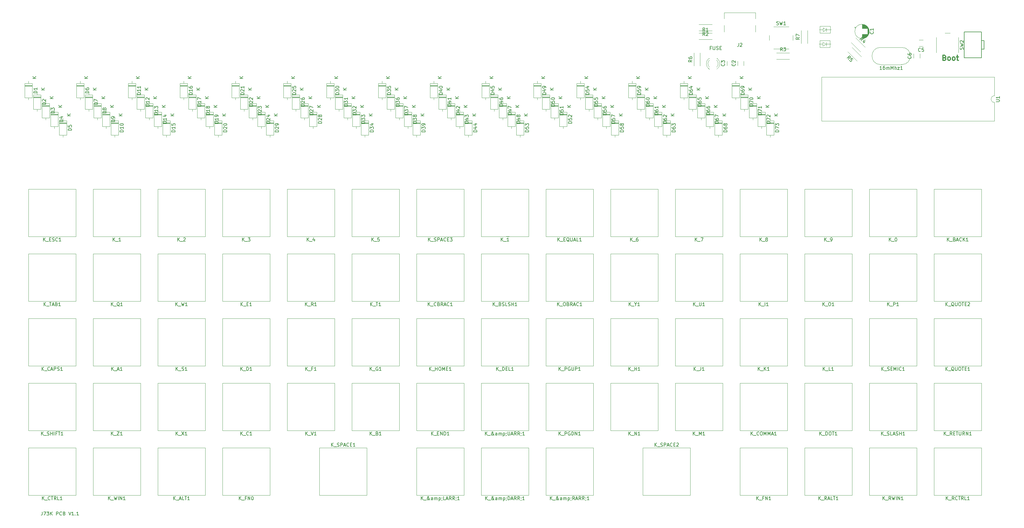
<source format=gbr>
G04 #@! TF.GenerationSoftware,KiCad,Pcbnew,(5.1.6)-1*
G04 #@! TF.CreationDate,2021-02-01T10:29:45-05:00*
G04 #@! TF.ProjectId,keyboard,6b657962-6f61-4726-942e-6b696361645f,rev?*
G04 #@! TF.SameCoordinates,Original*
G04 #@! TF.FileFunction,Legend,Top*
G04 #@! TF.FilePolarity,Positive*
%FSLAX46Y46*%
G04 Gerber Fmt 4.6, Leading zero omitted, Abs format (unit mm)*
G04 Created by KiCad (PCBNEW (5.1.6)-1) date 2021-02-01 10:29:45*
%MOMM*%
%LPD*%
G01*
G04 APERTURE LIST*
%ADD10C,0.300000*%
%ADD11C,0.150000*%
%ADD12C,0.200000*%
%ADD13C,0.203200*%
%ADD14C,0.120000*%
G04 APERTURE END LIST*
D10*
X295231428Y-32262857D02*
X295445714Y-32334285D01*
X295517142Y-32405714D01*
X295588571Y-32548571D01*
X295588571Y-32762857D01*
X295517142Y-32905714D01*
X295445714Y-32977142D01*
X295302857Y-33048571D01*
X294731428Y-33048571D01*
X294731428Y-31548571D01*
X295231428Y-31548571D01*
X295374285Y-31620000D01*
X295445714Y-31691428D01*
X295517142Y-31834285D01*
X295517142Y-31977142D01*
X295445714Y-32120000D01*
X295374285Y-32191428D01*
X295231428Y-32262857D01*
X294731428Y-32262857D01*
X296445714Y-33048571D02*
X296302857Y-32977142D01*
X296231428Y-32905714D01*
X296160000Y-32762857D01*
X296160000Y-32334285D01*
X296231428Y-32191428D01*
X296302857Y-32120000D01*
X296445714Y-32048571D01*
X296660000Y-32048571D01*
X296802857Y-32120000D01*
X296874285Y-32191428D01*
X296945714Y-32334285D01*
X296945714Y-32762857D01*
X296874285Y-32905714D01*
X296802857Y-32977142D01*
X296660000Y-33048571D01*
X296445714Y-33048571D01*
X297802857Y-33048571D02*
X297660000Y-32977142D01*
X297588571Y-32905714D01*
X297517142Y-32762857D01*
X297517142Y-32334285D01*
X297588571Y-32191428D01*
X297660000Y-32120000D01*
X297802857Y-32048571D01*
X298017142Y-32048571D01*
X298160000Y-32120000D01*
X298231428Y-32191428D01*
X298302857Y-32334285D01*
X298302857Y-32762857D01*
X298231428Y-32905714D01*
X298160000Y-32977142D01*
X298017142Y-33048571D01*
X297802857Y-33048571D01*
X298731428Y-32048571D02*
X299302857Y-32048571D01*
X298945714Y-31548571D02*
X298945714Y-32834285D01*
X299017142Y-32977142D01*
X299160000Y-33048571D01*
X299302857Y-33048571D01*
D11*
X29495223Y-166017580D02*
X29495223Y-166731866D01*
X29447604Y-166874723D01*
X29352366Y-166969961D01*
X29209509Y-167017580D01*
X29114271Y-167017580D01*
X29876176Y-166017580D02*
X30542842Y-166017580D01*
X30114271Y-167017580D01*
X30828557Y-166017580D02*
X31447604Y-166017580D01*
X31114271Y-166398533D01*
X31257128Y-166398533D01*
X31352366Y-166446152D01*
X31399985Y-166493771D01*
X31447604Y-166589009D01*
X31447604Y-166827104D01*
X31399985Y-166922342D01*
X31352366Y-166969961D01*
X31257128Y-167017580D01*
X30971414Y-167017580D01*
X30876176Y-166969961D01*
X30828557Y-166922342D01*
X31876176Y-167017580D02*
X31876176Y-166017580D01*
X32447604Y-167017580D02*
X32019033Y-166446152D01*
X32447604Y-166017580D02*
X31876176Y-166589009D01*
X33638080Y-167017580D02*
X33638080Y-166017580D01*
X34019033Y-166017580D01*
X34114271Y-166065200D01*
X34161890Y-166112819D01*
X34209509Y-166208057D01*
X34209509Y-166350914D01*
X34161890Y-166446152D01*
X34114271Y-166493771D01*
X34019033Y-166541390D01*
X33638080Y-166541390D01*
X35209509Y-166922342D02*
X35161890Y-166969961D01*
X35019033Y-167017580D01*
X34923795Y-167017580D01*
X34780938Y-166969961D01*
X34685700Y-166874723D01*
X34638080Y-166779485D01*
X34590461Y-166589009D01*
X34590461Y-166446152D01*
X34638080Y-166255676D01*
X34685700Y-166160438D01*
X34780938Y-166065200D01*
X34923795Y-166017580D01*
X35019033Y-166017580D01*
X35161890Y-166065200D01*
X35209509Y-166112819D01*
X35971414Y-166493771D02*
X36114271Y-166541390D01*
X36161890Y-166589009D01*
X36209509Y-166684247D01*
X36209509Y-166827104D01*
X36161890Y-166922342D01*
X36114271Y-166969961D01*
X36019033Y-167017580D01*
X35638080Y-167017580D01*
X35638080Y-166017580D01*
X35971414Y-166017580D01*
X36066652Y-166065200D01*
X36114271Y-166112819D01*
X36161890Y-166208057D01*
X36161890Y-166303295D01*
X36114271Y-166398533D01*
X36066652Y-166446152D01*
X35971414Y-166493771D01*
X35638080Y-166493771D01*
X37257128Y-166017580D02*
X37590461Y-167017580D01*
X37923795Y-166017580D01*
X38780938Y-167017580D02*
X38209509Y-167017580D01*
X38495223Y-167017580D02*
X38495223Y-166017580D01*
X38399985Y-166160438D01*
X38304747Y-166255676D01*
X38209509Y-166303295D01*
X39209509Y-166922342D02*
X39257128Y-166969961D01*
X39209509Y-167017580D01*
X39161890Y-166969961D01*
X39209509Y-166922342D01*
X39209509Y-167017580D01*
X40209509Y-167017580D02*
X39638080Y-167017580D01*
X39923795Y-167017580D02*
X39923795Y-166017580D01*
X39828557Y-166160438D01*
X39733319Y-166255676D01*
X39638080Y-166303295D01*
D12*
X306085700Y-29715200D02*
X306885700Y-29715200D01*
X306885700Y-29715200D02*
X306885700Y-27165200D01*
X306885700Y-27165200D02*
X306085700Y-27165200D01*
D13*
X306075700Y-24655200D02*
X306075700Y-32275200D01*
X300995700Y-32275200D02*
X300995700Y-24655200D01*
X300995700Y-24655200D02*
X306075700Y-24655200D01*
X306075700Y-32275200D02*
X300995700Y-32275200D01*
D14*
X292835700Y-26265200D02*
X292835700Y-30765200D01*
X296835700Y-25015200D02*
X295335700Y-25015200D01*
X299335700Y-30765200D02*
X299335700Y-26265200D01*
X295335700Y-32015200D02*
X296835700Y-32015200D01*
X230355700Y-19030200D02*
X239515700Y-19030200D01*
X239515700Y-19030200D02*
X239515700Y-20735200D01*
X230355700Y-20735200D02*
X230355700Y-19030200D01*
X230355700Y-22745200D02*
X230355700Y-24665200D01*
X239515700Y-24665200D02*
X239515700Y-22745200D01*
X153670000Y-84963000D02*
X139700000Y-84963000D01*
X139700000Y-84963000D02*
X139700000Y-70993000D01*
X139700000Y-70993000D02*
X153670000Y-70993000D01*
X153670000Y-70993000D02*
X153670000Y-84963000D01*
X210820000Y-104013000D02*
X196850000Y-104013000D01*
X196850000Y-104013000D02*
X196850000Y-90043000D01*
X196850000Y-90043000D02*
X210820000Y-90043000D01*
X210820000Y-90043000D02*
X210820000Y-104013000D01*
X172720000Y-70993000D02*
X172720000Y-84963000D01*
X158750000Y-70993000D02*
X172720000Y-70993000D01*
X158750000Y-84963000D02*
X158750000Y-70993000D01*
X172720000Y-84963000D02*
X158750000Y-84963000D01*
X77470000Y-128143000D02*
X77470000Y-142113000D01*
X63500000Y-128143000D02*
X77470000Y-128143000D01*
X63500000Y-142113000D02*
X63500000Y-128143000D01*
X77470000Y-142113000D02*
X63500000Y-142113000D01*
X58420000Y-142113000D02*
X44450000Y-142113000D01*
X44450000Y-142113000D02*
X44450000Y-128143000D01*
X44450000Y-128143000D02*
X58420000Y-128143000D01*
X58420000Y-128143000D02*
X58420000Y-142113000D01*
X77470000Y-90043000D02*
X77470000Y-104013000D01*
X63500000Y-90043000D02*
X77470000Y-90043000D01*
X63500000Y-104013000D02*
X63500000Y-90043000D01*
X77470000Y-104013000D02*
X63500000Y-104013000D01*
X58420000Y-147193000D02*
X58420000Y-161163000D01*
X44450000Y-147193000D02*
X58420000Y-147193000D01*
X44450000Y-161163000D02*
X44450000Y-147193000D01*
X58420000Y-161163000D02*
X44450000Y-161163000D01*
X115570000Y-128143000D02*
X115570000Y-142113000D01*
X101600000Y-128143000D02*
X115570000Y-128143000D01*
X101600000Y-142113000D02*
X101600000Y-128143000D01*
X115570000Y-142113000D02*
X101600000Y-142113000D01*
X267970000Y-123063000D02*
X254000000Y-123063000D01*
X254000000Y-123063000D02*
X254000000Y-109093000D01*
X254000000Y-109093000D02*
X267970000Y-109093000D01*
X267970000Y-109093000D02*
X267970000Y-123063000D01*
X229870000Y-128143000D02*
X229870000Y-142113000D01*
X215900000Y-128143000D02*
X229870000Y-128143000D01*
X215900000Y-142113000D02*
X215900000Y-128143000D01*
X229870000Y-142113000D02*
X215900000Y-142113000D01*
X191770000Y-90043000D02*
X191770000Y-104013000D01*
X177800000Y-90043000D02*
X191770000Y-90043000D01*
X177800000Y-104013000D02*
X177800000Y-90043000D01*
X191770000Y-104013000D02*
X177800000Y-104013000D01*
X229870000Y-123063000D02*
X215900000Y-123063000D01*
X215900000Y-123063000D02*
X215900000Y-109093000D01*
X215900000Y-109093000D02*
X229870000Y-109093000D01*
X229870000Y-109093000D02*
X229870000Y-123063000D01*
X248920000Y-109093000D02*
X248920000Y-123063000D01*
X234950000Y-109093000D02*
X248920000Y-109093000D01*
X234950000Y-123063000D02*
X234950000Y-109093000D01*
X248920000Y-123063000D02*
X234950000Y-123063000D01*
X210820000Y-142113000D02*
X196850000Y-142113000D01*
X196850000Y-142113000D02*
X196850000Y-128143000D01*
X196850000Y-128143000D02*
X210820000Y-128143000D01*
X210820000Y-128143000D02*
X210820000Y-142113000D01*
X267970000Y-104013000D02*
X254000000Y-104013000D01*
X254000000Y-104013000D02*
X254000000Y-90043000D01*
X254000000Y-90043000D02*
X267970000Y-90043000D01*
X267970000Y-90043000D02*
X267970000Y-104013000D01*
X287020000Y-90043000D02*
X287020000Y-104013000D01*
X273050000Y-90043000D02*
X287020000Y-90043000D01*
X273050000Y-104013000D02*
X273050000Y-90043000D01*
X287020000Y-104013000D02*
X273050000Y-104013000D01*
X191770000Y-142113000D02*
X177800000Y-142113000D01*
X177800000Y-142113000D02*
X177800000Y-128143000D01*
X177800000Y-128143000D02*
X191770000Y-128143000D01*
X191770000Y-128143000D02*
X191770000Y-142113000D01*
X191770000Y-123063000D02*
X177800000Y-123063000D01*
X177800000Y-123063000D02*
X177800000Y-109093000D01*
X177800000Y-109093000D02*
X191770000Y-109093000D01*
X191770000Y-109093000D02*
X191770000Y-123063000D01*
X58420000Y-104013000D02*
X44450000Y-104013000D01*
X44450000Y-104013000D02*
X44450000Y-90043000D01*
X44450000Y-90043000D02*
X58420000Y-90043000D01*
X58420000Y-90043000D02*
X58420000Y-104013000D01*
X115570000Y-90043000D02*
X115570000Y-104013000D01*
X101600000Y-90043000D02*
X115570000Y-90043000D01*
X101600000Y-104013000D02*
X101600000Y-90043000D01*
X115570000Y-104013000D02*
X101600000Y-104013000D01*
X77470000Y-109093000D02*
X77470000Y-123063000D01*
X63500000Y-109093000D02*
X77470000Y-109093000D01*
X63500000Y-123063000D02*
X63500000Y-109093000D01*
X77470000Y-123063000D02*
X63500000Y-123063000D01*
X287020000Y-109093000D02*
X287020000Y-123063000D01*
X273050000Y-109093000D02*
X287020000Y-109093000D01*
X273050000Y-123063000D02*
X273050000Y-109093000D01*
X287020000Y-123063000D02*
X273050000Y-123063000D01*
X267970000Y-161163000D02*
X254000000Y-161163000D01*
X254000000Y-161163000D02*
X254000000Y-147193000D01*
X254000000Y-147193000D02*
X267970000Y-147193000D01*
X267970000Y-147193000D02*
X267970000Y-161163000D01*
X306070000Y-109093000D02*
X306070000Y-123063000D01*
X292100000Y-109093000D02*
X306070000Y-109093000D01*
X292100000Y-123063000D02*
X292100000Y-109093000D01*
X306070000Y-123063000D02*
X292100000Y-123063000D01*
X306070000Y-161163000D02*
X292100000Y-161163000D01*
X292100000Y-161163000D02*
X292100000Y-147193000D01*
X292100000Y-147193000D02*
X306070000Y-147193000D01*
X306070000Y-147193000D02*
X306070000Y-161163000D01*
X306070000Y-104013000D02*
X292100000Y-104013000D01*
X292100000Y-104013000D02*
X292100000Y-90043000D01*
X292100000Y-90043000D02*
X306070000Y-90043000D01*
X306070000Y-90043000D02*
X306070000Y-104013000D01*
X306070000Y-128143000D02*
X306070000Y-142113000D01*
X292100000Y-128143000D02*
X306070000Y-128143000D01*
X292100000Y-142113000D02*
X292100000Y-128143000D01*
X306070000Y-142113000D02*
X292100000Y-142113000D01*
X287020000Y-147193000D02*
X287020000Y-161163000D01*
X273050000Y-147193000D02*
X287020000Y-147193000D01*
X273050000Y-161163000D02*
X273050000Y-147193000D01*
X287020000Y-161163000D02*
X273050000Y-161163000D01*
X39370000Y-128143000D02*
X39370000Y-142113000D01*
X25400000Y-128143000D02*
X39370000Y-128143000D01*
X25400000Y-142113000D02*
X25400000Y-128143000D01*
X39370000Y-142113000D02*
X25400000Y-142113000D01*
X287020000Y-142113000D02*
X273050000Y-142113000D01*
X273050000Y-142113000D02*
X273050000Y-128143000D01*
X273050000Y-128143000D02*
X287020000Y-128143000D01*
X287020000Y-128143000D02*
X287020000Y-142113000D01*
X206375000Y-161165000D02*
X206375000Y-147195000D01*
X220345000Y-161165000D02*
X206375000Y-161165000D01*
X220345000Y-147195000D02*
X220345000Y-161165000D01*
X206375000Y-147195000D02*
X220345000Y-147195000D01*
X39370000Y-90043000D02*
X39370000Y-104013000D01*
X25400000Y-90043000D02*
X39370000Y-90043000D01*
X25400000Y-104013000D02*
X25400000Y-90043000D01*
X39370000Y-104013000D02*
X25400000Y-104013000D01*
X111125000Y-147195000D02*
X125095000Y-147195000D01*
X125095000Y-147195000D02*
X125095000Y-161165000D01*
X125095000Y-161165000D02*
X111125000Y-161165000D01*
X111125000Y-161165000D02*
X111125000Y-147195000D01*
X229870000Y-104013000D02*
X215900000Y-104013000D01*
X215900000Y-104013000D02*
X215900000Y-90043000D01*
X215900000Y-90043000D02*
X229870000Y-90043000D01*
X229870000Y-90043000D02*
X229870000Y-104013000D01*
X134620000Y-104013000D02*
X120650000Y-104013000D01*
X120650000Y-104013000D02*
X120650000Y-90043000D01*
X120650000Y-90043000D02*
X134620000Y-90043000D01*
X134620000Y-90043000D02*
X134620000Y-104013000D01*
X39370000Y-70993000D02*
X39370000Y-84963000D01*
X25400000Y-70993000D02*
X39370000Y-70993000D01*
X25400000Y-84963000D02*
X25400000Y-70993000D01*
X39370000Y-84963000D02*
X25400000Y-84963000D01*
X134620000Y-123063000D02*
X120650000Y-123063000D01*
X120650000Y-123063000D02*
X120650000Y-109093000D01*
X120650000Y-109093000D02*
X134620000Y-109093000D01*
X134620000Y-109093000D02*
X134620000Y-123063000D01*
X115570000Y-123063000D02*
X101600000Y-123063000D01*
X101600000Y-123063000D02*
X101600000Y-109093000D01*
X101600000Y-109093000D02*
X115570000Y-109093000D01*
X115570000Y-109093000D02*
X115570000Y-123063000D01*
X96520000Y-147193000D02*
X96520000Y-161163000D01*
X82550000Y-147193000D02*
X96520000Y-147193000D01*
X82550000Y-161163000D02*
X82550000Y-147193000D01*
X96520000Y-161163000D02*
X82550000Y-161163000D01*
X153670000Y-128143000D02*
X153670000Y-142113000D01*
X139700000Y-128143000D02*
X153670000Y-128143000D01*
X139700000Y-142113000D02*
X139700000Y-128143000D01*
X153670000Y-142113000D02*
X139700000Y-142113000D01*
X191770000Y-84963000D02*
X177800000Y-84963000D01*
X177800000Y-84963000D02*
X177800000Y-70993000D01*
X177800000Y-70993000D02*
X191770000Y-70993000D01*
X191770000Y-70993000D02*
X191770000Y-84963000D01*
X248920000Y-147193000D02*
X248920000Y-161163000D01*
X234950000Y-147193000D02*
X248920000Y-147193000D01*
X234950000Y-161163000D02*
X234950000Y-147193000D01*
X248920000Y-161163000D02*
X234950000Y-161163000D01*
X210820000Y-109093000D02*
X210820000Y-123063000D01*
X196850000Y-109093000D02*
X210820000Y-109093000D01*
X196850000Y-123063000D02*
X196850000Y-109093000D01*
X210820000Y-123063000D02*
X196850000Y-123063000D01*
X153670000Y-123063000D02*
X139700000Y-123063000D01*
X139700000Y-123063000D02*
X139700000Y-109093000D01*
X139700000Y-109093000D02*
X153670000Y-109093000D01*
X153670000Y-109093000D02*
X153670000Y-123063000D01*
X248920000Y-90043000D02*
X248920000Y-104013000D01*
X234950000Y-90043000D02*
X248920000Y-90043000D01*
X234950000Y-104013000D02*
X234950000Y-90043000D01*
X248920000Y-104013000D02*
X234950000Y-104013000D01*
X58420000Y-123063000D02*
X44450000Y-123063000D01*
X44450000Y-123063000D02*
X44450000Y-109093000D01*
X44450000Y-109093000D02*
X58420000Y-109093000D01*
X58420000Y-109093000D02*
X58420000Y-123063000D01*
X77470000Y-147193000D02*
X77470000Y-161163000D01*
X63500000Y-147193000D02*
X77470000Y-147193000D01*
X63500000Y-161163000D02*
X63500000Y-147193000D01*
X77470000Y-161163000D02*
X63500000Y-161163000D01*
X306070000Y-84963000D02*
X292100000Y-84963000D01*
X292100000Y-84963000D02*
X292100000Y-70993000D01*
X292100000Y-70993000D02*
X306070000Y-70993000D01*
X306070000Y-70993000D02*
X306070000Y-84963000D01*
X172720000Y-104013000D02*
X158750000Y-104013000D01*
X158750000Y-104013000D02*
X158750000Y-90043000D01*
X158750000Y-90043000D02*
X172720000Y-90043000D01*
X172720000Y-90043000D02*
X172720000Y-104013000D01*
X96520000Y-142113000D02*
X82550000Y-142113000D01*
X82550000Y-142113000D02*
X82550000Y-128143000D01*
X82550000Y-128143000D02*
X96520000Y-128143000D01*
X96520000Y-128143000D02*
X96520000Y-142113000D01*
X58420000Y-70993000D02*
X58420000Y-84963000D01*
X44450000Y-70993000D02*
X58420000Y-70993000D01*
X44450000Y-84963000D02*
X44450000Y-70993000D01*
X58420000Y-84963000D02*
X44450000Y-84963000D01*
X134620000Y-70993000D02*
X134620000Y-84963000D01*
X120650000Y-70993000D02*
X134620000Y-70993000D01*
X120650000Y-84963000D02*
X120650000Y-70993000D01*
X134620000Y-84963000D02*
X120650000Y-84963000D01*
X267970000Y-84963000D02*
X254000000Y-84963000D01*
X254000000Y-84963000D02*
X254000000Y-70993000D01*
X254000000Y-70993000D02*
X267970000Y-70993000D01*
X267970000Y-70993000D02*
X267970000Y-84963000D01*
X172720000Y-147193000D02*
X172720000Y-161163000D01*
X158750000Y-147193000D02*
X172720000Y-147193000D01*
X158750000Y-161163000D02*
X158750000Y-147193000D01*
X172720000Y-161163000D02*
X158750000Y-161163000D01*
X172720000Y-142113000D02*
X158750000Y-142113000D01*
X158750000Y-142113000D02*
X158750000Y-128143000D01*
X158750000Y-128143000D02*
X172720000Y-128143000D01*
X172720000Y-128143000D02*
X172720000Y-142113000D01*
X39370000Y-109093000D02*
X39370000Y-123063000D01*
X25400000Y-109093000D02*
X39370000Y-109093000D01*
X25400000Y-123063000D02*
X25400000Y-109093000D01*
X39370000Y-123063000D02*
X25400000Y-123063000D01*
X153670000Y-90043000D02*
X153670000Y-104013000D01*
X139700000Y-90043000D02*
X153670000Y-90043000D01*
X139700000Y-104013000D02*
X139700000Y-90043000D01*
X153670000Y-104013000D02*
X139700000Y-104013000D01*
X248920000Y-142113000D02*
X234950000Y-142113000D01*
X234950000Y-142113000D02*
X234950000Y-128143000D01*
X234950000Y-128143000D02*
X248920000Y-128143000D01*
X248920000Y-128143000D02*
X248920000Y-142113000D01*
X39370000Y-161163000D02*
X25400000Y-161163000D01*
X25400000Y-161163000D02*
X25400000Y-147193000D01*
X25400000Y-147193000D02*
X39370000Y-147193000D01*
X39370000Y-147193000D02*
X39370000Y-161163000D01*
X96520000Y-123063000D02*
X82550000Y-123063000D01*
X82550000Y-123063000D02*
X82550000Y-109093000D01*
X82550000Y-109093000D02*
X96520000Y-109093000D01*
X96520000Y-109093000D02*
X96520000Y-123063000D01*
X172720000Y-109093000D02*
X172720000Y-123063000D01*
X158750000Y-109093000D02*
X172720000Y-109093000D01*
X158750000Y-123063000D02*
X158750000Y-109093000D01*
X172720000Y-123063000D02*
X158750000Y-123063000D01*
X267970000Y-128143000D02*
X267970000Y-142113000D01*
X254000000Y-128143000D02*
X267970000Y-128143000D01*
X254000000Y-142113000D02*
X254000000Y-128143000D01*
X267970000Y-142113000D02*
X254000000Y-142113000D01*
X134620000Y-142113000D02*
X120650000Y-142113000D01*
X120650000Y-142113000D02*
X120650000Y-128143000D01*
X120650000Y-128143000D02*
X134620000Y-128143000D01*
X134620000Y-128143000D02*
X134620000Y-142113000D01*
X115570000Y-84963000D02*
X101600000Y-84963000D01*
X101600000Y-84963000D02*
X101600000Y-70993000D01*
X101600000Y-70993000D02*
X115570000Y-70993000D01*
X115570000Y-70993000D02*
X115570000Y-84963000D01*
X210820000Y-84963000D02*
X196850000Y-84963000D01*
X196850000Y-84963000D02*
X196850000Y-70993000D01*
X196850000Y-70993000D02*
X210820000Y-70993000D01*
X210820000Y-70993000D02*
X210820000Y-84963000D01*
X287020000Y-70993000D02*
X287020000Y-84963000D01*
X273050000Y-70993000D02*
X287020000Y-70993000D01*
X273050000Y-84963000D02*
X273050000Y-70993000D01*
X287020000Y-84963000D02*
X273050000Y-84963000D01*
X96520000Y-70993000D02*
X96520000Y-84963000D01*
X82550000Y-70993000D02*
X96520000Y-70993000D01*
X82550000Y-84963000D02*
X82550000Y-70993000D01*
X96520000Y-84963000D02*
X82550000Y-84963000D01*
X229870000Y-84963000D02*
X215900000Y-84963000D01*
X215900000Y-84963000D02*
X215900000Y-70993000D01*
X215900000Y-70993000D02*
X229870000Y-70993000D01*
X229870000Y-70993000D02*
X229870000Y-84963000D01*
X248920000Y-70993000D02*
X248920000Y-84963000D01*
X234950000Y-70993000D02*
X248920000Y-70993000D01*
X234950000Y-84963000D02*
X234950000Y-70993000D01*
X248920000Y-84963000D02*
X234950000Y-84963000D01*
X153670000Y-161163000D02*
X139700000Y-161163000D01*
X139700000Y-161163000D02*
X139700000Y-147193000D01*
X139700000Y-147193000D02*
X153670000Y-147193000D01*
X153670000Y-147193000D02*
X153670000Y-161163000D01*
X191770000Y-161163000D02*
X177800000Y-161163000D01*
X177800000Y-161163000D02*
X177800000Y-147193000D01*
X177800000Y-147193000D02*
X191770000Y-147193000D01*
X191770000Y-147193000D02*
X191770000Y-161163000D01*
X77470000Y-84963000D02*
X63500000Y-84963000D01*
X63500000Y-84963000D02*
X63500000Y-70993000D01*
X63500000Y-70993000D02*
X77470000Y-70993000D01*
X77470000Y-70993000D02*
X77470000Y-84963000D01*
X96520000Y-90043000D02*
X96520000Y-104013000D01*
X82550000Y-90043000D02*
X96520000Y-90043000D01*
X82550000Y-104013000D02*
X82550000Y-90043000D01*
X96520000Y-104013000D02*
X82550000Y-104013000D01*
X236111201Y-34529399D02*
X236111201Y-33271399D01*
X234271201Y-34529399D02*
X234271201Y-33271399D01*
X231121201Y-34529399D02*
X231121201Y-33271399D01*
X232961201Y-34529399D02*
X232961201Y-33271399D01*
X288939000Y-28860000D02*
X287681000Y-28860000D01*
X288939000Y-27020000D02*
X287681000Y-27020000D01*
X287940000Y-32359000D02*
X287940000Y-31101000D01*
X286100000Y-32359000D02*
X286100000Y-31101000D01*
X26520000Y-39790000D02*
X24280000Y-39790000D01*
X24280000Y-39790000D02*
X24280000Y-44030000D01*
X24280000Y-44030000D02*
X26520000Y-44030000D01*
X26520000Y-44030000D02*
X26520000Y-39790000D01*
X25400000Y-39140000D02*
X25400000Y-39790000D01*
X25400000Y-44680000D02*
X25400000Y-44030000D01*
X26520000Y-40510000D02*
X24280000Y-40510000D01*
X26520000Y-40630000D02*
X24280000Y-40630000D01*
X26520000Y-40390000D02*
X24280000Y-40390000D01*
X29060000Y-43768200D02*
X26820000Y-43768200D01*
X29060000Y-44008200D02*
X26820000Y-44008200D01*
X29060000Y-43888200D02*
X26820000Y-43888200D01*
X27940000Y-48058200D02*
X27940000Y-47408200D01*
X27940000Y-42518200D02*
X27940000Y-43168200D01*
X29060000Y-47408200D02*
X29060000Y-43168200D01*
X26820000Y-47408200D02*
X29060000Y-47408200D01*
X26820000Y-43168200D02*
X26820000Y-47408200D01*
X29060000Y-43168200D02*
X26820000Y-43168200D01*
X31600000Y-45708200D02*
X29360000Y-45708200D01*
X29360000Y-45708200D02*
X29360000Y-49948200D01*
X29360000Y-49948200D02*
X31600000Y-49948200D01*
X31600000Y-49948200D02*
X31600000Y-45708200D01*
X30480000Y-45058200D02*
X30480000Y-45708200D01*
X30480000Y-50598200D02*
X30480000Y-49948200D01*
X31600000Y-46428200D02*
X29360000Y-46428200D01*
X31600000Y-46548200D02*
X29360000Y-46548200D01*
X31600000Y-46308200D02*
X29360000Y-46308200D01*
X34140000Y-48248200D02*
X31900000Y-48248200D01*
X31900000Y-48248200D02*
X31900000Y-52488200D01*
X31900000Y-52488200D02*
X34140000Y-52488200D01*
X34140000Y-52488200D02*
X34140000Y-48248200D01*
X33020000Y-47598200D02*
X33020000Y-48248200D01*
X33020000Y-53138200D02*
X33020000Y-52488200D01*
X34140000Y-48968200D02*
X31900000Y-48968200D01*
X34140000Y-49088200D02*
X31900000Y-49088200D01*
X34140000Y-48848200D02*
X31900000Y-48848200D01*
X36680000Y-50788200D02*
X34440000Y-50788200D01*
X34440000Y-50788200D02*
X34440000Y-55028200D01*
X34440000Y-55028200D02*
X36680000Y-55028200D01*
X36680000Y-55028200D02*
X36680000Y-50788200D01*
X35560000Y-50138200D02*
X35560000Y-50788200D01*
X35560000Y-55678200D02*
X35560000Y-55028200D01*
X36680000Y-51508200D02*
X34440000Y-51508200D01*
X36680000Y-51628200D02*
X34440000Y-51628200D01*
X36680000Y-51388200D02*
X34440000Y-51388200D01*
X41760000Y-40390000D02*
X39520000Y-40390000D01*
X41760000Y-40630000D02*
X39520000Y-40630000D01*
X41760000Y-40510000D02*
X39520000Y-40510000D01*
X40640000Y-44680000D02*
X40640000Y-44030000D01*
X40640000Y-39140000D02*
X40640000Y-39790000D01*
X41760000Y-44030000D02*
X41760000Y-39790000D01*
X39520000Y-44030000D02*
X41760000Y-44030000D01*
X39520000Y-39790000D02*
X39520000Y-44030000D01*
X41760000Y-39790000D02*
X39520000Y-39790000D01*
X44300000Y-43768200D02*
X42060000Y-43768200D01*
X44300000Y-44008200D02*
X42060000Y-44008200D01*
X44300000Y-43888200D02*
X42060000Y-43888200D01*
X43180000Y-48058200D02*
X43180000Y-47408200D01*
X43180000Y-42518200D02*
X43180000Y-43168200D01*
X44300000Y-47408200D02*
X44300000Y-43168200D01*
X42060000Y-47408200D02*
X44300000Y-47408200D01*
X42060000Y-43168200D02*
X42060000Y-47408200D01*
X44300000Y-43168200D02*
X42060000Y-43168200D01*
X46840000Y-45708200D02*
X44600000Y-45708200D01*
X44600000Y-45708200D02*
X44600000Y-49948200D01*
X44600000Y-49948200D02*
X46840000Y-49948200D01*
X46840000Y-49948200D02*
X46840000Y-45708200D01*
X45720000Y-45058200D02*
X45720000Y-45708200D01*
X45720000Y-50598200D02*
X45720000Y-49948200D01*
X46840000Y-46428200D02*
X44600000Y-46428200D01*
X46840000Y-46548200D02*
X44600000Y-46548200D01*
X46840000Y-46308200D02*
X44600000Y-46308200D01*
X49380000Y-48848200D02*
X47140000Y-48848200D01*
X49380000Y-49088200D02*
X47140000Y-49088200D01*
X49380000Y-48968200D02*
X47140000Y-48968200D01*
X48260000Y-53138200D02*
X48260000Y-52488200D01*
X48260000Y-47598200D02*
X48260000Y-48248200D01*
X49380000Y-52488200D02*
X49380000Y-48248200D01*
X47140000Y-52488200D02*
X49380000Y-52488200D01*
X47140000Y-48248200D02*
X47140000Y-52488200D01*
X49380000Y-48248200D02*
X47140000Y-48248200D01*
X51920000Y-50788200D02*
X49680000Y-50788200D01*
X49680000Y-50788200D02*
X49680000Y-55028200D01*
X49680000Y-55028200D02*
X51920000Y-55028200D01*
X51920000Y-55028200D02*
X51920000Y-50788200D01*
X50800000Y-50138200D02*
X50800000Y-50788200D01*
X50800000Y-55678200D02*
X50800000Y-55028200D01*
X51920000Y-51508200D02*
X49680000Y-51508200D01*
X51920000Y-51628200D02*
X49680000Y-51628200D01*
X51920000Y-51388200D02*
X49680000Y-51388200D01*
X57000000Y-40390000D02*
X54760000Y-40390000D01*
X57000000Y-40630000D02*
X54760000Y-40630000D01*
X57000000Y-40510000D02*
X54760000Y-40510000D01*
X55880000Y-44680000D02*
X55880000Y-44030000D01*
X55880000Y-39140000D02*
X55880000Y-39790000D01*
X57000000Y-44030000D02*
X57000000Y-39790000D01*
X54760000Y-44030000D02*
X57000000Y-44030000D01*
X54760000Y-39790000D02*
X54760000Y-44030000D01*
X57000000Y-39790000D02*
X54760000Y-39790000D01*
X59540000Y-43168200D02*
X57300000Y-43168200D01*
X57300000Y-43168200D02*
X57300000Y-47408200D01*
X57300000Y-47408200D02*
X59540000Y-47408200D01*
X59540000Y-47408200D02*
X59540000Y-43168200D01*
X58420000Y-42518200D02*
X58420000Y-43168200D01*
X58420000Y-48058200D02*
X58420000Y-47408200D01*
X59540000Y-43888200D02*
X57300000Y-43888200D01*
X59540000Y-44008200D02*
X57300000Y-44008200D01*
X59540000Y-43768200D02*
X57300000Y-43768200D01*
X62080000Y-46308200D02*
X59840000Y-46308200D01*
X62080000Y-46548200D02*
X59840000Y-46548200D01*
X62080000Y-46428200D02*
X59840000Y-46428200D01*
X60960000Y-50598200D02*
X60960000Y-49948200D01*
X60960000Y-45058200D02*
X60960000Y-45708200D01*
X62080000Y-49948200D02*
X62080000Y-45708200D01*
X59840000Y-49948200D02*
X62080000Y-49948200D01*
X59840000Y-45708200D02*
X59840000Y-49948200D01*
X62080000Y-45708200D02*
X59840000Y-45708200D01*
X64620000Y-48248200D02*
X62380000Y-48248200D01*
X62380000Y-48248200D02*
X62380000Y-52488200D01*
X62380000Y-52488200D02*
X64620000Y-52488200D01*
X64620000Y-52488200D02*
X64620000Y-48248200D01*
X63500000Y-47598200D02*
X63500000Y-48248200D01*
X63500000Y-53138200D02*
X63500000Y-52488200D01*
X64620000Y-48968200D02*
X62380000Y-48968200D01*
X64620000Y-49088200D02*
X62380000Y-49088200D01*
X64620000Y-48848200D02*
X62380000Y-48848200D01*
X67160000Y-51388200D02*
X64920000Y-51388200D01*
X67160000Y-51628200D02*
X64920000Y-51628200D01*
X67160000Y-51508200D02*
X64920000Y-51508200D01*
X66040000Y-55678200D02*
X66040000Y-55028200D01*
X66040000Y-50138200D02*
X66040000Y-50788200D01*
X67160000Y-55028200D02*
X67160000Y-50788200D01*
X64920000Y-55028200D02*
X67160000Y-55028200D01*
X64920000Y-50788200D02*
X64920000Y-55028200D01*
X67160000Y-50788200D02*
X64920000Y-50788200D01*
X72240000Y-39790000D02*
X70000000Y-39790000D01*
X70000000Y-39790000D02*
X70000000Y-44030000D01*
X70000000Y-44030000D02*
X72240000Y-44030000D01*
X72240000Y-44030000D02*
X72240000Y-39790000D01*
X71120000Y-39140000D02*
X71120000Y-39790000D01*
X71120000Y-44680000D02*
X71120000Y-44030000D01*
X72240000Y-40510000D02*
X70000000Y-40510000D01*
X72240000Y-40630000D02*
X70000000Y-40630000D01*
X72240000Y-40390000D02*
X70000000Y-40390000D01*
X74780000Y-43768200D02*
X72540000Y-43768200D01*
X74780000Y-44008200D02*
X72540000Y-44008200D01*
X74780000Y-43888200D02*
X72540000Y-43888200D01*
X73660000Y-48058200D02*
X73660000Y-47408200D01*
X73660000Y-42518200D02*
X73660000Y-43168200D01*
X74780000Y-47408200D02*
X74780000Y-43168200D01*
X72540000Y-47408200D02*
X74780000Y-47408200D01*
X72540000Y-43168200D02*
X72540000Y-47408200D01*
X74780000Y-43168200D02*
X72540000Y-43168200D01*
X77320000Y-45708200D02*
X75080000Y-45708200D01*
X75080000Y-45708200D02*
X75080000Y-49948200D01*
X75080000Y-49948200D02*
X77320000Y-49948200D01*
X77320000Y-49948200D02*
X77320000Y-45708200D01*
X76200000Y-45058200D02*
X76200000Y-45708200D01*
X76200000Y-50598200D02*
X76200000Y-49948200D01*
X77320000Y-46428200D02*
X75080000Y-46428200D01*
X77320000Y-46548200D02*
X75080000Y-46548200D01*
X77320000Y-46308200D02*
X75080000Y-46308200D01*
X79860000Y-48848200D02*
X77620000Y-48848200D01*
X79860000Y-49088200D02*
X77620000Y-49088200D01*
X79860000Y-48968200D02*
X77620000Y-48968200D01*
X78740000Y-53138200D02*
X78740000Y-52488200D01*
X78740000Y-47598200D02*
X78740000Y-48248200D01*
X79860000Y-52488200D02*
X79860000Y-48248200D01*
X77620000Y-52488200D02*
X79860000Y-52488200D01*
X77620000Y-48248200D02*
X77620000Y-52488200D01*
X79860000Y-48248200D02*
X77620000Y-48248200D01*
X82400000Y-50788200D02*
X80160000Y-50788200D01*
X80160000Y-50788200D02*
X80160000Y-55028200D01*
X80160000Y-55028200D02*
X82400000Y-55028200D01*
X82400000Y-55028200D02*
X82400000Y-50788200D01*
X81280000Y-50138200D02*
X81280000Y-50788200D01*
X81280000Y-55678200D02*
X81280000Y-55028200D01*
X82400000Y-51508200D02*
X80160000Y-51508200D01*
X82400000Y-51628200D02*
X80160000Y-51628200D01*
X82400000Y-51388200D02*
X80160000Y-51388200D01*
X87480000Y-39790000D02*
X85240000Y-39790000D01*
X85240000Y-39790000D02*
X85240000Y-44030000D01*
X85240000Y-44030000D02*
X87480000Y-44030000D01*
X87480000Y-44030000D02*
X87480000Y-39790000D01*
X86360000Y-39140000D02*
X86360000Y-39790000D01*
X86360000Y-44680000D02*
X86360000Y-44030000D01*
X87480000Y-40510000D02*
X85240000Y-40510000D01*
X87480000Y-40630000D02*
X85240000Y-40630000D01*
X87480000Y-40390000D02*
X85240000Y-40390000D01*
X90020000Y-43168200D02*
X87780000Y-43168200D01*
X87780000Y-43168200D02*
X87780000Y-47408200D01*
X87780000Y-47408200D02*
X90020000Y-47408200D01*
X90020000Y-47408200D02*
X90020000Y-43168200D01*
X88900000Y-42518200D02*
X88900000Y-43168200D01*
X88900000Y-48058200D02*
X88900000Y-47408200D01*
X90020000Y-43888200D02*
X87780000Y-43888200D01*
X90020000Y-44008200D02*
X87780000Y-44008200D01*
X90020000Y-43768200D02*
X87780000Y-43768200D01*
X92560000Y-46308200D02*
X90320000Y-46308200D01*
X92560000Y-46548200D02*
X90320000Y-46548200D01*
X92560000Y-46428200D02*
X90320000Y-46428200D01*
X91440000Y-50598200D02*
X91440000Y-49948200D01*
X91440000Y-45058200D02*
X91440000Y-45708200D01*
X92560000Y-49948200D02*
X92560000Y-45708200D01*
X90320000Y-49948200D02*
X92560000Y-49948200D01*
X90320000Y-45708200D02*
X90320000Y-49948200D01*
X92560000Y-45708200D02*
X90320000Y-45708200D01*
X95100000Y-48248200D02*
X92860000Y-48248200D01*
X92860000Y-48248200D02*
X92860000Y-52488200D01*
X92860000Y-52488200D02*
X95100000Y-52488200D01*
X95100000Y-52488200D02*
X95100000Y-48248200D01*
X93980000Y-47598200D02*
X93980000Y-48248200D01*
X93980000Y-53138200D02*
X93980000Y-52488200D01*
X95100000Y-48968200D02*
X92860000Y-48968200D01*
X95100000Y-49088200D02*
X92860000Y-49088200D01*
X95100000Y-48848200D02*
X92860000Y-48848200D01*
X102720000Y-40390000D02*
X100480000Y-40390000D01*
X102720000Y-40630000D02*
X100480000Y-40630000D01*
X102720000Y-40510000D02*
X100480000Y-40510000D01*
X101600000Y-44680000D02*
X101600000Y-44030000D01*
X101600000Y-39140000D02*
X101600000Y-39790000D01*
X102720000Y-44030000D02*
X102720000Y-39790000D01*
X100480000Y-44030000D02*
X102720000Y-44030000D01*
X100480000Y-39790000D02*
X100480000Y-44030000D01*
X102720000Y-39790000D02*
X100480000Y-39790000D01*
X105260000Y-43168200D02*
X103020000Y-43168200D01*
X103020000Y-43168200D02*
X103020000Y-47408200D01*
X103020000Y-47408200D02*
X105260000Y-47408200D01*
X105260000Y-47408200D02*
X105260000Y-43168200D01*
X104140000Y-42518200D02*
X104140000Y-43168200D01*
X104140000Y-48058200D02*
X104140000Y-47408200D01*
X105260000Y-43888200D02*
X103020000Y-43888200D01*
X105260000Y-44008200D02*
X103020000Y-44008200D01*
X105260000Y-43768200D02*
X103020000Y-43768200D01*
X107800000Y-45708200D02*
X105560000Y-45708200D01*
X105560000Y-45708200D02*
X105560000Y-49948200D01*
X105560000Y-49948200D02*
X107800000Y-49948200D01*
X107800000Y-49948200D02*
X107800000Y-45708200D01*
X106680000Y-45058200D02*
X106680000Y-45708200D01*
X106680000Y-50598200D02*
X106680000Y-49948200D01*
X107800000Y-46428200D02*
X105560000Y-46428200D01*
X107800000Y-46548200D02*
X105560000Y-46548200D01*
X107800000Y-46308200D02*
X105560000Y-46308200D01*
X110340000Y-48848200D02*
X108100000Y-48848200D01*
X110340000Y-49088200D02*
X108100000Y-49088200D01*
X110340000Y-48968200D02*
X108100000Y-48968200D01*
X109220000Y-53138200D02*
X109220000Y-52488200D01*
X109220000Y-47598200D02*
X109220000Y-48248200D01*
X110340000Y-52488200D02*
X110340000Y-48248200D01*
X108100000Y-52488200D02*
X110340000Y-52488200D01*
X108100000Y-48248200D02*
X108100000Y-52488200D01*
X110340000Y-48248200D02*
X108100000Y-48248200D01*
X97640000Y-51388200D02*
X95400000Y-51388200D01*
X97640000Y-51628200D02*
X95400000Y-51628200D01*
X97640000Y-51508200D02*
X95400000Y-51508200D01*
X96520000Y-55678200D02*
X96520000Y-55028200D01*
X96520000Y-50138200D02*
X96520000Y-50788200D01*
X97640000Y-55028200D02*
X97640000Y-50788200D01*
X95400000Y-55028200D02*
X97640000Y-55028200D01*
X95400000Y-50788200D02*
X95400000Y-55028200D01*
X97640000Y-50788200D02*
X95400000Y-50788200D01*
X115420000Y-39790000D02*
X113180000Y-39790000D01*
X113180000Y-39790000D02*
X113180000Y-44030000D01*
X113180000Y-44030000D02*
X115420000Y-44030000D01*
X115420000Y-44030000D02*
X115420000Y-39790000D01*
X114300000Y-39140000D02*
X114300000Y-39790000D01*
X114300000Y-44680000D02*
X114300000Y-44030000D01*
X115420000Y-40510000D02*
X113180000Y-40510000D01*
X115420000Y-40630000D02*
X113180000Y-40630000D01*
X115420000Y-40390000D02*
X113180000Y-40390000D01*
X117960000Y-43768200D02*
X115720000Y-43768200D01*
X117960000Y-44008200D02*
X115720000Y-44008200D01*
X117960000Y-43888200D02*
X115720000Y-43888200D01*
X116840000Y-48058200D02*
X116840000Y-47408200D01*
X116840000Y-42518200D02*
X116840000Y-43168200D01*
X117960000Y-47408200D02*
X117960000Y-43168200D01*
X115720000Y-47408200D02*
X117960000Y-47408200D01*
X115720000Y-43168200D02*
X115720000Y-47408200D01*
X117960000Y-43168200D02*
X115720000Y-43168200D01*
X120500000Y-46308200D02*
X118260000Y-46308200D01*
X120500000Y-46548200D02*
X118260000Y-46548200D01*
X120500000Y-46428200D02*
X118260000Y-46428200D01*
X119380000Y-50598200D02*
X119380000Y-49948200D01*
X119380000Y-45058200D02*
X119380000Y-45708200D01*
X120500000Y-49948200D02*
X120500000Y-45708200D01*
X118260000Y-49948200D02*
X120500000Y-49948200D01*
X118260000Y-45708200D02*
X118260000Y-49948200D01*
X120500000Y-45708200D02*
X118260000Y-45708200D01*
X123040000Y-48248200D02*
X120800000Y-48248200D01*
X120800000Y-48248200D02*
X120800000Y-52488200D01*
X120800000Y-52488200D02*
X123040000Y-52488200D01*
X123040000Y-52488200D02*
X123040000Y-48248200D01*
X121920000Y-47598200D02*
X121920000Y-48248200D01*
X121920000Y-53138200D02*
X121920000Y-52488200D01*
X123040000Y-48968200D02*
X120800000Y-48968200D01*
X123040000Y-49088200D02*
X120800000Y-49088200D01*
X123040000Y-48848200D02*
X120800000Y-48848200D01*
X125580000Y-50788200D02*
X123340000Y-50788200D01*
X123340000Y-50788200D02*
X123340000Y-55028200D01*
X123340000Y-55028200D02*
X125580000Y-55028200D01*
X125580000Y-55028200D02*
X125580000Y-50788200D01*
X124460000Y-50138200D02*
X124460000Y-50788200D01*
X124460000Y-55678200D02*
X124460000Y-55028200D01*
X125580000Y-51508200D02*
X123340000Y-51508200D01*
X125580000Y-51628200D02*
X123340000Y-51628200D01*
X125580000Y-51388200D02*
X123340000Y-51388200D01*
X130660000Y-40390000D02*
X128420000Y-40390000D01*
X130660000Y-40630000D02*
X128420000Y-40630000D01*
X130660000Y-40510000D02*
X128420000Y-40510000D01*
X129540000Y-44680000D02*
X129540000Y-44030000D01*
X129540000Y-39140000D02*
X129540000Y-39790000D01*
X130660000Y-44030000D02*
X130660000Y-39790000D01*
X128420000Y-44030000D02*
X130660000Y-44030000D01*
X128420000Y-39790000D02*
X128420000Y-44030000D01*
X130660000Y-39790000D02*
X128420000Y-39790000D01*
X133200000Y-43168200D02*
X130960000Y-43168200D01*
X130960000Y-43168200D02*
X130960000Y-47408200D01*
X130960000Y-47408200D02*
X133200000Y-47408200D01*
X133200000Y-47408200D02*
X133200000Y-43168200D01*
X132080000Y-42518200D02*
X132080000Y-43168200D01*
X132080000Y-48058200D02*
X132080000Y-47408200D01*
X133200000Y-43888200D02*
X130960000Y-43888200D01*
X133200000Y-44008200D02*
X130960000Y-44008200D01*
X133200000Y-43768200D02*
X130960000Y-43768200D01*
X135740000Y-45708200D02*
X133500000Y-45708200D01*
X133500000Y-45708200D02*
X133500000Y-49948200D01*
X133500000Y-49948200D02*
X135740000Y-49948200D01*
X135740000Y-49948200D02*
X135740000Y-45708200D01*
X134620000Y-45058200D02*
X134620000Y-45708200D01*
X134620000Y-50598200D02*
X134620000Y-49948200D01*
X135740000Y-46428200D02*
X133500000Y-46428200D01*
X135740000Y-46548200D02*
X133500000Y-46548200D01*
X135740000Y-46308200D02*
X133500000Y-46308200D01*
X138280000Y-48848200D02*
X136040000Y-48848200D01*
X138280000Y-49088200D02*
X136040000Y-49088200D01*
X138280000Y-48968200D02*
X136040000Y-48968200D01*
X137160000Y-53138200D02*
X137160000Y-52488200D01*
X137160000Y-47598200D02*
X137160000Y-48248200D01*
X138280000Y-52488200D02*
X138280000Y-48248200D01*
X136040000Y-52488200D02*
X138280000Y-52488200D01*
X136040000Y-48248200D02*
X136040000Y-52488200D01*
X138280000Y-48248200D02*
X136040000Y-48248200D01*
X140820000Y-51388200D02*
X138580000Y-51388200D01*
X140820000Y-51628200D02*
X138580000Y-51628200D01*
X140820000Y-51508200D02*
X138580000Y-51508200D01*
X139700000Y-55678200D02*
X139700000Y-55028200D01*
X139700000Y-50138200D02*
X139700000Y-50788200D01*
X140820000Y-55028200D02*
X140820000Y-50788200D01*
X138580000Y-55028200D02*
X140820000Y-55028200D01*
X138580000Y-50788200D02*
X138580000Y-55028200D01*
X140820000Y-50788200D02*
X138580000Y-50788200D01*
X145900000Y-39790000D02*
X143660000Y-39790000D01*
X143660000Y-39790000D02*
X143660000Y-44030000D01*
X143660000Y-44030000D02*
X145900000Y-44030000D01*
X145900000Y-44030000D02*
X145900000Y-39790000D01*
X144780000Y-39140000D02*
X144780000Y-39790000D01*
X144780000Y-44680000D02*
X144780000Y-44030000D01*
X145900000Y-40510000D02*
X143660000Y-40510000D01*
X145900000Y-40630000D02*
X143660000Y-40630000D01*
X145900000Y-40390000D02*
X143660000Y-40390000D01*
X148440000Y-43768200D02*
X146200000Y-43768200D01*
X148440000Y-44008200D02*
X146200000Y-44008200D01*
X148440000Y-43888200D02*
X146200000Y-43888200D01*
X147320000Y-48058200D02*
X147320000Y-47408200D01*
X147320000Y-42518200D02*
X147320000Y-43168200D01*
X148440000Y-47408200D02*
X148440000Y-43168200D01*
X146200000Y-47408200D02*
X148440000Y-47408200D01*
X146200000Y-43168200D02*
X146200000Y-47408200D01*
X148440000Y-43168200D02*
X146200000Y-43168200D01*
X150980000Y-46308200D02*
X148740000Y-46308200D01*
X150980000Y-46548200D02*
X148740000Y-46548200D01*
X150980000Y-46428200D02*
X148740000Y-46428200D01*
X149860000Y-50598200D02*
X149860000Y-49948200D01*
X149860000Y-45058200D02*
X149860000Y-45708200D01*
X150980000Y-49948200D02*
X150980000Y-45708200D01*
X148740000Y-49948200D02*
X150980000Y-49948200D01*
X148740000Y-45708200D02*
X148740000Y-49948200D01*
X150980000Y-45708200D02*
X148740000Y-45708200D01*
X153520000Y-48248200D02*
X151280000Y-48248200D01*
X151280000Y-48248200D02*
X151280000Y-52488200D01*
X151280000Y-52488200D02*
X153520000Y-52488200D01*
X153520000Y-52488200D02*
X153520000Y-48248200D01*
X152400000Y-47598200D02*
X152400000Y-48248200D01*
X152400000Y-53138200D02*
X152400000Y-52488200D01*
X153520000Y-48968200D02*
X151280000Y-48968200D01*
X153520000Y-49088200D02*
X151280000Y-49088200D01*
X153520000Y-48848200D02*
X151280000Y-48848200D01*
X156060000Y-50788200D02*
X153820000Y-50788200D01*
X153820000Y-50788200D02*
X153820000Y-55028200D01*
X153820000Y-55028200D02*
X156060000Y-55028200D01*
X156060000Y-55028200D02*
X156060000Y-50788200D01*
X154940000Y-50138200D02*
X154940000Y-50788200D01*
X154940000Y-55678200D02*
X154940000Y-55028200D01*
X156060000Y-51508200D02*
X153820000Y-51508200D01*
X156060000Y-51628200D02*
X153820000Y-51628200D01*
X156060000Y-51388200D02*
X153820000Y-51388200D01*
X161140000Y-39790000D02*
X158900000Y-39790000D01*
X158900000Y-39790000D02*
X158900000Y-44030000D01*
X158900000Y-44030000D02*
X161140000Y-44030000D01*
X161140000Y-44030000D02*
X161140000Y-39790000D01*
X160020000Y-39140000D02*
X160020000Y-39790000D01*
X160020000Y-44680000D02*
X160020000Y-44030000D01*
X161140000Y-40510000D02*
X158900000Y-40510000D01*
X161140000Y-40630000D02*
X158900000Y-40630000D01*
X161140000Y-40390000D02*
X158900000Y-40390000D01*
X163680000Y-43768200D02*
X161440000Y-43768200D01*
X163680000Y-44008200D02*
X161440000Y-44008200D01*
X163680000Y-43888200D02*
X161440000Y-43888200D01*
X162560000Y-48058200D02*
X162560000Y-47408200D01*
X162560000Y-42518200D02*
X162560000Y-43168200D01*
X163680000Y-47408200D02*
X163680000Y-43168200D01*
X161440000Y-47408200D02*
X163680000Y-47408200D01*
X161440000Y-43168200D02*
X161440000Y-47408200D01*
X163680000Y-43168200D02*
X161440000Y-43168200D01*
X166220000Y-46308200D02*
X163980000Y-46308200D01*
X166220000Y-46548200D02*
X163980000Y-46548200D01*
X166220000Y-46428200D02*
X163980000Y-46428200D01*
X165100000Y-50598200D02*
X165100000Y-49948200D01*
X165100000Y-45058200D02*
X165100000Y-45708200D01*
X166220000Y-49948200D02*
X166220000Y-45708200D01*
X163980000Y-49948200D02*
X166220000Y-49948200D01*
X163980000Y-45708200D02*
X163980000Y-49948200D01*
X166220000Y-45708200D02*
X163980000Y-45708200D01*
X168760000Y-48248200D02*
X166520000Y-48248200D01*
X166520000Y-48248200D02*
X166520000Y-52488200D01*
X166520000Y-52488200D02*
X168760000Y-52488200D01*
X168760000Y-52488200D02*
X168760000Y-48248200D01*
X167640000Y-47598200D02*
X167640000Y-48248200D01*
X167640000Y-53138200D02*
X167640000Y-52488200D01*
X168760000Y-48968200D02*
X166520000Y-48968200D01*
X168760000Y-49088200D02*
X166520000Y-49088200D01*
X168760000Y-48848200D02*
X166520000Y-48848200D01*
X176380000Y-39790000D02*
X174140000Y-39790000D01*
X174140000Y-39790000D02*
X174140000Y-44030000D01*
X174140000Y-44030000D02*
X176380000Y-44030000D01*
X176380000Y-44030000D02*
X176380000Y-39790000D01*
X175260000Y-39140000D02*
X175260000Y-39790000D01*
X175260000Y-44680000D02*
X175260000Y-44030000D01*
X176380000Y-40510000D02*
X174140000Y-40510000D01*
X176380000Y-40630000D02*
X174140000Y-40630000D01*
X176380000Y-40390000D02*
X174140000Y-40390000D01*
X178920000Y-43768200D02*
X176680000Y-43768200D01*
X178920000Y-44008200D02*
X176680000Y-44008200D01*
X178920000Y-43888200D02*
X176680000Y-43888200D01*
X177800000Y-48058200D02*
X177800000Y-47408200D01*
X177800000Y-42518200D02*
X177800000Y-43168200D01*
X178920000Y-47408200D02*
X178920000Y-43168200D01*
X176680000Y-47408200D02*
X178920000Y-47408200D01*
X176680000Y-43168200D02*
X176680000Y-47408200D01*
X178920000Y-43168200D02*
X176680000Y-43168200D01*
X181460000Y-45708200D02*
X179220000Y-45708200D01*
X179220000Y-45708200D02*
X179220000Y-49948200D01*
X179220000Y-49948200D02*
X181460000Y-49948200D01*
X181460000Y-49948200D02*
X181460000Y-45708200D01*
X180340000Y-45058200D02*
X180340000Y-45708200D01*
X180340000Y-50598200D02*
X180340000Y-49948200D01*
X181460000Y-46428200D02*
X179220000Y-46428200D01*
X181460000Y-46548200D02*
X179220000Y-46548200D01*
X181460000Y-46308200D02*
X179220000Y-46308200D01*
X184000000Y-48848200D02*
X181760000Y-48848200D01*
X184000000Y-49088200D02*
X181760000Y-49088200D01*
X184000000Y-48968200D02*
X181760000Y-48968200D01*
X182880000Y-53138200D02*
X182880000Y-52488200D01*
X182880000Y-47598200D02*
X182880000Y-48248200D01*
X184000000Y-52488200D02*
X184000000Y-48248200D01*
X181760000Y-52488200D02*
X184000000Y-52488200D01*
X181760000Y-48248200D02*
X181760000Y-52488200D01*
X184000000Y-48248200D02*
X181760000Y-48248200D01*
X171300000Y-50788200D02*
X169060000Y-50788200D01*
X169060000Y-50788200D02*
X169060000Y-55028200D01*
X169060000Y-55028200D02*
X171300000Y-55028200D01*
X171300000Y-55028200D02*
X171300000Y-50788200D01*
X170180000Y-50138200D02*
X170180000Y-50788200D01*
X170180000Y-55678200D02*
X170180000Y-55028200D01*
X171300000Y-51508200D02*
X169060000Y-51508200D01*
X171300000Y-51628200D02*
X169060000Y-51628200D01*
X171300000Y-51388200D02*
X169060000Y-51388200D01*
X189080000Y-40390000D02*
X186840000Y-40390000D01*
X189080000Y-40630000D02*
X186840000Y-40630000D01*
X189080000Y-40510000D02*
X186840000Y-40510000D01*
X187960000Y-44680000D02*
X187960000Y-44030000D01*
X187960000Y-39140000D02*
X187960000Y-39790000D01*
X189080000Y-44030000D02*
X189080000Y-39790000D01*
X186840000Y-44030000D02*
X189080000Y-44030000D01*
X186840000Y-39790000D02*
X186840000Y-44030000D01*
X189080000Y-39790000D02*
X186840000Y-39790000D01*
X191620000Y-43168200D02*
X189380000Y-43168200D01*
X189380000Y-43168200D02*
X189380000Y-47408200D01*
X189380000Y-47408200D02*
X191620000Y-47408200D01*
X191620000Y-47408200D02*
X191620000Y-43168200D01*
X190500000Y-42518200D02*
X190500000Y-43168200D01*
X190500000Y-48058200D02*
X190500000Y-47408200D01*
X191620000Y-43888200D02*
X189380000Y-43888200D01*
X191620000Y-44008200D02*
X189380000Y-44008200D01*
X191620000Y-43768200D02*
X189380000Y-43768200D01*
X194160000Y-46308200D02*
X191920000Y-46308200D01*
X194160000Y-46548200D02*
X191920000Y-46548200D01*
X194160000Y-46428200D02*
X191920000Y-46428200D01*
X193040000Y-50598200D02*
X193040000Y-49948200D01*
X193040000Y-45058200D02*
X193040000Y-45708200D01*
X194160000Y-49948200D02*
X194160000Y-45708200D01*
X191920000Y-49948200D02*
X194160000Y-49948200D01*
X191920000Y-45708200D02*
X191920000Y-49948200D01*
X194160000Y-45708200D02*
X191920000Y-45708200D01*
X196700000Y-48248200D02*
X194460000Y-48248200D01*
X194460000Y-48248200D02*
X194460000Y-52488200D01*
X194460000Y-52488200D02*
X196700000Y-52488200D01*
X196700000Y-52488200D02*
X196700000Y-48248200D01*
X195580000Y-47598200D02*
X195580000Y-48248200D01*
X195580000Y-53138200D02*
X195580000Y-52488200D01*
X196700000Y-48968200D02*
X194460000Y-48968200D01*
X196700000Y-49088200D02*
X194460000Y-49088200D01*
X196700000Y-48848200D02*
X194460000Y-48848200D01*
X199240000Y-50788200D02*
X197000000Y-50788200D01*
X197000000Y-50788200D02*
X197000000Y-55028200D01*
X197000000Y-55028200D02*
X199240000Y-55028200D01*
X199240000Y-55028200D02*
X199240000Y-50788200D01*
X198120000Y-50138200D02*
X198120000Y-50788200D01*
X198120000Y-55678200D02*
X198120000Y-55028200D01*
X199240000Y-51508200D02*
X197000000Y-51508200D01*
X199240000Y-51628200D02*
X197000000Y-51628200D01*
X199240000Y-51388200D02*
X197000000Y-51388200D01*
X204320000Y-39790000D02*
X202080000Y-39790000D01*
X202080000Y-39790000D02*
X202080000Y-44030000D01*
X202080000Y-44030000D02*
X204320000Y-44030000D01*
X204320000Y-44030000D02*
X204320000Y-39790000D01*
X203200000Y-39140000D02*
X203200000Y-39790000D01*
X203200000Y-44680000D02*
X203200000Y-44030000D01*
X204320000Y-40510000D02*
X202080000Y-40510000D01*
X204320000Y-40630000D02*
X202080000Y-40630000D01*
X204320000Y-40390000D02*
X202080000Y-40390000D01*
X206860000Y-43768200D02*
X204620000Y-43768200D01*
X206860000Y-44008200D02*
X204620000Y-44008200D01*
X206860000Y-43888200D02*
X204620000Y-43888200D01*
X205740000Y-48058200D02*
X205740000Y-47408200D01*
X205740000Y-42518200D02*
X205740000Y-43168200D01*
X206860000Y-47408200D02*
X206860000Y-43168200D01*
X204620000Y-47408200D02*
X206860000Y-47408200D01*
X204620000Y-43168200D02*
X204620000Y-47408200D01*
X206860000Y-43168200D02*
X204620000Y-43168200D01*
X209400000Y-45708200D02*
X207160000Y-45708200D01*
X207160000Y-45708200D02*
X207160000Y-49948200D01*
X207160000Y-49948200D02*
X209400000Y-49948200D01*
X209400000Y-49948200D02*
X209400000Y-45708200D01*
X208280000Y-45058200D02*
X208280000Y-45708200D01*
X208280000Y-50598200D02*
X208280000Y-49948200D01*
X209400000Y-46428200D02*
X207160000Y-46428200D01*
X209400000Y-46548200D02*
X207160000Y-46548200D01*
X209400000Y-46308200D02*
X207160000Y-46308200D01*
X211940000Y-48848200D02*
X209700000Y-48848200D01*
X211940000Y-49088200D02*
X209700000Y-49088200D01*
X211940000Y-48968200D02*
X209700000Y-48968200D01*
X210820000Y-53138200D02*
X210820000Y-52488200D01*
X210820000Y-47598200D02*
X210820000Y-48248200D01*
X211940000Y-52488200D02*
X211940000Y-48248200D01*
X209700000Y-52488200D02*
X211940000Y-52488200D01*
X209700000Y-48248200D02*
X209700000Y-52488200D01*
X211940000Y-48248200D02*
X209700000Y-48248200D01*
X214480000Y-51388200D02*
X212240000Y-51388200D01*
X214480000Y-51628200D02*
X212240000Y-51628200D01*
X214480000Y-51508200D02*
X212240000Y-51508200D01*
X213360000Y-55678200D02*
X213360000Y-55028200D01*
X213360000Y-50138200D02*
X213360000Y-50788200D01*
X214480000Y-55028200D02*
X214480000Y-50788200D01*
X212240000Y-55028200D02*
X214480000Y-55028200D01*
X212240000Y-50788200D02*
X212240000Y-55028200D01*
X214480000Y-50788200D02*
X212240000Y-50788200D01*
X219560000Y-40390000D02*
X217320000Y-40390000D01*
X219560000Y-40630000D02*
X217320000Y-40630000D01*
X219560000Y-40510000D02*
X217320000Y-40510000D01*
X218440000Y-44680000D02*
X218440000Y-44030000D01*
X218440000Y-39140000D02*
X218440000Y-39790000D01*
X219560000Y-44030000D02*
X219560000Y-39790000D01*
X217320000Y-44030000D02*
X219560000Y-44030000D01*
X217320000Y-39790000D02*
X217320000Y-44030000D01*
X219560000Y-39790000D02*
X217320000Y-39790000D01*
X222100000Y-43168200D02*
X219860000Y-43168200D01*
X219860000Y-43168200D02*
X219860000Y-47408200D01*
X219860000Y-47408200D02*
X222100000Y-47408200D01*
X222100000Y-47408200D02*
X222100000Y-43168200D01*
X220980000Y-42518200D02*
X220980000Y-43168200D01*
X220980000Y-48058200D02*
X220980000Y-47408200D01*
X222100000Y-43888200D02*
X219860000Y-43888200D01*
X222100000Y-44008200D02*
X219860000Y-44008200D01*
X222100000Y-43768200D02*
X219860000Y-43768200D01*
X224640000Y-46308200D02*
X222400000Y-46308200D01*
X224640000Y-46548200D02*
X222400000Y-46548200D01*
X224640000Y-46428200D02*
X222400000Y-46428200D01*
X223520000Y-50598200D02*
X223520000Y-49948200D01*
X223520000Y-45058200D02*
X223520000Y-45708200D01*
X224640000Y-49948200D02*
X224640000Y-45708200D01*
X222400000Y-49948200D02*
X224640000Y-49948200D01*
X222400000Y-45708200D02*
X222400000Y-49948200D01*
X224640000Y-45708200D02*
X222400000Y-45708200D01*
X227180000Y-48248200D02*
X224940000Y-48248200D01*
X224940000Y-48248200D02*
X224940000Y-52488200D01*
X224940000Y-52488200D02*
X227180000Y-52488200D01*
X227180000Y-52488200D02*
X227180000Y-48248200D01*
X226060000Y-47598200D02*
X226060000Y-48248200D01*
X226060000Y-53138200D02*
X226060000Y-52488200D01*
X227180000Y-48968200D02*
X224940000Y-48968200D01*
X227180000Y-49088200D02*
X224940000Y-49088200D01*
X227180000Y-48848200D02*
X224940000Y-48848200D01*
X229720000Y-50788200D02*
X227480000Y-50788200D01*
X227480000Y-50788200D02*
X227480000Y-55028200D01*
X227480000Y-55028200D02*
X229720000Y-55028200D01*
X229720000Y-55028200D02*
X229720000Y-50788200D01*
X228600000Y-50138200D02*
X228600000Y-50788200D01*
X228600000Y-55678200D02*
X228600000Y-55028200D01*
X229720000Y-51508200D02*
X227480000Y-51508200D01*
X229720000Y-51628200D02*
X227480000Y-51628200D01*
X229720000Y-51388200D02*
X227480000Y-51388200D01*
X234800000Y-39790000D02*
X232560000Y-39790000D01*
X232560000Y-39790000D02*
X232560000Y-44030000D01*
X232560000Y-44030000D02*
X234800000Y-44030000D01*
X234800000Y-44030000D02*
X234800000Y-39790000D01*
X233680000Y-39140000D02*
X233680000Y-39790000D01*
X233680000Y-44680000D02*
X233680000Y-44030000D01*
X234800000Y-40510000D02*
X232560000Y-40510000D01*
X234800000Y-40630000D02*
X232560000Y-40630000D01*
X234800000Y-40390000D02*
X232560000Y-40390000D01*
X237340000Y-43768200D02*
X235100000Y-43768200D01*
X237340000Y-44008200D02*
X235100000Y-44008200D01*
X237340000Y-43888200D02*
X235100000Y-43888200D01*
X236220000Y-48058200D02*
X236220000Y-47408200D01*
X236220000Y-42518200D02*
X236220000Y-43168200D01*
X237340000Y-47408200D02*
X237340000Y-43168200D01*
X235100000Y-47408200D02*
X237340000Y-47408200D01*
X235100000Y-43168200D02*
X235100000Y-47408200D01*
X237340000Y-43168200D02*
X235100000Y-43168200D01*
X239880000Y-45708200D02*
X237640000Y-45708200D01*
X237640000Y-45708200D02*
X237640000Y-49948200D01*
X237640000Y-49948200D02*
X239880000Y-49948200D01*
X239880000Y-49948200D02*
X239880000Y-45708200D01*
X238760000Y-45058200D02*
X238760000Y-45708200D01*
X238760000Y-50598200D02*
X238760000Y-49948200D01*
X239880000Y-46428200D02*
X237640000Y-46428200D01*
X239880000Y-46548200D02*
X237640000Y-46548200D01*
X239880000Y-46308200D02*
X237640000Y-46308200D01*
X242420000Y-48848200D02*
X240180000Y-48848200D01*
X242420000Y-49088200D02*
X240180000Y-49088200D01*
X242420000Y-48968200D02*
X240180000Y-48968200D01*
X241300000Y-53138200D02*
X241300000Y-52488200D01*
X241300000Y-47598200D02*
X241300000Y-48248200D01*
X242420000Y-52488200D02*
X242420000Y-48248200D01*
X240180000Y-52488200D02*
X242420000Y-52488200D01*
X240180000Y-48248200D02*
X240180000Y-52488200D01*
X242420000Y-48248200D02*
X240180000Y-48248200D01*
X244960000Y-51388200D02*
X242720000Y-51388200D01*
X244960000Y-51628200D02*
X242720000Y-51628200D01*
X244960000Y-51508200D02*
X242720000Y-51508200D01*
X243840000Y-55678200D02*
X243840000Y-55028200D01*
X243840000Y-50138200D02*
X243840000Y-50788200D01*
X244960000Y-55028200D02*
X244960000Y-50788200D01*
X242720000Y-55028200D02*
X244960000Y-55028200D01*
X242720000Y-50788200D02*
X242720000Y-55028200D01*
X244960000Y-50788200D02*
X242720000Y-50788200D01*
X222890000Y-25000000D02*
X226730000Y-25000000D01*
X222890000Y-26840000D02*
X226730000Y-26840000D01*
X226730000Y-22460000D02*
X222890000Y-22460000D01*
X226730000Y-24300000D02*
X222890000Y-24300000D01*
X245730000Y-30830000D02*
X249570000Y-30830000D01*
X245730000Y-32670000D02*
X249570000Y-32670000D01*
X269058944Y-26457868D02*
X271774234Y-29173158D01*
X267757868Y-27758944D02*
X270473158Y-30474234D01*
X270722132Y-31931056D02*
X268006842Y-29215766D01*
X269421056Y-33232132D02*
X266705766Y-30516842D01*
X244840000Y-29640000D02*
X249340000Y-29640000D01*
X243590000Y-25640000D02*
X243590000Y-27140000D01*
X249340000Y-23140000D02*
X244840000Y-23140000D01*
X250590000Y-27140000D02*
X250590000Y-25640000D01*
X309940000Y-43450000D02*
X309940000Y-37990000D01*
X309940000Y-37990000D02*
X259020000Y-37990000D01*
X259020000Y-37990000D02*
X259020000Y-50910000D01*
X259020000Y-50910000D02*
X309940000Y-50910000D01*
X309940000Y-50910000D02*
X309940000Y-45450000D01*
X309940000Y-45450000D02*
G75*
G02*
X309940000Y-43450000I0J1000000D01*
G01*
X282625000Y-34275000D02*
X276375000Y-34275000D01*
X282625000Y-29225000D02*
X276375000Y-29225000D01*
X282625000Y-29225000D02*
G75*
G02*
X282625000Y-34275000I0J-2525000D01*
G01*
X276375000Y-29225000D02*
G75*
G03*
X276375000Y-34275000I0J-2525000D01*
G01*
X268850199Y-23125000D02*
X268850199Y-23525000D01*
X268650199Y-23325000D02*
X269050199Y-23325000D01*
X273001000Y-24150000D02*
X273001000Y-24890000D01*
X272961000Y-23983000D02*
X272961000Y-25057000D01*
X272921000Y-23856000D02*
X272921000Y-25184000D01*
X272881000Y-23752000D02*
X272881000Y-25288000D01*
X272841000Y-23661000D02*
X272841000Y-25379000D01*
X272801000Y-23580000D02*
X272801000Y-25460000D01*
X272761000Y-23507000D02*
X272761000Y-25533000D01*
X272721000Y-23440000D02*
X272721000Y-25600000D01*
X272681000Y-23378000D02*
X272681000Y-25662000D01*
X272641000Y-23320000D02*
X272641000Y-25720000D01*
X272601000Y-23266000D02*
X272601000Y-25774000D01*
X272561000Y-23216000D02*
X272561000Y-25824000D01*
X272521000Y-23169000D02*
X272521000Y-25871000D01*
X272481000Y-25360000D02*
X272481000Y-25916000D01*
X272481000Y-23124000D02*
X272481000Y-23680000D01*
X272441000Y-25360000D02*
X272441000Y-25958000D01*
X272441000Y-23082000D02*
X272441000Y-23680000D01*
X272401000Y-25360000D02*
X272401000Y-25998000D01*
X272401000Y-23042000D02*
X272401000Y-23680000D01*
X272361000Y-25360000D02*
X272361000Y-26036000D01*
X272361000Y-23004000D02*
X272361000Y-23680000D01*
X272321000Y-25360000D02*
X272321000Y-26072000D01*
X272321000Y-22968000D02*
X272321000Y-23680000D01*
X272281000Y-25360000D02*
X272281000Y-26107000D01*
X272281000Y-22933000D02*
X272281000Y-23680000D01*
X272241000Y-25360000D02*
X272241000Y-26139000D01*
X272241000Y-22901000D02*
X272241000Y-23680000D01*
X272201000Y-25360000D02*
X272201000Y-26170000D01*
X272201000Y-22870000D02*
X272201000Y-23680000D01*
X272161000Y-25360000D02*
X272161000Y-26200000D01*
X272161000Y-22840000D02*
X272161000Y-23680000D01*
X272121000Y-25360000D02*
X272121000Y-26228000D01*
X272121000Y-22812000D02*
X272121000Y-23680000D01*
X272081000Y-25360000D02*
X272081000Y-26255000D01*
X272081000Y-22785000D02*
X272081000Y-23680000D01*
X272041000Y-25360000D02*
X272041000Y-26280000D01*
X272041000Y-22760000D02*
X272041000Y-23680000D01*
X272001000Y-25360000D02*
X272001000Y-26305000D01*
X272001000Y-22735000D02*
X272001000Y-23680000D01*
X271961000Y-25360000D02*
X271961000Y-26328000D01*
X271961000Y-22712000D02*
X271961000Y-23680000D01*
X271921000Y-25360000D02*
X271921000Y-26350000D01*
X271921000Y-22690000D02*
X271921000Y-23680000D01*
X271881000Y-25360000D02*
X271881000Y-26371000D01*
X271881000Y-22669000D02*
X271881000Y-23680000D01*
X271841000Y-25360000D02*
X271841000Y-26390000D01*
X271841000Y-22650000D02*
X271841000Y-23680000D01*
X271801000Y-25360000D02*
X271801000Y-26409000D01*
X271801000Y-22631000D02*
X271801000Y-23680000D01*
X271761000Y-25360000D02*
X271761000Y-26427000D01*
X271761000Y-22613000D02*
X271761000Y-23680000D01*
X271721000Y-25360000D02*
X271721000Y-26444000D01*
X271721000Y-22596000D02*
X271721000Y-23680000D01*
X271681000Y-25360000D02*
X271681000Y-26460000D01*
X271681000Y-22580000D02*
X271681000Y-23680000D01*
X271641000Y-25360000D02*
X271641000Y-26474000D01*
X271641000Y-22566000D02*
X271641000Y-23680000D01*
X271600000Y-25360000D02*
X271600000Y-26488000D01*
X271600000Y-22552000D02*
X271600000Y-23680000D01*
X271560000Y-25360000D02*
X271560000Y-26502000D01*
X271560000Y-22538000D02*
X271560000Y-23680000D01*
X271520000Y-25360000D02*
X271520000Y-26514000D01*
X271520000Y-22526000D02*
X271520000Y-23680000D01*
X271480000Y-25360000D02*
X271480000Y-26525000D01*
X271480000Y-22515000D02*
X271480000Y-23680000D01*
X271440000Y-25360000D02*
X271440000Y-26536000D01*
X271440000Y-22504000D02*
X271440000Y-23680000D01*
X271400000Y-25360000D02*
X271400000Y-26545000D01*
X271400000Y-22495000D02*
X271400000Y-23680000D01*
X271360000Y-25360000D02*
X271360000Y-26554000D01*
X271360000Y-22486000D02*
X271360000Y-23680000D01*
X271320000Y-25360000D02*
X271320000Y-26562000D01*
X271320000Y-22478000D02*
X271320000Y-23680000D01*
X271280000Y-25360000D02*
X271280000Y-26570000D01*
X271280000Y-22470000D02*
X271280000Y-23680000D01*
X271240000Y-25360000D02*
X271240000Y-26576000D01*
X271240000Y-22464000D02*
X271240000Y-23680000D01*
X271200000Y-25360000D02*
X271200000Y-26582000D01*
X271200000Y-22458000D02*
X271200000Y-23680000D01*
X271160000Y-25360000D02*
X271160000Y-26587000D01*
X271160000Y-22453000D02*
X271160000Y-23680000D01*
X271120000Y-25360000D02*
X271120000Y-26591000D01*
X271120000Y-22449000D02*
X271120000Y-23680000D01*
X271080000Y-25360000D02*
X271080000Y-26594000D01*
X271080000Y-22446000D02*
X271080000Y-23680000D01*
X271040000Y-25360000D02*
X271040000Y-26597000D01*
X271040000Y-22443000D02*
X271040000Y-23680000D01*
X271000000Y-22441000D02*
X271000000Y-23680000D01*
X271000000Y-25360000D02*
X271000000Y-26599000D01*
X270960000Y-22440000D02*
X270960000Y-23680000D01*
X270960000Y-25360000D02*
X270960000Y-26600000D01*
X270920000Y-22440000D02*
X270920000Y-23680000D01*
X270920000Y-25360000D02*
X270920000Y-26600000D01*
X273040000Y-24520000D02*
G75*
G03*
X273040000Y-24520000I-2120000J0D01*
G01*
X261510000Y-23000000D02*
X258540000Y-23000000D01*
X261520000Y-25000000D02*
X258530000Y-24990000D01*
X258530000Y-23000000D02*
X258530000Y-24990000D01*
X258320000Y-24010000D02*
X259440000Y-24010000D01*
X261780000Y-24010000D02*
X260500000Y-24010000D01*
X261520000Y-23000000D02*
X261520000Y-25000000D01*
X260390000Y-24010000D02*
X259440000Y-24550000D01*
X260380000Y-24000000D02*
X259470000Y-23470000D01*
X259440000Y-23470000D02*
X259440000Y-24550000D01*
X260490000Y-23470000D02*
X260490000Y-24550000D01*
X260430000Y-27710000D02*
X260430000Y-28790000D01*
X259380000Y-27710000D02*
X259380000Y-28790000D01*
X260320000Y-28240000D02*
X259410000Y-27710000D01*
X260330000Y-28250000D02*
X259380000Y-28790000D01*
X261460000Y-27240000D02*
X261460000Y-29240000D01*
X261720000Y-28250000D02*
X260440000Y-28250000D01*
X258260000Y-28250000D02*
X259380000Y-28250000D01*
X258470000Y-27240000D02*
X258470000Y-29230000D01*
X261460000Y-29240000D02*
X258470000Y-29230000D01*
X261450000Y-27240000D02*
X258480000Y-27240000D01*
X228276000Y-32450000D02*
X228120000Y-32450000D01*
X225960000Y-32450000D02*
X225804000Y-32450000D01*
X228118608Y-35682335D02*
G75*
G03*
X228275516Y-32450000I-1078608J1672335D01*
G01*
X225961392Y-35682335D02*
G75*
G02*
X225804484Y-32450000I1078608J1672335D01*
G01*
X228119837Y-35051130D02*
G75*
G03*
X228120000Y-32969039I-1079837J1041130D01*
G01*
X225960163Y-35051130D02*
G75*
G02*
X225960000Y-32969039I1079837J1041130D01*
G01*
X221390000Y-34690000D02*
X221390000Y-30850000D01*
X223230000Y-34690000D02*
X223230000Y-30850000D01*
X254855700Y-28045200D02*
X254855700Y-24205200D01*
X253015700Y-28045200D02*
X253015700Y-24205200D01*
D11*
X300740461Y-29848533D02*
X300788080Y-29705676D01*
X300788080Y-29467580D01*
X300740461Y-29372342D01*
X300692842Y-29324723D01*
X300597604Y-29277104D01*
X300502366Y-29277104D01*
X300407128Y-29324723D01*
X300359509Y-29372342D01*
X300311890Y-29467580D01*
X300264271Y-29658057D01*
X300216652Y-29753295D01*
X300169033Y-29800914D01*
X300073795Y-29848533D01*
X299978557Y-29848533D01*
X299883319Y-29800914D01*
X299835700Y-29753295D01*
X299788080Y-29658057D01*
X299788080Y-29419961D01*
X299835700Y-29277104D01*
X299788080Y-28943771D02*
X300788080Y-28705676D01*
X300073795Y-28515200D01*
X300788080Y-28324723D01*
X299788080Y-28086628D01*
X299883319Y-27753295D02*
X299835700Y-27705676D01*
X299788080Y-27610438D01*
X299788080Y-27372342D01*
X299835700Y-27277104D01*
X299883319Y-27229485D01*
X299978557Y-27181866D01*
X300073795Y-27181866D01*
X300216652Y-27229485D01*
X300788080Y-27800914D01*
X300788080Y-27181866D01*
X234602366Y-27982580D02*
X234602366Y-28696866D01*
X234554747Y-28839723D01*
X234459509Y-28934961D01*
X234316652Y-28982580D01*
X234221414Y-28982580D01*
X235030938Y-28077819D02*
X235078557Y-28030200D01*
X235173795Y-27982580D01*
X235411890Y-27982580D01*
X235507128Y-28030200D01*
X235554747Y-28077819D01*
X235602366Y-28173057D01*
X235602366Y-28268295D01*
X235554747Y-28411152D01*
X234983319Y-28982580D01*
X235602366Y-28982580D01*
X143208809Y-86304380D02*
X143208809Y-85304380D01*
X143780238Y-86304380D02*
X143351666Y-85732952D01*
X143780238Y-85304380D02*
X143208809Y-85875809D01*
X143970714Y-86399619D02*
X144732619Y-86399619D01*
X144923095Y-86256761D02*
X145065952Y-86304380D01*
X145304047Y-86304380D01*
X145399285Y-86256761D01*
X145446904Y-86209142D01*
X145494523Y-86113904D01*
X145494523Y-86018666D01*
X145446904Y-85923428D01*
X145399285Y-85875809D01*
X145304047Y-85828190D01*
X145113571Y-85780571D01*
X145018333Y-85732952D01*
X144970714Y-85685333D01*
X144923095Y-85590095D01*
X144923095Y-85494857D01*
X144970714Y-85399619D01*
X145018333Y-85352000D01*
X145113571Y-85304380D01*
X145351666Y-85304380D01*
X145494523Y-85352000D01*
X145923095Y-86304380D02*
X145923095Y-85304380D01*
X146304047Y-85304380D01*
X146399285Y-85352000D01*
X146446904Y-85399619D01*
X146494523Y-85494857D01*
X146494523Y-85637714D01*
X146446904Y-85732952D01*
X146399285Y-85780571D01*
X146304047Y-85828190D01*
X145923095Y-85828190D01*
X146875476Y-86018666D02*
X147351666Y-86018666D01*
X146780238Y-86304380D02*
X147113571Y-85304380D01*
X147446904Y-86304380D01*
X148351666Y-86209142D02*
X148304047Y-86256761D01*
X148161190Y-86304380D01*
X148065952Y-86304380D01*
X147923095Y-86256761D01*
X147827857Y-86161523D01*
X147780238Y-86066285D01*
X147732619Y-85875809D01*
X147732619Y-85732952D01*
X147780238Y-85542476D01*
X147827857Y-85447238D01*
X147923095Y-85352000D01*
X148065952Y-85304380D01*
X148161190Y-85304380D01*
X148304047Y-85352000D01*
X148351666Y-85399619D01*
X148780238Y-85780571D02*
X149113571Y-85780571D01*
X149256428Y-86304380D02*
X148780238Y-86304380D01*
X148780238Y-85304380D01*
X149256428Y-85304380D01*
X149589761Y-85304380D02*
X150208809Y-85304380D01*
X149875476Y-85685333D01*
X150018333Y-85685333D01*
X150113571Y-85732952D01*
X150161190Y-85780571D01*
X150208809Y-85875809D01*
X150208809Y-86113904D01*
X150161190Y-86209142D01*
X150113571Y-86256761D01*
X150018333Y-86304380D01*
X149732619Y-86304380D01*
X149637380Y-86256761D01*
X149589761Y-86209142D01*
X202287380Y-105354380D02*
X202287380Y-104354380D01*
X202858809Y-105354380D02*
X202430238Y-104782952D01*
X202858809Y-104354380D02*
X202287380Y-104925809D01*
X203049285Y-105449619D02*
X203811190Y-105449619D01*
X204239761Y-104878190D02*
X204239761Y-105354380D01*
X203906428Y-104354380D02*
X204239761Y-104878190D01*
X204573095Y-104354380D01*
X205430238Y-105354380D02*
X204858809Y-105354380D01*
X205144523Y-105354380D02*
X205144523Y-104354380D01*
X205049285Y-104497238D01*
X204954047Y-104592476D01*
X204858809Y-104640095D01*
X164615952Y-86304380D02*
X164615952Y-85304380D01*
X165187380Y-86304380D02*
X164758809Y-85732952D01*
X165187380Y-85304380D02*
X164615952Y-85875809D01*
X165377857Y-86399619D02*
X166139761Y-86399619D01*
X166139761Y-84937000D02*
X167092142Y-84937000D01*
X166901666Y-86304380D02*
X166330238Y-86304380D01*
X166615952Y-86304380D02*
X166615952Y-85304380D01*
X166520714Y-85447238D01*
X166425476Y-85542476D01*
X166330238Y-85590095D01*
X68889761Y-143454380D02*
X68889761Y-142454380D01*
X69461190Y-143454380D02*
X69032619Y-142882952D01*
X69461190Y-142454380D02*
X68889761Y-143025809D01*
X69651666Y-143549619D02*
X70413571Y-143549619D01*
X70556428Y-142454380D02*
X71223095Y-143454380D01*
X71223095Y-142454380D02*
X70556428Y-143454380D01*
X72127857Y-143454380D02*
X71556428Y-143454380D01*
X71842142Y-143454380D02*
X71842142Y-142454380D01*
X71746904Y-142597238D01*
X71651666Y-142692476D01*
X71556428Y-142740095D01*
X49839761Y-143454380D02*
X49839761Y-142454380D01*
X50411190Y-143454380D02*
X49982619Y-142882952D01*
X50411190Y-142454380D02*
X49839761Y-143025809D01*
X50601666Y-143549619D02*
X51363571Y-143549619D01*
X51506428Y-142454380D02*
X52173095Y-142454380D01*
X51506428Y-143454380D01*
X52173095Y-143454380D01*
X53077857Y-143454380D02*
X52506428Y-143454380D01*
X52792142Y-143454380D02*
X52792142Y-142454380D01*
X52696904Y-142597238D01*
X52601666Y-142692476D01*
X52506428Y-142740095D01*
X68794523Y-105354380D02*
X68794523Y-104354380D01*
X69365952Y-105354380D02*
X68937380Y-104782952D01*
X69365952Y-104354380D02*
X68794523Y-104925809D01*
X69556428Y-105449619D02*
X70318333Y-105449619D01*
X70461190Y-104354380D02*
X70699285Y-105354380D01*
X70889761Y-104640095D01*
X71080238Y-105354380D01*
X71318333Y-104354380D01*
X72223095Y-105354380D02*
X71651666Y-105354380D01*
X71937380Y-105354380D02*
X71937380Y-104354380D01*
X71842142Y-104497238D01*
X71746904Y-104592476D01*
X71651666Y-104640095D01*
X48982619Y-162504380D02*
X48982619Y-161504380D01*
X49554047Y-162504380D02*
X49125476Y-161932952D01*
X49554047Y-161504380D02*
X48982619Y-162075809D01*
X49744523Y-162599619D02*
X50506428Y-162599619D01*
X50649285Y-161504380D02*
X50887380Y-162504380D01*
X51077857Y-161790095D01*
X51268333Y-162504380D01*
X51506428Y-161504380D01*
X51887380Y-162504380D02*
X51887380Y-161504380D01*
X52363571Y-162504380D02*
X52363571Y-161504380D01*
X52935000Y-162504380D01*
X52935000Y-161504380D01*
X53935000Y-162504380D02*
X53363571Y-162504380D01*
X53649285Y-162504380D02*
X53649285Y-161504380D01*
X53554047Y-161647238D01*
X53458809Y-161742476D01*
X53363571Y-161790095D01*
X107037380Y-143454380D02*
X107037380Y-142454380D01*
X107608809Y-143454380D02*
X107180238Y-142882952D01*
X107608809Y-142454380D02*
X107037380Y-143025809D01*
X107799285Y-143549619D02*
X108561190Y-143549619D01*
X108656428Y-142454380D02*
X108989761Y-143454380D01*
X109323095Y-142454380D01*
X110180238Y-143454380D02*
X109608809Y-143454380D01*
X109894523Y-143454380D02*
X109894523Y-142454380D01*
X109799285Y-142597238D01*
X109704047Y-142692476D01*
X109608809Y-142740095D01*
X259461190Y-124404380D02*
X259461190Y-123404380D01*
X260032619Y-124404380D02*
X259604047Y-123832952D01*
X260032619Y-123404380D02*
X259461190Y-123975809D01*
X260223095Y-124499619D02*
X260985000Y-124499619D01*
X261699285Y-124404380D02*
X261223095Y-124404380D01*
X261223095Y-123404380D01*
X262556428Y-124404380D02*
X261985000Y-124404380D01*
X262270714Y-124404380D02*
X262270714Y-123404380D01*
X262175476Y-123547238D01*
X262080238Y-123642476D01*
X261985000Y-123690095D01*
X221194523Y-143454380D02*
X221194523Y-142454380D01*
X221765952Y-143454380D02*
X221337380Y-142882952D01*
X221765952Y-142454380D02*
X221194523Y-143025809D01*
X221956428Y-143549619D02*
X222718333Y-143549619D01*
X222956428Y-143454380D02*
X222956428Y-142454380D01*
X223289761Y-143168666D01*
X223623095Y-142454380D01*
X223623095Y-143454380D01*
X224623095Y-143454380D02*
X224051666Y-143454380D01*
X224337380Y-143454380D02*
X224337380Y-142454380D01*
X224242142Y-142597238D01*
X224146904Y-142692476D01*
X224051666Y-142740095D01*
X181213571Y-105354380D02*
X181213571Y-104354380D01*
X181785000Y-105354380D02*
X181356428Y-104782952D01*
X181785000Y-104354380D02*
X181213571Y-104925809D01*
X181975476Y-105449619D02*
X182737380Y-105449619D01*
X183165952Y-104354380D02*
X183356428Y-104354380D01*
X183451666Y-104402000D01*
X183546904Y-104497238D01*
X183594523Y-104687714D01*
X183594523Y-105021047D01*
X183546904Y-105211523D01*
X183451666Y-105306761D01*
X183356428Y-105354380D01*
X183165952Y-105354380D01*
X183070714Y-105306761D01*
X182975476Y-105211523D01*
X182927857Y-105021047D01*
X182927857Y-104687714D01*
X182975476Y-104497238D01*
X183070714Y-104402000D01*
X183165952Y-104354380D01*
X184356428Y-104830571D02*
X184499285Y-104878190D01*
X184546904Y-104925809D01*
X184594523Y-105021047D01*
X184594523Y-105163904D01*
X184546904Y-105259142D01*
X184499285Y-105306761D01*
X184404047Y-105354380D01*
X184023095Y-105354380D01*
X184023095Y-104354380D01*
X184356428Y-104354380D01*
X184451666Y-104402000D01*
X184499285Y-104449619D01*
X184546904Y-104544857D01*
X184546904Y-104640095D01*
X184499285Y-104735333D01*
X184451666Y-104782952D01*
X184356428Y-104830571D01*
X184023095Y-104830571D01*
X185594523Y-105354380D02*
X185261190Y-104878190D01*
X185023095Y-105354380D02*
X185023095Y-104354380D01*
X185404047Y-104354380D01*
X185499285Y-104402000D01*
X185546904Y-104449619D01*
X185594523Y-104544857D01*
X185594523Y-104687714D01*
X185546904Y-104782952D01*
X185499285Y-104830571D01*
X185404047Y-104878190D01*
X185023095Y-104878190D01*
X185975476Y-105068666D02*
X186451666Y-105068666D01*
X185880238Y-105354380D02*
X186213571Y-104354380D01*
X186546904Y-105354380D01*
X187451666Y-105259142D02*
X187404047Y-105306761D01*
X187261190Y-105354380D01*
X187165952Y-105354380D01*
X187023095Y-105306761D01*
X186927857Y-105211523D01*
X186880238Y-105116285D01*
X186832619Y-104925809D01*
X186832619Y-104782952D01*
X186880238Y-104592476D01*
X186927857Y-104497238D01*
X187023095Y-104402000D01*
X187165952Y-104354380D01*
X187261190Y-104354380D01*
X187404047Y-104402000D01*
X187451666Y-104449619D01*
X188404047Y-105354380D02*
X187832619Y-105354380D01*
X188118333Y-105354380D02*
X188118333Y-104354380D01*
X188023095Y-104497238D01*
X187927857Y-104592476D01*
X187832619Y-104640095D01*
X221385000Y-124404380D02*
X221385000Y-123404380D01*
X221956428Y-124404380D02*
X221527857Y-123832952D01*
X221956428Y-123404380D02*
X221385000Y-123975809D01*
X222146904Y-124499619D02*
X222908809Y-124499619D01*
X223432619Y-123404380D02*
X223432619Y-124118666D01*
X223385000Y-124261523D01*
X223289761Y-124356761D01*
X223146904Y-124404380D01*
X223051666Y-124404380D01*
X224432619Y-124404380D02*
X223861190Y-124404380D01*
X224146904Y-124404380D02*
X224146904Y-123404380D01*
X224051666Y-123547238D01*
X223956428Y-123642476D01*
X223861190Y-123690095D01*
X240315952Y-124404380D02*
X240315952Y-123404380D01*
X240887380Y-124404380D02*
X240458809Y-123832952D01*
X240887380Y-123404380D02*
X240315952Y-123975809D01*
X241077857Y-124499619D02*
X241839761Y-124499619D01*
X242077857Y-124404380D02*
X242077857Y-123404380D01*
X242649285Y-124404380D02*
X242220714Y-123832952D01*
X242649285Y-123404380D02*
X242077857Y-123975809D01*
X243601666Y-124404380D02*
X243030238Y-124404380D01*
X243315952Y-124404380D02*
X243315952Y-123404380D01*
X243220714Y-123547238D01*
X243125476Y-123642476D01*
X243030238Y-123690095D01*
X202192142Y-143454380D02*
X202192142Y-142454380D01*
X202763571Y-143454380D02*
X202335000Y-142882952D01*
X202763571Y-142454380D02*
X202192142Y-143025809D01*
X202954047Y-143549619D02*
X203715952Y-143549619D01*
X203954047Y-143454380D02*
X203954047Y-142454380D01*
X204525476Y-143454380D01*
X204525476Y-142454380D01*
X205525476Y-143454380D02*
X204954047Y-143454380D01*
X205239761Y-143454380D02*
X205239761Y-142454380D01*
X205144523Y-142597238D01*
X205049285Y-142692476D01*
X204954047Y-142740095D01*
X259342142Y-105354380D02*
X259342142Y-104354380D01*
X259913571Y-105354380D02*
X259485000Y-104782952D01*
X259913571Y-104354380D02*
X259342142Y-104925809D01*
X260104047Y-105449619D02*
X260865952Y-105449619D01*
X261294523Y-104354380D02*
X261485000Y-104354380D01*
X261580238Y-104402000D01*
X261675476Y-104497238D01*
X261723095Y-104687714D01*
X261723095Y-105021047D01*
X261675476Y-105211523D01*
X261580238Y-105306761D01*
X261485000Y-105354380D01*
X261294523Y-105354380D01*
X261199285Y-105306761D01*
X261104047Y-105211523D01*
X261056428Y-105021047D01*
X261056428Y-104687714D01*
X261104047Y-104497238D01*
X261199285Y-104402000D01*
X261294523Y-104354380D01*
X262675476Y-105354380D02*
X262104047Y-105354380D01*
X262389761Y-105354380D02*
X262389761Y-104354380D01*
X262294523Y-104497238D01*
X262199285Y-104592476D01*
X262104047Y-104640095D01*
X278415952Y-105354380D02*
X278415952Y-104354380D01*
X278987380Y-105354380D02*
X278558809Y-104782952D01*
X278987380Y-104354380D02*
X278415952Y-104925809D01*
X279177857Y-105449619D02*
X279939761Y-105449619D01*
X280177857Y-105354380D02*
X280177857Y-104354380D01*
X280558809Y-104354380D01*
X280654047Y-104402000D01*
X280701666Y-104449619D01*
X280749285Y-104544857D01*
X280749285Y-104687714D01*
X280701666Y-104782952D01*
X280654047Y-104830571D01*
X280558809Y-104878190D01*
X280177857Y-104878190D01*
X281701666Y-105354380D02*
X281130238Y-105354380D01*
X281415952Y-105354380D02*
X281415952Y-104354380D01*
X281320714Y-104497238D01*
X281225476Y-104592476D01*
X281130238Y-104640095D01*
X181642142Y-143454380D02*
X181642142Y-142454380D01*
X182213571Y-143454380D02*
X181785000Y-142882952D01*
X182213571Y-142454380D02*
X181642142Y-143025809D01*
X182404047Y-143549619D02*
X183165952Y-143549619D01*
X183404047Y-143454380D02*
X183404047Y-142454380D01*
X183785000Y-142454380D01*
X183880238Y-142502000D01*
X183927857Y-142549619D01*
X183975476Y-142644857D01*
X183975476Y-142787714D01*
X183927857Y-142882952D01*
X183880238Y-142930571D01*
X183785000Y-142978190D01*
X183404047Y-142978190D01*
X184927857Y-142502000D02*
X184832619Y-142454380D01*
X184689761Y-142454380D01*
X184546904Y-142502000D01*
X184451666Y-142597238D01*
X184404047Y-142692476D01*
X184356428Y-142882952D01*
X184356428Y-143025809D01*
X184404047Y-143216285D01*
X184451666Y-143311523D01*
X184546904Y-143406761D01*
X184689761Y-143454380D01*
X184785000Y-143454380D01*
X184927857Y-143406761D01*
X184975476Y-143359142D01*
X184975476Y-143025809D01*
X184785000Y-143025809D01*
X185404047Y-143454380D02*
X185404047Y-142454380D01*
X185642142Y-142454380D01*
X185785000Y-142502000D01*
X185880238Y-142597238D01*
X185927857Y-142692476D01*
X185975476Y-142882952D01*
X185975476Y-143025809D01*
X185927857Y-143216285D01*
X185880238Y-143311523D01*
X185785000Y-143406761D01*
X185642142Y-143454380D01*
X185404047Y-143454380D01*
X186404047Y-143454380D02*
X186404047Y-142454380D01*
X186975476Y-143454380D01*
X186975476Y-142454380D01*
X187975476Y-143454380D02*
X187404047Y-143454380D01*
X187689761Y-143454380D02*
X187689761Y-142454380D01*
X187594523Y-142597238D01*
X187499285Y-142692476D01*
X187404047Y-142740095D01*
X181642142Y-124404380D02*
X181642142Y-123404380D01*
X182213571Y-124404380D02*
X181785000Y-123832952D01*
X182213571Y-123404380D02*
X181642142Y-123975809D01*
X182404047Y-124499619D02*
X183165952Y-124499619D01*
X183404047Y-124404380D02*
X183404047Y-123404380D01*
X183785000Y-123404380D01*
X183880238Y-123452000D01*
X183927857Y-123499619D01*
X183975476Y-123594857D01*
X183975476Y-123737714D01*
X183927857Y-123832952D01*
X183880238Y-123880571D01*
X183785000Y-123928190D01*
X183404047Y-123928190D01*
X184927857Y-123452000D02*
X184832619Y-123404380D01*
X184689761Y-123404380D01*
X184546904Y-123452000D01*
X184451666Y-123547238D01*
X184404047Y-123642476D01*
X184356428Y-123832952D01*
X184356428Y-123975809D01*
X184404047Y-124166285D01*
X184451666Y-124261523D01*
X184546904Y-124356761D01*
X184689761Y-124404380D01*
X184785000Y-124404380D01*
X184927857Y-124356761D01*
X184975476Y-124309142D01*
X184975476Y-123975809D01*
X184785000Y-123975809D01*
X185404047Y-123404380D02*
X185404047Y-124213904D01*
X185451666Y-124309142D01*
X185499285Y-124356761D01*
X185594523Y-124404380D01*
X185785000Y-124404380D01*
X185880238Y-124356761D01*
X185927857Y-124309142D01*
X185975476Y-124213904D01*
X185975476Y-123404380D01*
X186451666Y-124404380D02*
X186451666Y-123404380D01*
X186832619Y-123404380D01*
X186927857Y-123452000D01*
X186975476Y-123499619D01*
X187023095Y-123594857D01*
X187023095Y-123737714D01*
X186975476Y-123832952D01*
X186927857Y-123880571D01*
X186832619Y-123928190D01*
X186451666Y-123928190D01*
X187975476Y-124404380D02*
X187404047Y-124404380D01*
X187689761Y-124404380D02*
X187689761Y-123404380D01*
X187594523Y-123547238D01*
X187499285Y-123642476D01*
X187404047Y-123690095D01*
X49792142Y-105354380D02*
X49792142Y-104354380D01*
X50363571Y-105354380D02*
X49935000Y-104782952D01*
X50363571Y-104354380D02*
X49792142Y-104925809D01*
X50554047Y-105449619D02*
X51315952Y-105449619D01*
X52220714Y-105449619D02*
X52125476Y-105402000D01*
X52030238Y-105306761D01*
X51887380Y-105163904D01*
X51792142Y-105116285D01*
X51696904Y-105116285D01*
X51744523Y-105354380D02*
X51649285Y-105306761D01*
X51554047Y-105211523D01*
X51506428Y-105021047D01*
X51506428Y-104687714D01*
X51554047Y-104497238D01*
X51649285Y-104402000D01*
X51744523Y-104354380D01*
X51935000Y-104354380D01*
X52030238Y-104402000D01*
X52125476Y-104497238D01*
X52173095Y-104687714D01*
X52173095Y-105021047D01*
X52125476Y-105211523D01*
X52030238Y-105306761D01*
X51935000Y-105354380D01*
X51744523Y-105354380D01*
X53125476Y-105354380D02*
X52554047Y-105354380D01*
X52839761Y-105354380D02*
X52839761Y-104354380D01*
X52744523Y-104497238D01*
X52649285Y-104592476D01*
X52554047Y-104640095D01*
X106965952Y-105354380D02*
X106965952Y-104354380D01*
X107537380Y-105354380D02*
X107108809Y-104782952D01*
X107537380Y-104354380D02*
X106965952Y-104925809D01*
X107727857Y-105449619D02*
X108489761Y-105449619D01*
X109299285Y-105354380D02*
X108965952Y-104878190D01*
X108727857Y-105354380D02*
X108727857Y-104354380D01*
X109108809Y-104354380D01*
X109204047Y-104402000D01*
X109251666Y-104449619D01*
X109299285Y-104544857D01*
X109299285Y-104687714D01*
X109251666Y-104782952D01*
X109204047Y-104830571D01*
X109108809Y-104878190D01*
X108727857Y-104878190D01*
X110251666Y-105354380D02*
X109680238Y-105354380D01*
X109965952Y-105354380D02*
X109965952Y-104354380D01*
X109870714Y-104497238D01*
X109775476Y-104592476D01*
X109680238Y-104640095D01*
X68889761Y-124404380D02*
X68889761Y-123404380D01*
X69461190Y-124404380D02*
X69032619Y-123832952D01*
X69461190Y-123404380D02*
X68889761Y-123975809D01*
X69651666Y-124499619D02*
X70413571Y-124499619D01*
X70604047Y-124356761D02*
X70746904Y-124404380D01*
X70985000Y-124404380D01*
X71080238Y-124356761D01*
X71127857Y-124309142D01*
X71175476Y-124213904D01*
X71175476Y-124118666D01*
X71127857Y-124023428D01*
X71080238Y-123975809D01*
X70985000Y-123928190D01*
X70794523Y-123880571D01*
X70699285Y-123832952D01*
X70651666Y-123785333D01*
X70604047Y-123690095D01*
X70604047Y-123594857D01*
X70651666Y-123499619D01*
X70699285Y-123452000D01*
X70794523Y-123404380D01*
X71032619Y-123404380D01*
X71175476Y-123452000D01*
X72127857Y-124404380D02*
X71556428Y-124404380D01*
X71842142Y-124404380D02*
X71842142Y-123404380D01*
X71746904Y-123547238D01*
X71651666Y-123642476D01*
X71556428Y-123690095D01*
X276677857Y-124404380D02*
X276677857Y-123404380D01*
X277249285Y-124404380D02*
X276820714Y-123832952D01*
X277249285Y-123404380D02*
X276677857Y-123975809D01*
X277439761Y-124499619D02*
X278201666Y-124499619D01*
X278392142Y-124356761D02*
X278535000Y-124404380D01*
X278773095Y-124404380D01*
X278868333Y-124356761D01*
X278915952Y-124309142D01*
X278963571Y-124213904D01*
X278963571Y-124118666D01*
X278915952Y-124023428D01*
X278868333Y-123975809D01*
X278773095Y-123928190D01*
X278582619Y-123880571D01*
X278487380Y-123832952D01*
X278439761Y-123785333D01*
X278392142Y-123690095D01*
X278392142Y-123594857D01*
X278439761Y-123499619D01*
X278487380Y-123452000D01*
X278582619Y-123404380D01*
X278820714Y-123404380D01*
X278963571Y-123452000D01*
X279392142Y-123880571D02*
X279725476Y-123880571D01*
X279868333Y-124404380D02*
X279392142Y-124404380D01*
X279392142Y-123404380D01*
X279868333Y-123404380D01*
X280296904Y-124404380D02*
X280296904Y-123404380D01*
X280630238Y-124118666D01*
X280963571Y-123404380D01*
X280963571Y-124404380D01*
X281439761Y-124404380D02*
X281439761Y-123404380D01*
X282487380Y-124309142D02*
X282439761Y-124356761D01*
X282296904Y-124404380D01*
X282201666Y-124404380D01*
X282058809Y-124356761D01*
X281963571Y-124261523D01*
X281915952Y-124166285D01*
X281868333Y-123975809D01*
X281868333Y-123832952D01*
X281915952Y-123642476D01*
X281963571Y-123547238D01*
X282058809Y-123452000D01*
X282201666Y-123404380D01*
X282296904Y-123404380D01*
X282439761Y-123452000D01*
X282487380Y-123499619D01*
X283439761Y-124404380D02*
X282868333Y-124404380D01*
X283154047Y-124404380D02*
X283154047Y-123404380D01*
X283058809Y-123547238D01*
X282963571Y-123642476D01*
X282868333Y-123690095D01*
X258151666Y-162504380D02*
X258151666Y-161504380D01*
X258723095Y-162504380D02*
X258294523Y-161932952D01*
X258723095Y-161504380D02*
X258151666Y-162075809D01*
X258913571Y-162599619D02*
X259675476Y-162599619D01*
X260485000Y-162504380D02*
X260151666Y-162028190D01*
X259913571Y-162504380D02*
X259913571Y-161504380D01*
X260294523Y-161504380D01*
X260389761Y-161552000D01*
X260437380Y-161599619D01*
X260485000Y-161694857D01*
X260485000Y-161837714D01*
X260437380Y-161932952D01*
X260389761Y-161980571D01*
X260294523Y-162028190D01*
X259913571Y-162028190D01*
X260865952Y-162218666D02*
X261342142Y-162218666D01*
X260770714Y-162504380D02*
X261104047Y-161504380D01*
X261437380Y-162504380D01*
X262246904Y-162504380D02*
X261770714Y-162504380D01*
X261770714Y-161504380D01*
X262437380Y-161504380D02*
X263008809Y-161504380D01*
X262723095Y-162504380D02*
X262723095Y-161504380D01*
X263865952Y-162504380D02*
X263294523Y-162504380D01*
X263580238Y-162504380D02*
X263580238Y-161504380D01*
X263485000Y-161647238D01*
X263389761Y-161742476D01*
X263294523Y-161790095D01*
X295561190Y-124404380D02*
X295561190Y-123404380D01*
X296132619Y-124404380D02*
X295704047Y-123832952D01*
X296132619Y-123404380D02*
X295561190Y-123975809D01*
X296323095Y-124499619D02*
X297085000Y-124499619D01*
X297989761Y-124499619D02*
X297894523Y-124452000D01*
X297799285Y-124356761D01*
X297656428Y-124213904D01*
X297561190Y-124166285D01*
X297465952Y-124166285D01*
X297513571Y-124404380D02*
X297418333Y-124356761D01*
X297323095Y-124261523D01*
X297275476Y-124071047D01*
X297275476Y-123737714D01*
X297323095Y-123547238D01*
X297418333Y-123452000D01*
X297513571Y-123404380D01*
X297704047Y-123404380D01*
X297799285Y-123452000D01*
X297894523Y-123547238D01*
X297942142Y-123737714D01*
X297942142Y-124071047D01*
X297894523Y-124261523D01*
X297799285Y-124356761D01*
X297704047Y-124404380D01*
X297513571Y-124404380D01*
X298370714Y-123404380D02*
X298370714Y-124213904D01*
X298418333Y-124309142D01*
X298465952Y-124356761D01*
X298561190Y-124404380D01*
X298751666Y-124404380D01*
X298846904Y-124356761D01*
X298894523Y-124309142D01*
X298942142Y-124213904D01*
X298942142Y-123404380D01*
X299608809Y-123404380D02*
X299799285Y-123404380D01*
X299894523Y-123452000D01*
X299989761Y-123547238D01*
X300037380Y-123737714D01*
X300037380Y-124071047D01*
X299989761Y-124261523D01*
X299894523Y-124356761D01*
X299799285Y-124404380D01*
X299608809Y-124404380D01*
X299513571Y-124356761D01*
X299418333Y-124261523D01*
X299370714Y-124071047D01*
X299370714Y-123737714D01*
X299418333Y-123547238D01*
X299513571Y-123452000D01*
X299608809Y-123404380D01*
X300323095Y-123404380D02*
X300894523Y-123404380D01*
X300608809Y-124404380D02*
X300608809Y-123404380D01*
X301227857Y-123880571D02*
X301561190Y-123880571D01*
X301704047Y-124404380D02*
X301227857Y-124404380D01*
X301227857Y-123404380D01*
X301704047Y-123404380D01*
X302656428Y-124404380D02*
X302085000Y-124404380D01*
X302370714Y-124404380D02*
X302370714Y-123404380D01*
X302275476Y-123547238D01*
X302180238Y-123642476D01*
X302085000Y-123690095D01*
X295680238Y-162504380D02*
X295680238Y-161504380D01*
X296251666Y-162504380D02*
X295823095Y-161932952D01*
X296251666Y-161504380D02*
X295680238Y-162075809D01*
X296442142Y-162599619D02*
X297204047Y-162599619D01*
X298013571Y-162504380D02*
X297680238Y-162028190D01*
X297442142Y-162504380D02*
X297442142Y-161504380D01*
X297823095Y-161504380D01*
X297918333Y-161552000D01*
X297965952Y-161599619D01*
X298013571Y-161694857D01*
X298013571Y-161837714D01*
X297965952Y-161932952D01*
X297918333Y-161980571D01*
X297823095Y-162028190D01*
X297442142Y-162028190D01*
X299013571Y-162409142D02*
X298965952Y-162456761D01*
X298823095Y-162504380D01*
X298727857Y-162504380D01*
X298585000Y-162456761D01*
X298489761Y-162361523D01*
X298442142Y-162266285D01*
X298394523Y-162075809D01*
X298394523Y-161932952D01*
X298442142Y-161742476D01*
X298489761Y-161647238D01*
X298585000Y-161552000D01*
X298727857Y-161504380D01*
X298823095Y-161504380D01*
X298965952Y-161552000D01*
X299013571Y-161599619D01*
X299299285Y-161504380D02*
X299870714Y-161504380D01*
X299585000Y-162504380D02*
X299585000Y-161504380D01*
X300775476Y-162504380D02*
X300442142Y-162028190D01*
X300204047Y-162504380D02*
X300204047Y-161504380D01*
X300585000Y-161504380D01*
X300680238Y-161552000D01*
X300727857Y-161599619D01*
X300775476Y-161694857D01*
X300775476Y-161837714D01*
X300727857Y-161932952D01*
X300680238Y-161980571D01*
X300585000Y-162028190D01*
X300204047Y-162028190D01*
X301680238Y-162504380D02*
X301204047Y-162504380D01*
X301204047Y-161504380D01*
X302537380Y-162504380D02*
X301965952Y-162504380D01*
X302251666Y-162504380D02*
X302251666Y-161504380D01*
X302156428Y-161647238D01*
X302061190Y-161742476D01*
X301965952Y-161790095D01*
X295561190Y-105354380D02*
X295561190Y-104354380D01*
X296132619Y-105354380D02*
X295704047Y-104782952D01*
X296132619Y-104354380D02*
X295561190Y-104925809D01*
X296323095Y-105449619D02*
X297085000Y-105449619D01*
X297989761Y-105449619D02*
X297894523Y-105402000D01*
X297799285Y-105306761D01*
X297656428Y-105163904D01*
X297561190Y-105116285D01*
X297465952Y-105116285D01*
X297513571Y-105354380D02*
X297418333Y-105306761D01*
X297323095Y-105211523D01*
X297275476Y-105021047D01*
X297275476Y-104687714D01*
X297323095Y-104497238D01*
X297418333Y-104402000D01*
X297513571Y-104354380D01*
X297704047Y-104354380D01*
X297799285Y-104402000D01*
X297894523Y-104497238D01*
X297942142Y-104687714D01*
X297942142Y-105021047D01*
X297894523Y-105211523D01*
X297799285Y-105306761D01*
X297704047Y-105354380D01*
X297513571Y-105354380D01*
X298370714Y-104354380D02*
X298370714Y-105163904D01*
X298418333Y-105259142D01*
X298465952Y-105306761D01*
X298561190Y-105354380D01*
X298751666Y-105354380D01*
X298846904Y-105306761D01*
X298894523Y-105259142D01*
X298942142Y-105163904D01*
X298942142Y-104354380D01*
X299608809Y-104354380D02*
X299799285Y-104354380D01*
X299894523Y-104402000D01*
X299989761Y-104497238D01*
X300037380Y-104687714D01*
X300037380Y-105021047D01*
X299989761Y-105211523D01*
X299894523Y-105306761D01*
X299799285Y-105354380D01*
X299608809Y-105354380D01*
X299513571Y-105306761D01*
X299418333Y-105211523D01*
X299370714Y-105021047D01*
X299370714Y-104687714D01*
X299418333Y-104497238D01*
X299513571Y-104402000D01*
X299608809Y-104354380D01*
X300323095Y-104354380D02*
X300894523Y-104354380D01*
X300608809Y-105354380D02*
X300608809Y-104354380D01*
X301227857Y-104830571D02*
X301561190Y-104830571D01*
X301704047Y-105354380D02*
X301227857Y-105354380D01*
X301227857Y-104354380D01*
X301704047Y-104354380D01*
X302085000Y-104449619D02*
X302132619Y-104402000D01*
X302227857Y-104354380D01*
X302465952Y-104354380D01*
X302561190Y-104402000D01*
X302608809Y-104449619D01*
X302656428Y-104544857D01*
X302656428Y-104640095D01*
X302608809Y-104782952D01*
X302037380Y-105354380D01*
X302656428Y-105354380D01*
X295085000Y-143454380D02*
X295085000Y-142454380D01*
X295656428Y-143454380D02*
X295227857Y-142882952D01*
X295656428Y-142454380D02*
X295085000Y-143025809D01*
X295846904Y-143549619D02*
X296608809Y-143549619D01*
X297418333Y-143454380D02*
X297085000Y-142978190D01*
X296846904Y-143454380D02*
X296846904Y-142454380D01*
X297227857Y-142454380D01*
X297323095Y-142502000D01*
X297370714Y-142549619D01*
X297418333Y-142644857D01*
X297418333Y-142787714D01*
X297370714Y-142882952D01*
X297323095Y-142930571D01*
X297227857Y-142978190D01*
X296846904Y-142978190D01*
X297846904Y-142930571D02*
X298180238Y-142930571D01*
X298323095Y-143454380D02*
X297846904Y-143454380D01*
X297846904Y-142454380D01*
X298323095Y-142454380D01*
X298608809Y-142454380D02*
X299180238Y-142454380D01*
X298894523Y-143454380D02*
X298894523Y-142454380D01*
X299513571Y-142454380D02*
X299513571Y-143263904D01*
X299561190Y-143359142D01*
X299608809Y-143406761D01*
X299704047Y-143454380D01*
X299894523Y-143454380D01*
X299989761Y-143406761D01*
X300037380Y-143359142D01*
X300085000Y-143263904D01*
X300085000Y-142454380D01*
X301132619Y-143454380D02*
X300799285Y-142978190D01*
X300561190Y-143454380D02*
X300561190Y-142454380D01*
X300942142Y-142454380D01*
X301037380Y-142502000D01*
X301085000Y-142549619D01*
X301132619Y-142644857D01*
X301132619Y-142787714D01*
X301085000Y-142882952D01*
X301037380Y-142930571D01*
X300942142Y-142978190D01*
X300561190Y-142978190D01*
X301561190Y-143454380D02*
X301561190Y-142454380D01*
X302132619Y-143454380D01*
X302132619Y-142454380D01*
X303132619Y-143454380D02*
X302561190Y-143454380D01*
X302846904Y-143454380D02*
X302846904Y-142454380D01*
X302751666Y-142597238D01*
X302656428Y-142692476D01*
X302561190Y-142740095D01*
X277082619Y-162504380D02*
X277082619Y-161504380D01*
X277654047Y-162504380D02*
X277225476Y-161932952D01*
X277654047Y-161504380D02*
X277082619Y-162075809D01*
X277844523Y-162599619D02*
X278606428Y-162599619D01*
X279415952Y-162504380D02*
X279082619Y-162028190D01*
X278844523Y-162504380D02*
X278844523Y-161504380D01*
X279225476Y-161504380D01*
X279320714Y-161552000D01*
X279368333Y-161599619D01*
X279415952Y-161694857D01*
X279415952Y-161837714D01*
X279368333Y-161932952D01*
X279320714Y-161980571D01*
X279225476Y-162028190D01*
X278844523Y-162028190D01*
X279749285Y-161504380D02*
X279987380Y-162504380D01*
X280177857Y-161790095D01*
X280368333Y-162504380D01*
X280606428Y-161504380D01*
X280987380Y-162504380D02*
X280987380Y-161504380D01*
X281463571Y-162504380D02*
X281463571Y-161504380D01*
X282035000Y-162504380D01*
X282035000Y-161504380D01*
X283035000Y-162504380D02*
X282463571Y-162504380D01*
X282749285Y-162504380D02*
X282749285Y-161504380D01*
X282654047Y-161647238D01*
X282558809Y-161742476D01*
X282463571Y-161790095D01*
X29218333Y-143454380D02*
X29218333Y-142454380D01*
X29789761Y-143454380D02*
X29361190Y-142882952D01*
X29789761Y-142454380D02*
X29218333Y-143025809D01*
X29980238Y-143549619D02*
X30742142Y-143549619D01*
X30932619Y-143406761D02*
X31075476Y-143454380D01*
X31313571Y-143454380D01*
X31408809Y-143406761D01*
X31456428Y-143359142D01*
X31504047Y-143263904D01*
X31504047Y-143168666D01*
X31456428Y-143073428D01*
X31408809Y-143025809D01*
X31313571Y-142978190D01*
X31123095Y-142930571D01*
X31027857Y-142882952D01*
X30980238Y-142835333D01*
X30932619Y-142740095D01*
X30932619Y-142644857D01*
X30980238Y-142549619D01*
X31027857Y-142502000D01*
X31123095Y-142454380D01*
X31361190Y-142454380D01*
X31504047Y-142502000D01*
X31932619Y-143454380D02*
X31932619Y-142454380D01*
X31932619Y-142930571D02*
X32504047Y-142930571D01*
X32504047Y-143454380D02*
X32504047Y-142454380D01*
X32980238Y-143454380D02*
X32980238Y-142454380D01*
X33789761Y-142930571D02*
X33456428Y-142930571D01*
X33456428Y-143454380D02*
X33456428Y-142454380D01*
X33932619Y-142454380D01*
X34170714Y-142454380D02*
X34742142Y-142454380D01*
X34456428Y-143454380D02*
X34456428Y-142454380D01*
X35599285Y-143454380D02*
X35027857Y-143454380D01*
X35313571Y-143454380D02*
X35313571Y-142454380D01*
X35218333Y-142597238D01*
X35123095Y-142692476D01*
X35027857Y-142740095D01*
X276606428Y-143454380D02*
X276606428Y-142454380D01*
X277177857Y-143454380D02*
X276749285Y-142882952D01*
X277177857Y-142454380D02*
X276606428Y-143025809D01*
X277368333Y-143549619D02*
X278130238Y-143549619D01*
X278320714Y-143406761D02*
X278463571Y-143454380D01*
X278701666Y-143454380D01*
X278796904Y-143406761D01*
X278844523Y-143359142D01*
X278892142Y-143263904D01*
X278892142Y-143168666D01*
X278844523Y-143073428D01*
X278796904Y-143025809D01*
X278701666Y-142978190D01*
X278511190Y-142930571D01*
X278415952Y-142882952D01*
X278368333Y-142835333D01*
X278320714Y-142740095D01*
X278320714Y-142644857D01*
X278368333Y-142549619D01*
X278415952Y-142502000D01*
X278511190Y-142454380D01*
X278749285Y-142454380D01*
X278892142Y-142502000D01*
X279796904Y-143454380D02*
X279320714Y-143454380D01*
X279320714Y-142454380D01*
X280082619Y-143168666D02*
X280558809Y-143168666D01*
X279987380Y-143454380D02*
X280320714Y-142454380D01*
X280654047Y-143454380D01*
X280939761Y-143406761D02*
X281082619Y-143454380D01*
X281320714Y-143454380D01*
X281415952Y-143406761D01*
X281463571Y-143359142D01*
X281511190Y-143263904D01*
X281511190Y-143168666D01*
X281463571Y-143073428D01*
X281415952Y-143025809D01*
X281320714Y-142978190D01*
X281130238Y-142930571D01*
X281035000Y-142882952D01*
X280987380Y-142835333D01*
X280939761Y-142740095D01*
X280939761Y-142644857D01*
X280987380Y-142549619D01*
X281035000Y-142502000D01*
X281130238Y-142454380D01*
X281368333Y-142454380D01*
X281511190Y-142502000D01*
X281939761Y-143454380D02*
X281939761Y-142454380D01*
X281939761Y-142930571D02*
X282511190Y-142930571D01*
X282511190Y-143454380D02*
X282511190Y-142454380D01*
X283511190Y-143454380D02*
X282939761Y-143454380D01*
X283225476Y-143454380D02*
X283225476Y-142454380D01*
X283130238Y-142597238D01*
X283035000Y-142692476D01*
X282939761Y-142740095D01*
X209883809Y-146758380D02*
X209883809Y-145758380D01*
X210455238Y-146758380D02*
X210026666Y-146186952D01*
X210455238Y-145758380D02*
X209883809Y-146329809D01*
X210645714Y-146853619D02*
X211407619Y-146853619D01*
X211598095Y-146710761D02*
X211740952Y-146758380D01*
X211979047Y-146758380D01*
X212074285Y-146710761D01*
X212121904Y-146663142D01*
X212169523Y-146567904D01*
X212169523Y-146472666D01*
X212121904Y-146377428D01*
X212074285Y-146329809D01*
X211979047Y-146282190D01*
X211788571Y-146234571D01*
X211693333Y-146186952D01*
X211645714Y-146139333D01*
X211598095Y-146044095D01*
X211598095Y-145948857D01*
X211645714Y-145853619D01*
X211693333Y-145806000D01*
X211788571Y-145758380D01*
X212026666Y-145758380D01*
X212169523Y-145806000D01*
X212598095Y-146758380D02*
X212598095Y-145758380D01*
X212979047Y-145758380D01*
X213074285Y-145806000D01*
X213121904Y-145853619D01*
X213169523Y-145948857D01*
X213169523Y-146091714D01*
X213121904Y-146186952D01*
X213074285Y-146234571D01*
X212979047Y-146282190D01*
X212598095Y-146282190D01*
X213550476Y-146472666D02*
X214026666Y-146472666D01*
X213455238Y-146758380D02*
X213788571Y-145758380D01*
X214121904Y-146758380D01*
X215026666Y-146663142D02*
X214979047Y-146710761D01*
X214836190Y-146758380D01*
X214740952Y-146758380D01*
X214598095Y-146710761D01*
X214502857Y-146615523D01*
X214455238Y-146520285D01*
X214407619Y-146329809D01*
X214407619Y-146186952D01*
X214455238Y-145996476D01*
X214502857Y-145901238D01*
X214598095Y-145806000D01*
X214740952Y-145758380D01*
X214836190Y-145758380D01*
X214979047Y-145806000D01*
X215026666Y-145853619D01*
X215455238Y-146234571D02*
X215788571Y-146234571D01*
X215931428Y-146758380D02*
X215455238Y-146758380D01*
X215455238Y-145758380D01*
X215931428Y-145758380D01*
X216312380Y-145853619D02*
X216360000Y-145806000D01*
X216455238Y-145758380D01*
X216693333Y-145758380D01*
X216788571Y-145806000D01*
X216836190Y-145853619D01*
X216883809Y-145948857D01*
X216883809Y-146044095D01*
X216836190Y-146186952D01*
X216264761Y-146758380D01*
X216883809Y-146758380D01*
X29956428Y-105354380D02*
X29956428Y-104354380D01*
X30527857Y-105354380D02*
X30099285Y-104782952D01*
X30527857Y-104354380D02*
X29956428Y-104925809D01*
X30718333Y-105449619D02*
X31480238Y-105449619D01*
X31575476Y-104354380D02*
X32146904Y-104354380D01*
X31861190Y-105354380D02*
X31861190Y-104354380D01*
X32432619Y-105068666D02*
X32908809Y-105068666D01*
X32337380Y-105354380D02*
X32670714Y-104354380D01*
X33004047Y-105354380D01*
X33670714Y-104830571D02*
X33813571Y-104878190D01*
X33861190Y-104925809D01*
X33908809Y-105021047D01*
X33908809Y-105163904D01*
X33861190Y-105259142D01*
X33813571Y-105306761D01*
X33718333Y-105354380D01*
X33337380Y-105354380D01*
X33337380Y-104354380D01*
X33670714Y-104354380D01*
X33765952Y-104402000D01*
X33813571Y-104449619D01*
X33861190Y-104544857D01*
X33861190Y-104640095D01*
X33813571Y-104735333D01*
X33765952Y-104782952D01*
X33670714Y-104830571D01*
X33337380Y-104830571D01*
X34861190Y-105354380D02*
X34289761Y-105354380D01*
X34575476Y-105354380D02*
X34575476Y-104354380D01*
X34480238Y-104497238D01*
X34385000Y-104592476D01*
X34289761Y-104640095D01*
X114633809Y-146758380D02*
X114633809Y-145758380D01*
X115205238Y-146758380D02*
X114776666Y-146186952D01*
X115205238Y-145758380D02*
X114633809Y-146329809D01*
X115395714Y-146853619D02*
X116157619Y-146853619D01*
X116348095Y-146710761D02*
X116490952Y-146758380D01*
X116729047Y-146758380D01*
X116824285Y-146710761D01*
X116871904Y-146663142D01*
X116919523Y-146567904D01*
X116919523Y-146472666D01*
X116871904Y-146377428D01*
X116824285Y-146329809D01*
X116729047Y-146282190D01*
X116538571Y-146234571D01*
X116443333Y-146186952D01*
X116395714Y-146139333D01*
X116348095Y-146044095D01*
X116348095Y-145948857D01*
X116395714Y-145853619D01*
X116443333Y-145806000D01*
X116538571Y-145758380D01*
X116776666Y-145758380D01*
X116919523Y-145806000D01*
X117348095Y-146758380D02*
X117348095Y-145758380D01*
X117729047Y-145758380D01*
X117824285Y-145806000D01*
X117871904Y-145853619D01*
X117919523Y-145948857D01*
X117919523Y-146091714D01*
X117871904Y-146186952D01*
X117824285Y-146234571D01*
X117729047Y-146282190D01*
X117348095Y-146282190D01*
X118300476Y-146472666D02*
X118776666Y-146472666D01*
X118205238Y-146758380D02*
X118538571Y-145758380D01*
X118871904Y-146758380D01*
X119776666Y-146663142D02*
X119729047Y-146710761D01*
X119586190Y-146758380D01*
X119490952Y-146758380D01*
X119348095Y-146710761D01*
X119252857Y-146615523D01*
X119205238Y-146520285D01*
X119157619Y-146329809D01*
X119157619Y-146186952D01*
X119205238Y-145996476D01*
X119252857Y-145901238D01*
X119348095Y-145806000D01*
X119490952Y-145758380D01*
X119586190Y-145758380D01*
X119729047Y-145806000D01*
X119776666Y-145853619D01*
X120205238Y-146234571D02*
X120538571Y-146234571D01*
X120681428Y-146758380D02*
X120205238Y-146758380D01*
X120205238Y-145758380D01*
X120681428Y-145758380D01*
X121633809Y-146758380D02*
X121062380Y-146758380D01*
X121348095Y-146758380D02*
X121348095Y-145758380D01*
X121252857Y-145901238D01*
X121157619Y-145996476D01*
X121062380Y-146044095D01*
X221242142Y-105354380D02*
X221242142Y-104354380D01*
X221813571Y-105354380D02*
X221385000Y-104782952D01*
X221813571Y-104354380D02*
X221242142Y-104925809D01*
X222004047Y-105449619D02*
X222765952Y-105449619D01*
X223004047Y-104354380D02*
X223004047Y-105163904D01*
X223051666Y-105259142D01*
X223099285Y-105306761D01*
X223194523Y-105354380D01*
X223385000Y-105354380D01*
X223480238Y-105306761D01*
X223527857Y-105259142D01*
X223575476Y-105163904D01*
X223575476Y-104354380D01*
X224575476Y-105354380D02*
X224004047Y-105354380D01*
X224289761Y-105354380D02*
X224289761Y-104354380D01*
X224194523Y-104497238D01*
X224099285Y-104592476D01*
X224004047Y-104640095D01*
X126135000Y-105354380D02*
X126135000Y-104354380D01*
X126706428Y-105354380D02*
X126277857Y-104782952D01*
X126706428Y-104354380D02*
X126135000Y-104925809D01*
X126896904Y-105449619D02*
X127658809Y-105449619D01*
X127754047Y-104354380D02*
X128325476Y-104354380D01*
X128039761Y-105354380D02*
X128039761Y-104354380D01*
X129182619Y-105354380D02*
X128611190Y-105354380D01*
X128896904Y-105354380D02*
X128896904Y-104354380D01*
X128801666Y-104497238D01*
X128706428Y-104592476D01*
X128611190Y-104640095D01*
X29837380Y-86304380D02*
X29837380Y-85304380D01*
X30408809Y-86304380D02*
X29980238Y-85732952D01*
X30408809Y-85304380D02*
X29837380Y-85875809D01*
X30599285Y-86399619D02*
X31361190Y-86399619D01*
X31599285Y-85780571D02*
X31932619Y-85780571D01*
X32075476Y-86304380D02*
X31599285Y-86304380D01*
X31599285Y-85304380D01*
X32075476Y-85304380D01*
X32456428Y-86256761D02*
X32599285Y-86304380D01*
X32837380Y-86304380D01*
X32932619Y-86256761D01*
X32980238Y-86209142D01*
X33027857Y-86113904D01*
X33027857Y-86018666D01*
X32980238Y-85923428D01*
X32932619Y-85875809D01*
X32837380Y-85828190D01*
X32646904Y-85780571D01*
X32551666Y-85732952D01*
X32504047Y-85685333D01*
X32456428Y-85590095D01*
X32456428Y-85494857D01*
X32504047Y-85399619D01*
X32551666Y-85352000D01*
X32646904Y-85304380D01*
X32885000Y-85304380D01*
X33027857Y-85352000D01*
X34027857Y-86209142D02*
X33980238Y-86256761D01*
X33837380Y-86304380D01*
X33742142Y-86304380D01*
X33599285Y-86256761D01*
X33504047Y-86161523D01*
X33456428Y-86066285D01*
X33408809Y-85875809D01*
X33408809Y-85732952D01*
X33456428Y-85542476D01*
X33504047Y-85447238D01*
X33599285Y-85352000D01*
X33742142Y-85304380D01*
X33837380Y-85304380D01*
X33980238Y-85352000D01*
X34027857Y-85399619D01*
X34980238Y-86304380D02*
X34408809Y-86304380D01*
X34694523Y-86304380D02*
X34694523Y-85304380D01*
X34599285Y-85447238D01*
X34504047Y-85542476D01*
X34408809Y-85590095D01*
X126015952Y-124404380D02*
X126015952Y-123404380D01*
X126587380Y-124404380D02*
X126158809Y-123832952D01*
X126587380Y-123404380D02*
X126015952Y-123975809D01*
X126777857Y-124499619D02*
X127539761Y-124499619D01*
X128301666Y-123452000D02*
X128206428Y-123404380D01*
X128063571Y-123404380D01*
X127920714Y-123452000D01*
X127825476Y-123547238D01*
X127777857Y-123642476D01*
X127730238Y-123832952D01*
X127730238Y-123975809D01*
X127777857Y-124166285D01*
X127825476Y-124261523D01*
X127920714Y-124356761D01*
X128063571Y-124404380D01*
X128158809Y-124404380D01*
X128301666Y-124356761D01*
X128349285Y-124309142D01*
X128349285Y-123975809D01*
X128158809Y-123975809D01*
X129301666Y-124404380D02*
X128730238Y-124404380D01*
X129015952Y-124404380D02*
X129015952Y-123404380D01*
X128920714Y-123547238D01*
X128825476Y-123642476D01*
X128730238Y-123690095D01*
X107037380Y-124404380D02*
X107037380Y-123404380D01*
X107608809Y-124404380D02*
X107180238Y-123832952D01*
X107608809Y-123404380D02*
X107037380Y-123975809D01*
X107799285Y-124499619D02*
X108561190Y-124499619D01*
X109132619Y-123880571D02*
X108799285Y-123880571D01*
X108799285Y-124404380D02*
X108799285Y-123404380D01*
X109275476Y-123404380D01*
X110180238Y-124404380D02*
X109608809Y-124404380D01*
X109894523Y-124404380D02*
X109894523Y-123404380D01*
X109799285Y-123547238D01*
X109704047Y-123642476D01*
X109608809Y-123690095D01*
X87463571Y-162504380D02*
X87463571Y-161504380D01*
X88035000Y-162504380D02*
X87606428Y-161932952D01*
X88035000Y-161504380D02*
X87463571Y-162075809D01*
X88225476Y-162599619D02*
X88987380Y-162599619D01*
X89558809Y-161980571D02*
X89225476Y-161980571D01*
X89225476Y-162504380D02*
X89225476Y-161504380D01*
X89701666Y-161504380D01*
X90082619Y-162504380D02*
X90082619Y-161504380D01*
X90654047Y-162504380D01*
X90654047Y-161504380D01*
X91320714Y-161504380D02*
X91415952Y-161504380D01*
X91511190Y-161552000D01*
X91558809Y-161599619D01*
X91606428Y-161694857D01*
X91654047Y-161885333D01*
X91654047Y-162123428D01*
X91606428Y-162313904D01*
X91558809Y-162409142D01*
X91511190Y-162456761D01*
X91415952Y-162504380D01*
X91320714Y-162504380D01*
X91225476Y-162456761D01*
X91177857Y-162409142D01*
X91130238Y-162313904D01*
X91082619Y-162123428D01*
X91082619Y-161885333D01*
X91130238Y-161694857D01*
X91177857Y-161599619D01*
X91225476Y-161552000D01*
X91320714Y-161504380D01*
X144089761Y-143454380D02*
X144089761Y-142454380D01*
X144661190Y-143454380D02*
X144232619Y-142882952D01*
X144661190Y-142454380D02*
X144089761Y-143025809D01*
X144851666Y-143549619D02*
X145613571Y-143549619D01*
X145851666Y-142930571D02*
X146185000Y-142930571D01*
X146327857Y-143454380D02*
X145851666Y-143454380D01*
X145851666Y-142454380D01*
X146327857Y-142454380D01*
X146756428Y-143454380D02*
X146756428Y-142454380D01*
X147327857Y-143454380D01*
X147327857Y-142454380D01*
X147804047Y-143454380D02*
X147804047Y-142454380D01*
X148042142Y-142454380D01*
X148185000Y-142502000D01*
X148280238Y-142597238D01*
X148327857Y-142692476D01*
X148375476Y-142882952D01*
X148375476Y-143025809D01*
X148327857Y-143216285D01*
X148280238Y-143311523D01*
X148185000Y-143406761D01*
X148042142Y-143454380D01*
X147804047Y-143454380D01*
X149327857Y-143454380D02*
X148756428Y-143454380D01*
X149042142Y-143454380D02*
X149042142Y-142454380D01*
X148946904Y-142597238D01*
X148851666Y-142692476D01*
X148756428Y-142740095D01*
X181332619Y-86304380D02*
X181332619Y-85304380D01*
X181904047Y-86304380D02*
X181475476Y-85732952D01*
X181904047Y-85304380D02*
X181332619Y-85875809D01*
X182094523Y-86399619D02*
X182856428Y-86399619D01*
X183094523Y-85780571D02*
X183427857Y-85780571D01*
X183570714Y-86304380D02*
X183094523Y-86304380D01*
X183094523Y-85304380D01*
X183570714Y-85304380D01*
X184665952Y-86399619D02*
X184570714Y-86352000D01*
X184475476Y-86256761D01*
X184332619Y-86113904D01*
X184237380Y-86066285D01*
X184142142Y-86066285D01*
X184189761Y-86304380D02*
X184094523Y-86256761D01*
X183999285Y-86161523D01*
X183951666Y-85971047D01*
X183951666Y-85637714D01*
X183999285Y-85447238D01*
X184094523Y-85352000D01*
X184189761Y-85304380D01*
X184380238Y-85304380D01*
X184475476Y-85352000D01*
X184570714Y-85447238D01*
X184618333Y-85637714D01*
X184618333Y-85971047D01*
X184570714Y-86161523D01*
X184475476Y-86256761D01*
X184380238Y-86304380D01*
X184189761Y-86304380D01*
X185046904Y-85304380D02*
X185046904Y-86113904D01*
X185094523Y-86209142D01*
X185142142Y-86256761D01*
X185237380Y-86304380D01*
X185427857Y-86304380D01*
X185523095Y-86256761D01*
X185570714Y-86209142D01*
X185618333Y-86113904D01*
X185618333Y-85304380D01*
X186046904Y-86018666D02*
X186523095Y-86018666D01*
X185951666Y-86304380D02*
X186285000Y-85304380D01*
X186618333Y-86304380D01*
X187427857Y-86304380D02*
X186951666Y-86304380D01*
X186951666Y-85304380D01*
X188285000Y-86304380D02*
X187713571Y-86304380D01*
X187999285Y-86304380D02*
X187999285Y-85304380D01*
X187904047Y-85447238D01*
X187808809Y-85542476D01*
X187713571Y-85590095D01*
X239863571Y-162504380D02*
X239863571Y-161504380D01*
X240435000Y-162504380D02*
X240006428Y-161932952D01*
X240435000Y-161504380D02*
X239863571Y-162075809D01*
X240625476Y-162599619D02*
X241387380Y-162599619D01*
X241958809Y-161980571D02*
X241625476Y-161980571D01*
X241625476Y-162504380D02*
X241625476Y-161504380D01*
X242101666Y-161504380D01*
X242482619Y-162504380D02*
X242482619Y-161504380D01*
X243054047Y-162504380D01*
X243054047Y-161504380D01*
X244054047Y-162504380D02*
X243482619Y-162504380D01*
X243768333Y-162504380D02*
X243768333Y-161504380D01*
X243673095Y-161647238D01*
X243577857Y-161742476D01*
X243482619Y-161790095D01*
X202192142Y-124404380D02*
X202192142Y-123404380D01*
X202763571Y-124404380D02*
X202335000Y-123832952D01*
X202763571Y-123404380D02*
X202192142Y-123975809D01*
X202954047Y-124499619D02*
X203715952Y-124499619D01*
X203954047Y-124404380D02*
X203954047Y-123404380D01*
X203954047Y-123880571D02*
X204525476Y-123880571D01*
X204525476Y-124404380D02*
X204525476Y-123404380D01*
X205525476Y-124404380D02*
X204954047Y-124404380D01*
X205239761Y-124404380D02*
X205239761Y-123404380D01*
X205144523Y-123547238D01*
X205049285Y-123642476D01*
X204954047Y-123690095D01*
X143494523Y-124404380D02*
X143494523Y-123404380D01*
X144065952Y-124404380D02*
X143637380Y-123832952D01*
X144065952Y-123404380D02*
X143494523Y-123975809D01*
X144256428Y-124499619D02*
X145018333Y-124499619D01*
X145256428Y-124404380D02*
X145256428Y-123404380D01*
X145256428Y-123880571D02*
X145827857Y-123880571D01*
X145827857Y-124404380D02*
X145827857Y-123404380D01*
X146494523Y-123404380D02*
X146685000Y-123404380D01*
X146780238Y-123452000D01*
X146875476Y-123547238D01*
X146923095Y-123737714D01*
X146923095Y-124071047D01*
X146875476Y-124261523D01*
X146780238Y-124356761D01*
X146685000Y-124404380D01*
X146494523Y-124404380D01*
X146399285Y-124356761D01*
X146304047Y-124261523D01*
X146256428Y-124071047D01*
X146256428Y-123737714D01*
X146304047Y-123547238D01*
X146399285Y-123452000D01*
X146494523Y-123404380D01*
X147351666Y-124404380D02*
X147351666Y-123404380D01*
X147685000Y-124118666D01*
X148018333Y-123404380D01*
X148018333Y-124404380D01*
X148494523Y-123880571D02*
X148827857Y-123880571D01*
X148970714Y-124404380D02*
X148494523Y-124404380D01*
X148494523Y-123404380D01*
X148970714Y-123404380D01*
X149923095Y-124404380D02*
X149351666Y-124404380D01*
X149637380Y-124404380D02*
X149637380Y-123404380D01*
X149542142Y-123547238D01*
X149446904Y-123642476D01*
X149351666Y-123690095D01*
X240577857Y-105354380D02*
X240577857Y-104354380D01*
X241149285Y-105354380D02*
X240720714Y-104782952D01*
X241149285Y-104354380D02*
X240577857Y-104925809D01*
X241339761Y-105449619D02*
X242101666Y-105449619D01*
X242339761Y-105354380D02*
X242339761Y-104354380D01*
X243339761Y-105354380D02*
X242768333Y-105354380D01*
X243054047Y-105354380D02*
X243054047Y-104354380D01*
X242958809Y-104497238D01*
X242863571Y-104592476D01*
X242768333Y-104640095D01*
X49887380Y-124404380D02*
X49887380Y-123404380D01*
X50458809Y-124404380D02*
X50030238Y-123832952D01*
X50458809Y-123404380D02*
X49887380Y-123975809D01*
X50649285Y-124499619D02*
X51411190Y-124499619D01*
X51601666Y-124118666D02*
X52077857Y-124118666D01*
X51506428Y-124404380D02*
X51839761Y-123404380D01*
X52173095Y-124404380D01*
X53030238Y-124404380D02*
X52458809Y-124404380D01*
X52744523Y-124404380D02*
X52744523Y-123404380D01*
X52649285Y-123547238D01*
X52554047Y-123642476D01*
X52458809Y-123690095D01*
X68151666Y-162504380D02*
X68151666Y-161504380D01*
X68723095Y-162504380D02*
X68294523Y-161932952D01*
X68723095Y-161504380D02*
X68151666Y-162075809D01*
X68913571Y-162599619D02*
X69675476Y-162599619D01*
X69865952Y-162218666D02*
X70342142Y-162218666D01*
X69770714Y-162504380D02*
X70104047Y-161504380D01*
X70437380Y-162504380D01*
X71246904Y-162504380D02*
X70770714Y-162504380D01*
X70770714Y-161504380D01*
X71437380Y-161504380D02*
X72008809Y-161504380D01*
X71723095Y-162504380D02*
X71723095Y-161504380D01*
X72865952Y-162504380D02*
X72294523Y-162504380D01*
X72580238Y-162504380D02*
X72580238Y-161504380D01*
X72485000Y-161647238D01*
X72389761Y-161742476D01*
X72294523Y-161790095D01*
X296037380Y-86304380D02*
X296037380Y-85304380D01*
X296608809Y-86304380D02*
X296180238Y-85732952D01*
X296608809Y-85304380D02*
X296037380Y-85875809D01*
X296799285Y-86399619D02*
X297561190Y-86399619D01*
X298132619Y-85780571D02*
X298275476Y-85828190D01*
X298323095Y-85875809D01*
X298370714Y-85971047D01*
X298370714Y-86113904D01*
X298323095Y-86209142D01*
X298275476Y-86256761D01*
X298180238Y-86304380D01*
X297799285Y-86304380D01*
X297799285Y-85304380D01*
X298132619Y-85304380D01*
X298227857Y-85352000D01*
X298275476Y-85399619D01*
X298323095Y-85494857D01*
X298323095Y-85590095D01*
X298275476Y-85685333D01*
X298227857Y-85732952D01*
X298132619Y-85780571D01*
X297799285Y-85780571D01*
X298751666Y-86018666D02*
X299227857Y-86018666D01*
X298656428Y-86304380D02*
X298989761Y-85304380D01*
X299323095Y-86304380D01*
X300227857Y-86209142D02*
X300180238Y-86256761D01*
X300037380Y-86304380D01*
X299942142Y-86304380D01*
X299799285Y-86256761D01*
X299704047Y-86161523D01*
X299656428Y-86066285D01*
X299608809Y-85875809D01*
X299608809Y-85732952D01*
X299656428Y-85542476D01*
X299704047Y-85447238D01*
X299799285Y-85352000D01*
X299942142Y-85304380D01*
X300037380Y-85304380D01*
X300180238Y-85352000D01*
X300227857Y-85399619D01*
X300656428Y-86304380D02*
X300656428Y-85304380D01*
X301227857Y-86304380D02*
X300799285Y-85732952D01*
X301227857Y-85304380D02*
X300656428Y-85875809D01*
X302180238Y-86304380D02*
X301608809Y-86304380D01*
X301894523Y-86304380D02*
X301894523Y-85304380D01*
X301799285Y-85447238D01*
X301704047Y-85542476D01*
X301608809Y-85590095D01*
X162235000Y-105354380D02*
X162235000Y-104354380D01*
X162806428Y-105354380D02*
X162377857Y-104782952D01*
X162806428Y-104354380D02*
X162235000Y-104925809D01*
X162996904Y-105449619D02*
X163758809Y-105449619D01*
X164330238Y-104830571D02*
X164473095Y-104878190D01*
X164520714Y-104925809D01*
X164568333Y-105021047D01*
X164568333Y-105163904D01*
X164520714Y-105259142D01*
X164473095Y-105306761D01*
X164377857Y-105354380D01*
X163996904Y-105354380D01*
X163996904Y-104354380D01*
X164330238Y-104354380D01*
X164425476Y-104402000D01*
X164473095Y-104449619D01*
X164520714Y-104544857D01*
X164520714Y-104640095D01*
X164473095Y-104735333D01*
X164425476Y-104782952D01*
X164330238Y-104830571D01*
X163996904Y-104830571D01*
X164949285Y-105306761D02*
X165092142Y-105354380D01*
X165330238Y-105354380D01*
X165425476Y-105306761D01*
X165473095Y-105259142D01*
X165520714Y-105163904D01*
X165520714Y-105068666D01*
X165473095Y-104973428D01*
X165425476Y-104925809D01*
X165330238Y-104878190D01*
X165139761Y-104830571D01*
X165044523Y-104782952D01*
X164996904Y-104735333D01*
X164949285Y-104640095D01*
X164949285Y-104544857D01*
X164996904Y-104449619D01*
X165044523Y-104402000D01*
X165139761Y-104354380D01*
X165377857Y-104354380D01*
X165520714Y-104402000D01*
X166425476Y-105354380D02*
X165949285Y-105354380D01*
X165949285Y-104354380D01*
X166711190Y-105306761D02*
X166854047Y-105354380D01*
X167092142Y-105354380D01*
X167187380Y-105306761D01*
X167235000Y-105259142D01*
X167282619Y-105163904D01*
X167282619Y-105068666D01*
X167235000Y-104973428D01*
X167187380Y-104925809D01*
X167092142Y-104878190D01*
X166901666Y-104830571D01*
X166806428Y-104782952D01*
X166758809Y-104735333D01*
X166711190Y-104640095D01*
X166711190Y-104544857D01*
X166758809Y-104449619D01*
X166806428Y-104402000D01*
X166901666Y-104354380D01*
X167139761Y-104354380D01*
X167282619Y-104402000D01*
X167711190Y-105354380D02*
X167711190Y-104354380D01*
X167711190Y-104830571D02*
X168282619Y-104830571D01*
X168282619Y-105354380D02*
X168282619Y-104354380D01*
X169282619Y-105354380D02*
X168711190Y-105354380D01*
X168996904Y-105354380D02*
X168996904Y-104354380D01*
X168901666Y-104497238D01*
X168806428Y-104592476D01*
X168711190Y-104640095D01*
X87915952Y-143454380D02*
X87915952Y-142454380D01*
X88487380Y-143454380D02*
X88058809Y-142882952D01*
X88487380Y-142454380D02*
X87915952Y-143025809D01*
X88677857Y-143549619D02*
X89439761Y-143549619D01*
X90249285Y-143359142D02*
X90201666Y-143406761D01*
X90058809Y-143454380D01*
X89963571Y-143454380D01*
X89820714Y-143406761D01*
X89725476Y-143311523D01*
X89677857Y-143216285D01*
X89630238Y-143025809D01*
X89630238Y-142882952D01*
X89677857Y-142692476D01*
X89725476Y-142597238D01*
X89820714Y-142502000D01*
X89963571Y-142454380D01*
X90058809Y-142454380D01*
X90201666Y-142502000D01*
X90249285Y-142549619D01*
X91201666Y-143454380D02*
X90630238Y-143454380D01*
X90915952Y-143454380D02*
X90915952Y-142454380D01*
X90820714Y-142597238D01*
X90725476Y-142692476D01*
X90630238Y-142740095D01*
X50315952Y-86304380D02*
X50315952Y-85304380D01*
X50887380Y-86304380D02*
X50458809Y-85732952D01*
X50887380Y-85304380D02*
X50315952Y-85875809D01*
X51077857Y-86399619D02*
X51839761Y-86399619D01*
X52601666Y-86304380D02*
X52030238Y-86304380D01*
X52315952Y-86304380D02*
X52315952Y-85304380D01*
X52220714Y-85447238D01*
X52125476Y-85542476D01*
X52030238Y-85590095D01*
X126515952Y-86304380D02*
X126515952Y-85304380D01*
X127087380Y-86304380D02*
X126658809Y-85732952D01*
X127087380Y-85304380D02*
X126515952Y-85875809D01*
X127277857Y-86399619D02*
X128039761Y-86399619D01*
X128754047Y-85304380D02*
X128277857Y-85304380D01*
X128230238Y-85780571D01*
X128277857Y-85732952D01*
X128373095Y-85685333D01*
X128611190Y-85685333D01*
X128706428Y-85732952D01*
X128754047Y-85780571D01*
X128801666Y-85875809D01*
X128801666Y-86113904D01*
X128754047Y-86209142D01*
X128706428Y-86256761D01*
X128611190Y-86304380D01*
X128373095Y-86304380D01*
X128277857Y-86256761D01*
X128230238Y-86209142D01*
X259865952Y-86304380D02*
X259865952Y-85304380D01*
X260437380Y-86304380D02*
X260008809Y-85732952D01*
X260437380Y-85304380D02*
X259865952Y-85875809D01*
X260627857Y-86399619D02*
X261389761Y-86399619D01*
X261675476Y-86304380D02*
X261865952Y-86304380D01*
X261961190Y-86256761D01*
X262008809Y-86209142D01*
X262104047Y-86066285D01*
X262151666Y-85875809D01*
X262151666Y-85494857D01*
X262104047Y-85399619D01*
X262056428Y-85352000D01*
X261961190Y-85304380D01*
X261770714Y-85304380D01*
X261675476Y-85352000D01*
X261627857Y-85399619D01*
X261580238Y-85494857D01*
X261580238Y-85732952D01*
X261627857Y-85828190D01*
X261675476Y-85875809D01*
X261770714Y-85923428D01*
X261961190Y-85923428D01*
X262056428Y-85875809D01*
X262104047Y-85828190D01*
X262151666Y-85732952D01*
X160020714Y-162504380D02*
X160020714Y-161504380D01*
X160592142Y-162504380D02*
X160163571Y-161932952D01*
X160592142Y-161504380D02*
X160020714Y-162075809D01*
X160782619Y-162599619D02*
X161544523Y-162599619D01*
X162592142Y-162504380D02*
X162544523Y-162504380D01*
X162449285Y-162456761D01*
X162306428Y-162313904D01*
X162068333Y-162028190D01*
X161973095Y-161885333D01*
X161925476Y-161742476D01*
X161925476Y-161647238D01*
X161973095Y-161552000D01*
X162068333Y-161504380D01*
X162115952Y-161504380D01*
X162211190Y-161552000D01*
X162258809Y-161647238D01*
X162258809Y-161694857D01*
X162211190Y-161790095D01*
X162163571Y-161837714D01*
X161877857Y-162028190D01*
X161830238Y-162075809D01*
X161782619Y-162171047D01*
X161782619Y-162313904D01*
X161830238Y-162409142D01*
X161877857Y-162456761D01*
X161973095Y-162504380D01*
X162115952Y-162504380D01*
X162211190Y-162456761D01*
X162258809Y-162409142D01*
X162401666Y-162218666D01*
X162449285Y-162075809D01*
X162449285Y-161980571D01*
X163449285Y-162504380D02*
X163449285Y-161980571D01*
X163401666Y-161885333D01*
X163306428Y-161837714D01*
X163115952Y-161837714D01*
X163020714Y-161885333D01*
X163449285Y-162456761D02*
X163354047Y-162504380D01*
X163115952Y-162504380D01*
X163020714Y-162456761D01*
X162973095Y-162361523D01*
X162973095Y-162266285D01*
X163020714Y-162171047D01*
X163115952Y-162123428D01*
X163354047Y-162123428D01*
X163449285Y-162075809D01*
X163925476Y-162504380D02*
X163925476Y-161837714D01*
X163925476Y-161932952D02*
X163973095Y-161885333D01*
X164068333Y-161837714D01*
X164211190Y-161837714D01*
X164306428Y-161885333D01*
X164354047Y-161980571D01*
X164354047Y-162504380D01*
X164354047Y-161980571D02*
X164401666Y-161885333D01*
X164496904Y-161837714D01*
X164639761Y-161837714D01*
X164735000Y-161885333D01*
X164782619Y-161980571D01*
X164782619Y-162504380D01*
X165258809Y-161837714D02*
X165258809Y-162837714D01*
X165258809Y-161885333D02*
X165354047Y-161837714D01*
X165544523Y-161837714D01*
X165639761Y-161885333D01*
X165687380Y-161932952D01*
X165735000Y-162028190D01*
X165735000Y-162313904D01*
X165687380Y-162409142D01*
X165639761Y-162456761D01*
X165544523Y-162504380D01*
X165354047Y-162504380D01*
X165258809Y-162456761D01*
X166211190Y-162456761D02*
X166211190Y-162504380D01*
X166163571Y-162599619D01*
X166115952Y-162647238D01*
X166163571Y-161885333D02*
X166211190Y-161932952D01*
X166163571Y-161980571D01*
X166115952Y-161932952D01*
X166163571Y-161885333D01*
X166163571Y-161980571D01*
X166639761Y-162504380D02*
X166639761Y-161504380D01*
X166877857Y-161504380D01*
X167020714Y-161552000D01*
X167115952Y-161647238D01*
X167163571Y-161742476D01*
X167211190Y-161932952D01*
X167211190Y-162075809D01*
X167163571Y-162266285D01*
X167115952Y-162361523D01*
X167020714Y-162456761D01*
X166877857Y-162504380D01*
X166639761Y-162504380D01*
X167592142Y-162218666D02*
X168068333Y-162218666D01*
X167496904Y-162504380D02*
X167830238Y-161504380D01*
X168163571Y-162504380D01*
X169068333Y-162504380D02*
X168735000Y-162028190D01*
X168496904Y-162504380D02*
X168496904Y-161504380D01*
X168877857Y-161504380D01*
X168973095Y-161552000D01*
X169020714Y-161599619D01*
X169068333Y-161694857D01*
X169068333Y-161837714D01*
X169020714Y-161932952D01*
X168973095Y-161980571D01*
X168877857Y-162028190D01*
X168496904Y-162028190D01*
X170068333Y-162504380D02*
X169735000Y-162028190D01*
X169496904Y-162504380D02*
X169496904Y-161504380D01*
X169877857Y-161504380D01*
X169973095Y-161552000D01*
X170020714Y-161599619D01*
X170068333Y-161694857D01*
X170068333Y-161837714D01*
X170020714Y-161932952D01*
X169973095Y-161980571D01*
X169877857Y-162028190D01*
X169496904Y-162028190D01*
X170544523Y-162456761D02*
X170544523Y-162504380D01*
X170496904Y-162599619D01*
X170449285Y-162647238D01*
X170496904Y-161885333D02*
X170544523Y-161932952D01*
X170496904Y-161980571D01*
X170449285Y-161932952D01*
X170496904Y-161885333D01*
X170496904Y-161980571D01*
X171496904Y-162504380D02*
X170925476Y-162504380D01*
X171211190Y-162504380D02*
X171211190Y-161504380D01*
X171115952Y-161647238D01*
X171020714Y-161742476D01*
X170925476Y-161790095D01*
X159996904Y-143454380D02*
X159996904Y-142454380D01*
X160568333Y-143454380D02*
X160139761Y-142882952D01*
X160568333Y-142454380D02*
X159996904Y-143025809D01*
X160758809Y-143549619D02*
X161520714Y-143549619D01*
X162568333Y-143454380D02*
X162520714Y-143454380D01*
X162425476Y-143406761D01*
X162282619Y-143263904D01*
X162044523Y-142978190D01*
X161949285Y-142835333D01*
X161901666Y-142692476D01*
X161901666Y-142597238D01*
X161949285Y-142502000D01*
X162044523Y-142454380D01*
X162092142Y-142454380D01*
X162187380Y-142502000D01*
X162235000Y-142597238D01*
X162235000Y-142644857D01*
X162187380Y-142740095D01*
X162139761Y-142787714D01*
X161854047Y-142978190D01*
X161806428Y-143025809D01*
X161758809Y-143121047D01*
X161758809Y-143263904D01*
X161806428Y-143359142D01*
X161854047Y-143406761D01*
X161949285Y-143454380D01*
X162092142Y-143454380D01*
X162187380Y-143406761D01*
X162235000Y-143359142D01*
X162377857Y-143168666D01*
X162425476Y-143025809D01*
X162425476Y-142930571D01*
X163425476Y-143454380D02*
X163425476Y-142930571D01*
X163377857Y-142835333D01*
X163282619Y-142787714D01*
X163092142Y-142787714D01*
X162996904Y-142835333D01*
X163425476Y-143406761D02*
X163330238Y-143454380D01*
X163092142Y-143454380D01*
X162996904Y-143406761D01*
X162949285Y-143311523D01*
X162949285Y-143216285D01*
X162996904Y-143121047D01*
X163092142Y-143073428D01*
X163330238Y-143073428D01*
X163425476Y-143025809D01*
X163901666Y-143454380D02*
X163901666Y-142787714D01*
X163901666Y-142882952D02*
X163949285Y-142835333D01*
X164044523Y-142787714D01*
X164187380Y-142787714D01*
X164282619Y-142835333D01*
X164330238Y-142930571D01*
X164330238Y-143454380D01*
X164330238Y-142930571D02*
X164377857Y-142835333D01*
X164473095Y-142787714D01*
X164615952Y-142787714D01*
X164711190Y-142835333D01*
X164758809Y-142930571D01*
X164758809Y-143454380D01*
X165235000Y-142787714D02*
X165235000Y-143787714D01*
X165235000Y-142835333D02*
X165330238Y-142787714D01*
X165520714Y-142787714D01*
X165615952Y-142835333D01*
X165663571Y-142882952D01*
X165711190Y-142978190D01*
X165711190Y-143263904D01*
X165663571Y-143359142D01*
X165615952Y-143406761D01*
X165520714Y-143454380D01*
X165330238Y-143454380D01*
X165235000Y-143406761D01*
X166187380Y-143406761D02*
X166187380Y-143454380D01*
X166139761Y-143549619D01*
X166092142Y-143597238D01*
X166139761Y-142835333D02*
X166187380Y-142882952D01*
X166139761Y-142930571D01*
X166092142Y-142882952D01*
X166139761Y-142835333D01*
X166139761Y-142930571D01*
X166615952Y-142454380D02*
X166615952Y-143263904D01*
X166663571Y-143359142D01*
X166711190Y-143406761D01*
X166806428Y-143454380D01*
X166996904Y-143454380D01*
X167092142Y-143406761D01*
X167139761Y-143359142D01*
X167187380Y-143263904D01*
X167187380Y-142454380D01*
X167615952Y-143168666D02*
X168092142Y-143168666D01*
X167520714Y-143454380D02*
X167854047Y-142454380D01*
X168187380Y-143454380D01*
X169092142Y-143454380D02*
X168758809Y-142978190D01*
X168520714Y-143454380D02*
X168520714Y-142454380D01*
X168901666Y-142454380D01*
X168996904Y-142502000D01*
X169044523Y-142549619D01*
X169092142Y-142644857D01*
X169092142Y-142787714D01*
X169044523Y-142882952D01*
X168996904Y-142930571D01*
X168901666Y-142978190D01*
X168520714Y-142978190D01*
X170092142Y-143454380D02*
X169758809Y-142978190D01*
X169520714Y-143454380D02*
X169520714Y-142454380D01*
X169901666Y-142454380D01*
X169996904Y-142502000D01*
X170044523Y-142549619D01*
X170092142Y-142644857D01*
X170092142Y-142787714D01*
X170044523Y-142882952D01*
X169996904Y-142930571D01*
X169901666Y-142978190D01*
X169520714Y-142978190D01*
X170568333Y-143406761D02*
X170568333Y-143454380D01*
X170520714Y-143549619D01*
X170473095Y-143597238D01*
X170520714Y-142835333D02*
X170568333Y-142882952D01*
X170520714Y-142930571D01*
X170473095Y-142882952D01*
X170520714Y-142835333D01*
X170520714Y-142930571D01*
X171520714Y-143454380D02*
X170949285Y-143454380D01*
X171235000Y-143454380D02*
X171235000Y-142454380D01*
X171139761Y-142597238D01*
X171044523Y-142692476D01*
X170949285Y-142740095D01*
X29361190Y-124404380D02*
X29361190Y-123404380D01*
X29932619Y-124404380D02*
X29504047Y-123832952D01*
X29932619Y-123404380D02*
X29361190Y-123975809D01*
X30123095Y-124499619D02*
X30885000Y-124499619D01*
X31694523Y-124309142D02*
X31646904Y-124356761D01*
X31504047Y-124404380D01*
X31408809Y-124404380D01*
X31265952Y-124356761D01*
X31170714Y-124261523D01*
X31123095Y-124166285D01*
X31075476Y-123975809D01*
X31075476Y-123832952D01*
X31123095Y-123642476D01*
X31170714Y-123547238D01*
X31265952Y-123452000D01*
X31408809Y-123404380D01*
X31504047Y-123404380D01*
X31646904Y-123452000D01*
X31694523Y-123499619D01*
X32075476Y-124118666D02*
X32551666Y-124118666D01*
X31980238Y-124404380D02*
X32313571Y-123404380D01*
X32646904Y-124404380D01*
X32980238Y-124404380D02*
X32980238Y-123404380D01*
X33361190Y-123404380D01*
X33456428Y-123452000D01*
X33504047Y-123499619D01*
X33551666Y-123594857D01*
X33551666Y-123737714D01*
X33504047Y-123832952D01*
X33456428Y-123880571D01*
X33361190Y-123928190D01*
X32980238Y-123928190D01*
X33932619Y-124356761D02*
X34075476Y-124404380D01*
X34313571Y-124404380D01*
X34408809Y-124356761D01*
X34456428Y-124309142D01*
X34504047Y-124213904D01*
X34504047Y-124118666D01*
X34456428Y-124023428D01*
X34408809Y-123975809D01*
X34313571Y-123928190D01*
X34123095Y-123880571D01*
X34027857Y-123832952D01*
X33980238Y-123785333D01*
X33932619Y-123690095D01*
X33932619Y-123594857D01*
X33980238Y-123499619D01*
X34027857Y-123452000D01*
X34123095Y-123404380D01*
X34361190Y-123404380D01*
X34504047Y-123452000D01*
X35456428Y-124404380D02*
X34885000Y-124404380D01*
X35170714Y-124404380D02*
X35170714Y-123404380D01*
X35075476Y-123547238D01*
X34980238Y-123642476D01*
X34885000Y-123690095D01*
X143137380Y-105354380D02*
X143137380Y-104354380D01*
X143708809Y-105354380D02*
X143280238Y-104782952D01*
X143708809Y-104354380D02*
X143137380Y-104925809D01*
X143899285Y-105449619D02*
X144661190Y-105449619D01*
X145470714Y-105259142D02*
X145423095Y-105306761D01*
X145280238Y-105354380D01*
X145185000Y-105354380D01*
X145042142Y-105306761D01*
X144946904Y-105211523D01*
X144899285Y-105116285D01*
X144851666Y-104925809D01*
X144851666Y-104782952D01*
X144899285Y-104592476D01*
X144946904Y-104497238D01*
X145042142Y-104402000D01*
X145185000Y-104354380D01*
X145280238Y-104354380D01*
X145423095Y-104402000D01*
X145470714Y-104449619D01*
X146232619Y-104830571D02*
X146375476Y-104878190D01*
X146423095Y-104925809D01*
X146470714Y-105021047D01*
X146470714Y-105163904D01*
X146423095Y-105259142D01*
X146375476Y-105306761D01*
X146280238Y-105354380D01*
X145899285Y-105354380D01*
X145899285Y-104354380D01*
X146232619Y-104354380D01*
X146327857Y-104402000D01*
X146375476Y-104449619D01*
X146423095Y-104544857D01*
X146423095Y-104640095D01*
X146375476Y-104735333D01*
X146327857Y-104782952D01*
X146232619Y-104830571D01*
X145899285Y-104830571D01*
X147470714Y-105354380D02*
X147137380Y-104878190D01*
X146899285Y-105354380D02*
X146899285Y-104354380D01*
X147280238Y-104354380D01*
X147375476Y-104402000D01*
X147423095Y-104449619D01*
X147470714Y-104544857D01*
X147470714Y-104687714D01*
X147423095Y-104782952D01*
X147375476Y-104830571D01*
X147280238Y-104878190D01*
X146899285Y-104878190D01*
X147851666Y-105068666D02*
X148327857Y-105068666D01*
X147756428Y-105354380D02*
X148089761Y-104354380D01*
X148423095Y-105354380D01*
X149327857Y-105259142D02*
X149280238Y-105306761D01*
X149137380Y-105354380D01*
X149042142Y-105354380D01*
X148899285Y-105306761D01*
X148804047Y-105211523D01*
X148756428Y-105116285D01*
X148708809Y-104925809D01*
X148708809Y-104782952D01*
X148756428Y-104592476D01*
X148804047Y-104497238D01*
X148899285Y-104402000D01*
X149042142Y-104354380D01*
X149137380Y-104354380D01*
X149280238Y-104402000D01*
X149327857Y-104449619D01*
X150280238Y-105354380D02*
X149708809Y-105354380D01*
X149994523Y-105354380D02*
X149994523Y-104354380D01*
X149899285Y-104497238D01*
X149804047Y-104592476D01*
X149708809Y-104640095D01*
X238220714Y-143454380D02*
X238220714Y-142454380D01*
X238792142Y-143454380D02*
X238363571Y-142882952D01*
X238792142Y-142454380D02*
X238220714Y-143025809D01*
X238982619Y-143549619D02*
X239744523Y-143549619D01*
X240554047Y-143359142D02*
X240506428Y-143406761D01*
X240363571Y-143454380D01*
X240268333Y-143454380D01*
X240125476Y-143406761D01*
X240030238Y-143311523D01*
X239982619Y-143216285D01*
X239935000Y-143025809D01*
X239935000Y-142882952D01*
X239982619Y-142692476D01*
X240030238Y-142597238D01*
X240125476Y-142502000D01*
X240268333Y-142454380D01*
X240363571Y-142454380D01*
X240506428Y-142502000D01*
X240554047Y-142549619D01*
X241173095Y-142454380D02*
X241363571Y-142454380D01*
X241458809Y-142502000D01*
X241554047Y-142597238D01*
X241601666Y-142787714D01*
X241601666Y-143121047D01*
X241554047Y-143311523D01*
X241458809Y-143406761D01*
X241363571Y-143454380D01*
X241173095Y-143454380D01*
X241077857Y-143406761D01*
X240982619Y-143311523D01*
X240935000Y-143121047D01*
X240935000Y-142787714D01*
X240982619Y-142597238D01*
X241077857Y-142502000D01*
X241173095Y-142454380D01*
X242030238Y-143454380D02*
X242030238Y-142454380D01*
X242363571Y-143168666D01*
X242696904Y-142454380D01*
X242696904Y-143454380D01*
X243173095Y-143454380D02*
X243173095Y-142454380D01*
X243506428Y-143168666D01*
X243839761Y-142454380D01*
X243839761Y-143454380D01*
X244268333Y-143168666D02*
X244744523Y-143168666D01*
X244173095Y-143454380D02*
X244506428Y-142454380D01*
X244839761Y-143454380D01*
X245696904Y-143454380D02*
X245125476Y-143454380D01*
X245411190Y-143454380D02*
X245411190Y-142454380D01*
X245315952Y-142597238D01*
X245220714Y-142692476D01*
X245125476Y-142740095D01*
X29480238Y-162504380D02*
X29480238Y-161504380D01*
X30051666Y-162504380D02*
X29623095Y-161932952D01*
X30051666Y-161504380D02*
X29480238Y-162075809D01*
X30242142Y-162599619D02*
X31004047Y-162599619D01*
X31813571Y-162409142D02*
X31765952Y-162456761D01*
X31623095Y-162504380D01*
X31527857Y-162504380D01*
X31385000Y-162456761D01*
X31289761Y-162361523D01*
X31242142Y-162266285D01*
X31194523Y-162075809D01*
X31194523Y-161932952D01*
X31242142Y-161742476D01*
X31289761Y-161647238D01*
X31385000Y-161552000D01*
X31527857Y-161504380D01*
X31623095Y-161504380D01*
X31765952Y-161552000D01*
X31813571Y-161599619D01*
X32099285Y-161504380D02*
X32670714Y-161504380D01*
X32385000Y-162504380D02*
X32385000Y-161504380D01*
X33575476Y-162504380D02*
X33242142Y-162028190D01*
X33004047Y-162504380D02*
X33004047Y-161504380D01*
X33385000Y-161504380D01*
X33480238Y-161552000D01*
X33527857Y-161599619D01*
X33575476Y-161694857D01*
X33575476Y-161837714D01*
X33527857Y-161932952D01*
X33480238Y-161980571D01*
X33385000Y-162028190D01*
X33004047Y-162028190D01*
X34480238Y-162504380D02*
X34004047Y-162504380D01*
X34004047Y-161504380D01*
X35337380Y-162504380D02*
X34765952Y-162504380D01*
X35051666Y-162504380D02*
X35051666Y-161504380D01*
X34956428Y-161647238D01*
X34861190Y-161742476D01*
X34765952Y-161790095D01*
X87915952Y-124404380D02*
X87915952Y-123404380D01*
X88487380Y-124404380D02*
X88058809Y-123832952D01*
X88487380Y-123404380D02*
X87915952Y-123975809D01*
X88677857Y-124499619D02*
X89439761Y-124499619D01*
X89677857Y-124404380D02*
X89677857Y-123404380D01*
X89915952Y-123404380D01*
X90058809Y-123452000D01*
X90154047Y-123547238D01*
X90201666Y-123642476D01*
X90249285Y-123832952D01*
X90249285Y-123975809D01*
X90201666Y-124166285D01*
X90154047Y-124261523D01*
X90058809Y-124356761D01*
X89915952Y-124404380D01*
X89677857Y-124404380D01*
X91201666Y-124404380D02*
X90630238Y-124404380D01*
X90915952Y-124404380D02*
X90915952Y-123404380D01*
X90820714Y-123547238D01*
X90725476Y-123642476D01*
X90630238Y-123690095D01*
X163258809Y-124404380D02*
X163258809Y-123404380D01*
X163830238Y-124404380D02*
X163401666Y-123832952D01*
X163830238Y-123404380D02*
X163258809Y-123975809D01*
X164020714Y-124499619D02*
X164782619Y-124499619D01*
X165020714Y-124404380D02*
X165020714Y-123404380D01*
X165258809Y-123404380D01*
X165401666Y-123452000D01*
X165496904Y-123547238D01*
X165544523Y-123642476D01*
X165592142Y-123832952D01*
X165592142Y-123975809D01*
X165544523Y-124166285D01*
X165496904Y-124261523D01*
X165401666Y-124356761D01*
X165258809Y-124404380D01*
X165020714Y-124404380D01*
X166020714Y-123880571D02*
X166354047Y-123880571D01*
X166496904Y-124404380D02*
X166020714Y-124404380D01*
X166020714Y-123404380D01*
X166496904Y-123404380D01*
X167401666Y-124404380D02*
X166925476Y-124404380D01*
X166925476Y-123404380D01*
X168258809Y-124404380D02*
X167687380Y-124404380D01*
X167973095Y-124404380D02*
X167973095Y-123404380D01*
X167877857Y-123547238D01*
X167782619Y-123642476D01*
X167687380Y-123690095D01*
X258461190Y-143454380D02*
X258461190Y-142454380D01*
X259032619Y-143454380D02*
X258604047Y-142882952D01*
X259032619Y-142454380D02*
X258461190Y-143025809D01*
X259223095Y-143549619D02*
X259985000Y-143549619D01*
X260223095Y-143454380D02*
X260223095Y-142454380D01*
X260461190Y-142454380D01*
X260604047Y-142502000D01*
X260699285Y-142597238D01*
X260746904Y-142692476D01*
X260794523Y-142882952D01*
X260794523Y-143025809D01*
X260746904Y-143216285D01*
X260699285Y-143311523D01*
X260604047Y-143406761D01*
X260461190Y-143454380D01*
X260223095Y-143454380D01*
X261413571Y-142454380D02*
X261604047Y-142454380D01*
X261699285Y-142502000D01*
X261794523Y-142597238D01*
X261842142Y-142787714D01*
X261842142Y-143121047D01*
X261794523Y-143311523D01*
X261699285Y-143406761D01*
X261604047Y-143454380D01*
X261413571Y-143454380D01*
X261318333Y-143406761D01*
X261223095Y-143311523D01*
X261175476Y-143121047D01*
X261175476Y-142787714D01*
X261223095Y-142597238D01*
X261318333Y-142502000D01*
X261413571Y-142454380D01*
X262127857Y-142454380D02*
X262699285Y-142454380D01*
X262413571Y-143454380D02*
X262413571Y-142454380D01*
X263556428Y-143454380D02*
X262985000Y-143454380D01*
X263270714Y-143454380D02*
X263270714Y-142454380D01*
X263175476Y-142597238D01*
X263080238Y-142692476D01*
X262985000Y-142740095D01*
X126015952Y-143454380D02*
X126015952Y-142454380D01*
X126587380Y-143454380D02*
X126158809Y-142882952D01*
X126587380Y-142454380D02*
X126015952Y-143025809D01*
X126777857Y-143549619D02*
X127539761Y-143549619D01*
X128111190Y-142930571D02*
X128254047Y-142978190D01*
X128301666Y-143025809D01*
X128349285Y-143121047D01*
X128349285Y-143263904D01*
X128301666Y-143359142D01*
X128254047Y-143406761D01*
X128158809Y-143454380D01*
X127777857Y-143454380D01*
X127777857Y-142454380D01*
X128111190Y-142454380D01*
X128206428Y-142502000D01*
X128254047Y-142549619D01*
X128301666Y-142644857D01*
X128301666Y-142740095D01*
X128254047Y-142835333D01*
X128206428Y-142882952D01*
X128111190Y-142930571D01*
X127777857Y-142930571D01*
X129301666Y-143454380D02*
X128730238Y-143454380D01*
X129015952Y-143454380D02*
X129015952Y-142454380D01*
X128920714Y-142597238D01*
X128825476Y-142692476D01*
X128730238Y-142740095D01*
X107465952Y-86304380D02*
X107465952Y-85304380D01*
X108037380Y-86304380D02*
X107608809Y-85732952D01*
X108037380Y-85304380D02*
X107465952Y-85875809D01*
X108227857Y-86399619D02*
X108989761Y-86399619D01*
X109656428Y-85637714D02*
X109656428Y-86304380D01*
X109418333Y-85256761D02*
X109180238Y-85971047D01*
X109799285Y-85971047D01*
X202715952Y-86304380D02*
X202715952Y-85304380D01*
X203287380Y-86304380D02*
X202858809Y-85732952D01*
X203287380Y-85304380D02*
X202715952Y-85875809D01*
X203477857Y-86399619D02*
X204239761Y-86399619D01*
X204906428Y-85304380D02*
X204715952Y-85304380D01*
X204620714Y-85352000D01*
X204573095Y-85399619D01*
X204477857Y-85542476D01*
X204430238Y-85732952D01*
X204430238Y-86113904D01*
X204477857Y-86209142D01*
X204525476Y-86256761D01*
X204620714Y-86304380D01*
X204811190Y-86304380D01*
X204906428Y-86256761D01*
X204954047Y-86209142D01*
X205001666Y-86113904D01*
X205001666Y-85875809D01*
X204954047Y-85780571D01*
X204906428Y-85732952D01*
X204811190Y-85685333D01*
X204620714Y-85685333D01*
X204525476Y-85732952D01*
X204477857Y-85780571D01*
X204430238Y-85875809D01*
X278915952Y-86304380D02*
X278915952Y-85304380D01*
X279487380Y-86304380D02*
X279058809Y-85732952D01*
X279487380Y-85304380D02*
X278915952Y-85875809D01*
X279677857Y-86399619D02*
X280439761Y-86399619D01*
X280868333Y-85304380D02*
X280963571Y-85304380D01*
X281058809Y-85352000D01*
X281106428Y-85399619D01*
X281154047Y-85494857D01*
X281201666Y-85685333D01*
X281201666Y-85923428D01*
X281154047Y-86113904D01*
X281106428Y-86209142D01*
X281058809Y-86256761D01*
X280963571Y-86304380D01*
X280868333Y-86304380D01*
X280773095Y-86256761D01*
X280725476Y-86209142D01*
X280677857Y-86113904D01*
X280630238Y-85923428D01*
X280630238Y-85685333D01*
X280677857Y-85494857D01*
X280725476Y-85399619D01*
X280773095Y-85352000D01*
X280868333Y-85304380D01*
X88415952Y-86304380D02*
X88415952Y-85304380D01*
X88987380Y-86304380D02*
X88558809Y-85732952D01*
X88987380Y-85304380D02*
X88415952Y-85875809D01*
X89177857Y-86399619D02*
X89939761Y-86399619D01*
X90082619Y-85304380D02*
X90701666Y-85304380D01*
X90368333Y-85685333D01*
X90511190Y-85685333D01*
X90606428Y-85732952D01*
X90654047Y-85780571D01*
X90701666Y-85875809D01*
X90701666Y-86113904D01*
X90654047Y-86209142D01*
X90606428Y-86256761D01*
X90511190Y-86304380D01*
X90225476Y-86304380D01*
X90130238Y-86256761D01*
X90082619Y-86209142D01*
X221765952Y-86304380D02*
X221765952Y-85304380D01*
X222337380Y-86304380D02*
X221908809Y-85732952D01*
X222337380Y-85304380D02*
X221765952Y-85875809D01*
X222527857Y-86399619D02*
X223289761Y-86399619D01*
X223432619Y-85304380D02*
X224099285Y-85304380D01*
X223670714Y-86304380D01*
X240815952Y-86304380D02*
X240815952Y-85304380D01*
X241387380Y-86304380D02*
X240958809Y-85732952D01*
X241387380Y-85304380D02*
X240815952Y-85875809D01*
X241577857Y-86399619D02*
X242339761Y-86399619D01*
X242720714Y-85732952D02*
X242625476Y-85685333D01*
X242577857Y-85637714D01*
X242530238Y-85542476D01*
X242530238Y-85494857D01*
X242577857Y-85399619D01*
X242625476Y-85352000D01*
X242720714Y-85304380D01*
X242911190Y-85304380D01*
X243006428Y-85352000D01*
X243054047Y-85399619D01*
X243101666Y-85494857D01*
X243101666Y-85542476D01*
X243054047Y-85637714D01*
X243006428Y-85685333D01*
X242911190Y-85732952D01*
X242720714Y-85732952D01*
X242625476Y-85780571D01*
X242577857Y-85828190D01*
X242530238Y-85923428D01*
X242530238Y-86113904D01*
X242577857Y-86209142D01*
X242625476Y-86256761D01*
X242720714Y-86304380D01*
X242911190Y-86304380D01*
X243006428Y-86256761D01*
X243054047Y-86209142D01*
X243101666Y-86113904D01*
X243101666Y-85923428D01*
X243054047Y-85828190D01*
X243006428Y-85780571D01*
X242911190Y-85732952D01*
X141065952Y-162504380D02*
X141065952Y-161504380D01*
X141637380Y-162504380D02*
X141208809Y-161932952D01*
X141637380Y-161504380D02*
X141065952Y-162075809D01*
X141827857Y-162599619D02*
X142589761Y-162599619D01*
X143637380Y-162504380D02*
X143589761Y-162504380D01*
X143494523Y-162456761D01*
X143351666Y-162313904D01*
X143113571Y-162028190D01*
X143018333Y-161885333D01*
X142970714Y-161742476D01*
X142970714Y-161647238D01*
X143018333Y-161552000D01*
X143113571Y-161504380D01*
X143161190Y-161504380D01*
X143256428Y-161552000D01*
X143304047Y-161647238D01*
X143304047Y-161694857D01*
X143256428Y-161790095D01*
X143208809Y-161837714D01*
X142923095Y-162028190D01*
X142875476Y-162075809D01*
X142827857Y-162171047D01*
X142827857Y-162313904D01*
X142875476Y-162409142D01*
X142923095Y-162456761D01*
X143018333Y-162504380D01*
X143161190Y-162504380D01*
X143256428Y-162456761D01*
X143304047Y-162409142D01*
X143446904Y-162218666D01*
X143494523Y-162075809D01*
X143494523Y-161980571D01*
X144494523Y-162504380D02*
X144494523Y-161980571D01*
X144446904Y-161885333D01*
X144351666Y-161837714D01*
X144161190Y-161837714D01*
X144065952Y-161885333D01*
X144494523Y-162456761D02*
X144399285Y-162504380D01*
X144161190Y-162504380D01*
X144065952Y-162456761D01*
X144018333Y-162361523D01*
X144018333Y-162266285D01*
X144065952Y-162171047D01*
X144161190Y-162123428D01*
X144399285Y-162123428D01*
X144494523Y-162075809D01*
X144970714Y-162504380D02*
X144970714Y-161837714D01*
X144970714Y-161932952D02*
X145018333Y-161885333D01*
X145113571Y-161837714D01*
X145256428Y-161837714D01*
X145351666Y-161885333D01*
X145399285Y-161980571D01*
X145399285Y-162504380D01*
X145399285Y-161980571D02*
X145446904Y-161885333D01*
X145542142Y-161837714D01*
X145685000Y-161837714D01*
X145780238Y-161885333D01*
X145827857Y-161980571D01*
X145827857Y-162504380D01*
X146304047Y-161837714D02*
X146304047Y-162837714D01*
X146304047Y-161885333D02*
X146399285Y-161837714D01*
X146589761Y-161837714D01*
X146685000Y-161885333D01*
X146732619Y-161932952D01*
X146780238Y-162028190D01*
X146780238Y-162313904D01*
X146732619Y-162409142D01*
X146685000Y-162456761D01*
X146589761Y-162504380D01*
X146399285Y-162504380D01*
X146304047Y-162456761D01*
X147256428Y-162456761D02*
X147256428Y-162504380D01*
X147208809Y-162599619D01*
X147161190Y-162647238D01*
X147208809Y-161885333D02*
X147256428Y-161932952D01*
X147208809Y-161980571D01*
X147161190Y-161932952D01*
X147208809Y-161885333D01*
X147208809Y-161980571D01*
X148161190Y-162504380D02*
X147685000Y-162504380D01*
X147685000Y-161504380D01*
X148446904Y-162218666D02*
X148923095Y-162218666D01*
X148351666Y-162504380D02*
X148685000Y-161504380D01*
X149018333Y-162504380D01*
X149923095Y-162504380D02*
X149589761Y-162028190D01*
X149351666Y-162504380D02*
X149351666Y-161504380D01*
X149732619Y-161504380D01*
X149827857Y-161552000D01*
X149875476Y-161599619D01*
X149923095Y-161694857D01*
X149923095Y-161837714D01*
X149875476Y-161932952D01*
X149827857Y-161980571D01*
X149732619Y-162028190D01*
X149351666Y-162028190D01*
X150923095Y-162504380D02*
X150589761Y-162028190D01*
X150351666Y-162504380D02*
X150351666Y-161504380D01*
X150732619Y-161504380D01*
X150827857Y-161552000D01*
X150875476Y-161599619D01*
X150923095Y-161694857D01*
X150923095Y-161837714D01*
X150875476Y-161932952D01*
X150827857Y-161980571D01*
X150732619Y-162028190D01*
X150351666Y-162028190D01*
X151399285Y-162456761D02*
X151399285Y-162504380D01*
X151351666Y-162599619D01*
X151304047Y-162647238D01*
X151351666Y-161885333D02*
X151399285Y-161932952D01*
X151351666Y-161980571D01*
X151304047Y-161932952D01*
X151351666Y-161885333D01*
X151351666Y-161980571D01*
X152351666Y-162504380D02*
X151780238Y-162504380D01*
X152065952Y-162504380D02*
X152065952Y-161504380D01*
X151970714Y-161647238D01*
X151875476Y-161742476D01*
X151780238Y-161790095D01*
X179070714Y-162504380D02*
X179070714Y-161504380D01*
X179642142Y-162504380D02*
X179213571Y-161932952D01*
X179642142Y-161504380D02*
X179070714Y-162075809D01*
X179832619Y-162599619D02*
X180594523Y-162599619D01*
X181642142Y-162504380D02*
X181594523Y-162504380D01*
X181499285Y-162456761D01*
X181356428Y-162313904D01*
X181118333Y-162028190D01*
X181023095Y-161885333D01*
X180975476Y-161742476D01*
X180975476Y-161647238D01*
X181023095Y-161552000D01*
X181118333Y-161504380D01*
X181165952Y-161504380D01*
X181261190Y-161552000D01*
X181308809Y-161647238D01*
X181308809Y-161694857D01*
X181261190Y-161790095D01*
X181213571Y-161837714D01*
X180927857Y-162028190D01*
X180880238Y-162075809D01*
X180832619Y-162171047D01*
X180832619Y-162313904D01*
X180880238Y-162409142D01*
X180927857Y-162456761D01*
X181023095Y-162504380D01*
X181165952Y-162504380D01*
X181261190Y-162456761D01*
X181308809Y-162409142D01*
X181451666Y-162218666D01*
X181499285Y-162075809D01*
X181499285Y-161980571D01*
X182499285Y-162504380D02*
X182499285Y-161980571D01*
X182451666Y-161885333D01*
X182356428Y-161837714D01*
X182165952Y-161837714D01*
X182070714Y-161885333D01*
X182499285Y-162456761D02*
X182404047Y-162504380D01*
X182165952Y-162504380D01*
X182070714Y-162456761D01*
X182023095Y-162361523D01*
X182023095Y-162266285D01*
X182070714Y-162171047D01*
X182165952Y-162123428D01*
X182404047Y-162123428D01*
X182499285Y-162075809D01*
X182975476Y-162504380D02*
X182975476Y-161837714D01*
X182975476Y-161932952D02*
X183023095Y-161885333D01*
X183118333Y-161837714D01*
X183261190Y-161837714D01*
X183356428Y-161885333D01*
X183404047Y-161980571D01*
X183404047Y-162504380D01*
X183404047Y-161980571D02*
X183451666Y-161885333D01*
X183546904Y-161837714D01*
X183689761Y-161837714D01*
X183785000Y-161885333D01*
X183832619Y-161980571D01*
X183832619Y-162504380D01*
X184308809Y-161837714D02*
X184308809Y-162837714D01*
X184308809Y-161885333D02*
X184404047Y-161837714D01*
X184594523Y-161837714D01*
X184689761Y-161885333D01*
X184737380Y-161932952D01*
X184785000Y-162028190D01*
X184785000Y-162313904D01*
X184737380Y-162409142D01*
X184689761Y-162456761D01*
X184594523Y-162504380D01*
X184404047Y-162504380D01*
X184308809Y-162456761D01*
X185261190Y-162456761D02*
X185261190Y-162504380D01*
X185213571Y-162599619D01*
X185165952Y-162647238D01*
X185213571Y-161885333D02*
X185261190Y-161932952D01*
X185213571Y-161980571D01*
X185165952Y-161932952D01*
X185213571Y-161885333D01*
X185213571Y-161980571D01*
X186261190Y-162504380D02*
X185927857Y-162028190D01*
X185689761Y-162504380D02*
X185689761Y-161504380D01*
X186070714Y-161504380D01*
X186165952Y-161552000D01*
X186213571Y-161599619D01*
X186261190Y-161694857D01*
X186261190Y-161837714D01*
X186213571Y-161932952D01*
X186165952Y-161980571D01*
X186070714Y-162028190D01*
X185689761Y-162028190D01*
X186642142Y-162218666D02*
X187118333Y-162218666D01*
X186546904Y-162504380D02*
X186880238Y-161504380D01*
X187213571Y-162504380D01*
X188118333Y-162504380D02*
X187785000Y-162028190D01*
X187546904Y-162504380D02*
X187546904Y-161504380D01*
X187927857Y-161504380D01*
X188023095Y-161552000D01*
X188070714Y-161599619D01*
X188118333Y-161694857D01*
X188118333Y-161837714D01*
X188070714Y-161932952D01*
X188023095Y-161980571D01*
X187927857Y-162028190D01*
X187546904Y-162028190D01*
X189118333Y-162504380D02*
X188785000Y-162028190D01*
X188546904Y-162504380D02*
X188546904Y-161504380D01*
X188927857Y-161504380D01*
X189023095Y-161552000D01*
X189070714Y-161599619D01*
X189118333Y-161694857D01*
X189118333Y-161837714D01*
X189070714Y-161932952D01*
X189023095Y-161980571D01*
X188927857Y-162028190D01*
X188546904Y-162028190D01*
X189594523Y-162456761D02*
X189594523Y-162504380D01*
X189546904Y-162599619D01*
X189499285Y-162647238D01*
X189546904Y-161885333D02*
X189594523Y-161932952D01*
X189546904Y-161980571D01*
X189499285Y-161932952D01*
X189546904Y-161885333D01*
X189546904Y-161980571D01*
X190546904Y-162504380D02*
X189975476Y-162504380D01*
X190261190Y-162504380D02*
X190261190Y-161504380D01*
X190165952Y-161647238D01*
X190070714Y-161742476D01*
X189975476Y-161790095D01*
X69365952Y-86304380D02*
X69365952Y-85304380D01*
X69937380Y-86304380D02*
X69508809Y-85732952D01*
X69937380Y-85304380D02*
X69365952Y-85875809D01*
X70127857Y-86399619D02*
X70889761Y-86399619D01*
X71080238Y-85399619D02*
X71127857Y-85352000D01*
X71223095Y-85304380D01*
X71461190Y-85304380D01*
X71556428Y-85352000D01*
X71604047Y-85399619D01*
X71651666Y-85494857D01*
X71651666Y-85590095D01*
X71604047Y-85732952D01*
X71032619Y-86304380D01*
X71651666Y-86304380D01*
X87963571Y-105354380D02*
X87963571Y-104354380D01*
X88535000Y-105354380D02*
X88106428Y-104782952D01*
X88535000Y-104354380D02*
X87963571Y-104925809D01*
X88725476Y-105449619D02*
X89487380Y-105449619D01*
X89725476Y-104830571D02*
X90058809Y-104830571D01*
X90201666Y-105354380D02*
X89725476Y-105354380D01*
X89725476Y-104354380D01*
X90201666Y-104354380D01*
X91154047Y-105354380D02*
X90582619Y-105354380D01*
X90868333Y-105354380D02*
X90868333Y-104354380D01*
X90773095Y-104497238D01*
X90677857Y-104592476D01*
X90582619Y-104640095D01*
X233498343Y-34067065D02*
X233545962Y-34114684D01*
X233593581Y-34257541D01*
X233593581Y-34352779D01*
X233545962Y-34495637D01*
X233450724Y-34590875D01*
X233355486Y-34638494D01*
X233165010Y-34686113D01*
X233022153Y-34686113D01*
X232831677Y-34638494D01*
X232736439Y-34590875D01*
X232641201Y-34495637D01*
X232593581Y-34352779D01*
X232593581Y-34257541D01*
X232641201Y-34114684D01*
X232688820Y-34067065D01*
X232688820Y-33686113D02*
X232641201Y-33638494D01*
X232593581Y-33543256D01*
X232593581Y-33305160D01*
X232641201Y-33209922D01*
X232688820Y-33162303D01*
X232784058Y-33114684D01*
X232879296Y-33114684D01*
X233022153Y-33162303D01*
X233593581Y-33733732D01*
X233593581Y-33114684D01*
X230348343Y-34067065D02*
X230395962Y-34114684D01*
X230443581Y-34257541D01*
X230443581Y-34352779D01*
X230395962Y-34495637D01*
X230300724Y-34590875D01*
X230205486Y-34638494D01*
X230015010Y-34686113D01*
X229872153Y-34686113D01*
X229681677Y-34638494D01*
X229586439Y-34590875D01*
X229491201Y-34495637D01*
X229443581Y-34352779D01*
X229443581Y-34257541D01*
X229491201Y-34114684D01*
X229538820Y-34067065D01*
X229443581Y-33733732D02*
X229443581Y-33114684D01*
X229824534Y-33448018D01*
X229824534Y-33305160D01*
X229872153Y-33209922D01*
X229919772Y-33162303D01*
X230015010Y-33114684D01*
X230253105Y-33114684D01*
X230348343Y-33162303D01*
X230395962Y-33209922D01*
X230443581Y-33305160D01*
X230443581Y-33590875D01*
X230395962Y-33686113D01*
X230348343Y-33733732D01*
X288143333Y-30347142D02*
X288095714Y-30394761D01*
X287952857Y-30442380D01*
X287857619Y-30442380D01*
X287714761Y-30394761D01*
X287619523Y-30299523D01*
X287571904Y-30204285D01*
X287524285Y-30013809D01*
X287524285Y-29870952D01*
X287571904Y-29680476D01*
X287619523Y-29585238D01*
X287714761Y-29490000D01*
X287857619Y-29442380D01*
X287952857Y-29442380D01*
X288095714Y-29490000D01*
X288143333Y-29537619D01*
X289048095Y-29442380D02*
X288571904Y-29442380D01*
X288524285Y-29918571D01*
X288571904Y-29870952D01*
X288667142Y-29823333D01*
X288905238Y-29823333D01*
X289000476Y-29870952D01*
X289048095Y-29918571D01*
X289095714Y-30013809D01*
X289095714Y-30251904D01*
X289048095Y-30347142D01*
X289000476Y-30394761D01*
X288905238Y-30442380D01*
X288667142Y-30442380D01*
X288571904Y-30394761D01*
X288524285Y-30347142D01*
X285327142Y-31896666D02*
X285374761Y-31944285D01*
X285422380Y-32087142D01*
X285422380Y-32182380D01*
X285374761Y-32325238D01*
X285279523Y-32420476D01*
X285184285Y-32468095D01*
X284993809Y-32515714D01*
X284850952Y-32515714D01*
X284660476Y-32468095D01*
X284565238Y-32420476D01*
X284470000Y-32325238D01*
X284422380Y-32182380D01*
X284422380Y-32087142D01*
X284470000Y-31944285D01*
X284517619Y-31896666D01*
X284422380Y-31039523D02*
X284422380Y-31230000D01*
X284470000Y-31325238D01*
X284517619Y-31372857D01*
X284660476Y-31468095D01*
X284850952Y-31515714D01*
X285231904Y-31515714D01*
X285327142Y-31468095D01*
X285374761Y-31420476D01*
X285422380Y-31325238D01*
X285422380Y-31134761D01*
X285374761Y-31039523D01*
X285327142Y-30991904D01*
X285231904Y-30944285D01*
X284993809Y-30944285D01*
X284898571Y-30991904D01*
X284850952Y-31039523D01*
X284803333Y-31134761D01*
X284803333Y-31325238D01*
X284850952Y-31420476D01*
X284898571Y-31468095D01*
X284993809Y-31515714D01*
X27972380Y-42648095D02*
X26972380Y-42648095D01*
X26972380Y-42410000D01*
X27020000Y-42267142D01*
X27115238Y-42171904D01*
X27210476Y-42124285D01*
X27400952Y-42076666D01*
X27543809Y-42076666D01*
X27734285Y-42124285D01*
X27829523Y-42171904D01*
X27924761Y-42267142D01*
X27972380Y-42410000D01*
X27972380Y-42648095D01*
X27972380Y-41124285D02*
X27972380Y-41695714D01*
X27972380Y-41410000D02*
X26972380Y-41410000D01*
X27115238Y-41505238D01*
X27210476Y-41600476D01*
X27258095Y-41695714D01*
X27652380Y-38361904D02*
X26652380Y-38361904D01*
X27652380Y-37790476D02*
X27080952Y-38219047D01*
X26652380Y-37790476D02*
X27223809Y-38361904D01*
X30512380Y-46026295D02*
X29512380Y-46026295D01*
X29512380Y-45788200D01*
X29560000Y-45645342D01*
X29655238Y-45550104D01*
X29750476Y-45502485D01*
X29940952Y-45454866D01*
X30083809Y-45454866D01*
X30274285Y-45502485D01*
X30369523Y-45550104D01*
X30464761Y-45645342D01*
X30512380Y-45788200D01*
X30512380Y-46026295D01*
X29607619Y-45073914D02*
X29560000Y-45026295D01*
X29512380Y-44931057D01*
X29512380Y-44692961D01*
X29560000Y-44597723D01*
X29607619Y-44550104D01*
X29702857Y-44502485D01*
X29798095Y-44502485D01*
X29940952Y-44550104D01*
X30512380Y-45121533D01*
X30512380Y-44502485D01*
X30192380Y-41740104D02*
X29192380Y-41740104D01*
X30192380Y-41168676D02*
X29620952Y-41597247D01*
X29192380Y-41168676D02*
X29763809Y-41740104D01*
X33052380Y-48566295D02*
X32052380Y-48566295D01*
X32052380Y-48328200D01*
X32100000Y-48185342D01*
X32195238Y-48090104D01*
X32290476Y-48042485D01*
X32480952Y-47994866D01*
X32623809Y-47994866D01*
X32814285Y-48042485D01*
X32909523Y-48090104D01*
X33004761Y-48185342D01*
X33052380Y-48328200D01*
X33052380Y-48566295D01*
X32052380Y-47661533D02*
X32052380Y-47042485D01*
X32433333Y-47375819D01*
X32433333Y-47232961D01*
X32480952Y-47137723D01*
X32528571Y-47090104D01*
X32623809Y-47042485D01*
X32861904Y-47042485D01*
X32957142Y-47090104D01*
X33004761Y-47137723D01*
X33052380Y-47232961D01*
X33052380Y-47518676D01*
X33004761Y-47613914D01*
X32957142Y-47661533D01*
X32732380Y-44280104D02*
X31732380Y-44280104D01*
X32732380Y-43708676D02*
X32160952Y-44137247D01*
X31732380Y-43708676D02*
X32303809Y-44280104D01*
X35592380Y-51106295D02*
X34592380Y-51106295D01*
X34592380Y-50868200D01*
X34640000Y-50725342D01*
X34735238Y-50630104D01*
X34830476Y-50582485D01*
X35020952Y-50534866D01*
X35163809Y-50534866D01*
X35354285Y-50582485D01*
X35449523Y-50630104D01*
X35544761Y-50725342D01*
X35592380Y-50868200D01*
X35592380Y-51106295D01*
X34925714Y-49677723D02*
X35592380Y-49677723D01*
X34544761Y-49915819D02*
X35259047Y-50153914D01*
X35259047Y-49534866D01*
X35272380Y-46820104D02*
X34272380Y-46820104D01*
X35272380Y-46248676D02*
X34700952Y-46677247D01*
X34272380Y-46248676D02*
X34843809Y-46820104D01*
X38132380Y-53646295D02*
X37132380Y-53646295D01*
X37132380Y-53408200D01*
X37180000Y-53265342D01*
X37275238Y-53170104D01*
X37370476Y-53122485D01*
X37560952Y-53074866D01*
X37703809Y-53074866D01*
X37894285Y-53122485D01*
X37989523Y-53170104D01*
X38084761Y-53265342D01*
X38132380Y-53408200D01*
X38132380Y-53646295D01*
X37132380Y-52170104D02*
X37132380Y-52646295D01*
X37608571Y-52693914D01*
X37560952Y-52646295D01*
X37513333Y-52551057D01*
X37513333Y-52312961D01*
X37560952Y-52217723D01*
X37608571Y-52170104D01*
X37703809Y-52122485D01*
X37941904Y-52122485D01*
X38037142Y-52170104D01*
X38084761Y-52217723D01*
X38132380Y-52312961D01*
X38132380Y-52551057D01*
X38084761Y-52646295D01*
X38037142Y-52693914D01*
X37812380Y-49360104D02*
X36812380Y-49360104D01*
X37812380Y-48788676D02*
X37240952Y-49217247D01*
X36812380Y-48788676D02*
X37383809Y-49360104D01*
X43212380Y-42648095D02*
X42212380Y-42648095D01*
X42212380Y-42410000D01*
X42260000Y-42267142D01*
X42355238Y-42171904D01*
X42450476Y-42124285D01*
X42640952Y-42076666D01*
X42783809Y-42076666D01*
X42974285Y-42124285D01*
X43069523Y-42171904D01*
X43164761Y-42267142D01*
X43212380Y-42410000D01*
X43212380Y-42648095D01*
X42212380Y-41219523D02*
X42212380Y-41410000D01*
X42260000Y-41505238D01*
X42307619Y-41552857D01*
X42450476Y-41648095D01*
X42640952Y-41695714D01*
X43021904Y-41695714D01*
X43117142Y-41648095D01*
X43164761Y-41600476D01*
X43212380Y-41505238D01*
X43212380Y-41314761D01*
X43164761Y-41219523D01*
X43117142Y-41171904D01*
X43021904Y-41124285D01*
X42783809Y-41124285D01*
X42688571Y-41171904D01*
X42640952Y-41219523D01*
X42593333Y-41314761D01*
X42593333Y-41505238D01*
X42640952Y-41600476D01*
X42688571Y-41648095D01*
X42783809Y-41695714D01*
X42892380Y-38361904D02*
X41892380Y-38361904D01*
X42892380Y-37790476D02*
X42320952Y-38219047D01*
X41892380Y-37790476D02*
X42463809Y-38361904D01*
X45752380Y-46026295D02*
X44752380Y-46026295D01*
X44752380Y-45788200D01*
X44800000Y-45645342D01*
X44895238Y-45550104D01*
X44990476Y-45502485D01*
X45180952Y-45454866D01*
X45323809Y-45454866D01*
X45514285Y-45502485D01*
X45609523Y-45550104D01*
X45704761Y-45645342D01*
X45752380Y-45788200D01*
X45752380Y-46026295D01*
X44752380Y-45121533D02*
X44752380Y-44454866D01*
X45752380Y-44883438D01*
X45432380Y-41740104D02*
X44432380Y-41740104D01*
X45432380Y-41168676D02*
X44860952Y-41597247D01*
X44432380Y-41168676D02*
X45003809Y-41740104D01*
X48292380Y-48566295D02*
X47292380Y-48566295D01*
X47292380Y-48328200D01*
X47340000Y-48185342D01*
X47435238Y-48090104D01*
X47530476Y-48042485D01*
X47720952Y-47994866D01*
X47863809Y-47994866D01*
X48054285Y-48042485D01*
X48149523Y-48090104D01*
X48244761Y-48185342D01*
X48292380Y-48328200D01*
X48292380Y-48566295D01*
X47720952Y-47423438D02*
X47673333Y-47518676D01*
X47625714Y-47566295D01*
X47530476Y-47613914D01*
X47482857Y-47613914D01*
X47387619Y-47566295D01*
X47340000Y-47518676D01*
X47292380Y-47423438D01*
X47292380Y-47232961D01*
X47340000Y-47137723D01*
X47387619Y-47090104D01*
X47482857Y-47042485D01*
X47530476Y-47042485D01*
X47625714Y-47090104D01*
X47673333Y-47137723D01*
X47720952Y-47232961D01*
X47720952Y-47423438D01*
X47768571Y-47518676D01*
X47816190Y-47566295D01*
X47911428Y-47613914D01*
X48101904Y-47613914D01*
X48197142Y-47566295D01*
X48244761Y-47518676D01*
X48292380Y-47423438D01*
X48292380Y-47232961D01*
X48244761Y-47137723D01*
X48197142Y-47090104D01*
X48101904Y-47042485D01*
X47911428Y-47042485D01*
X47816190Y-47090104D01*
X47768571Y-47137723D01*
X47720952Y-47232961D01*
X47972380Y-44280104D02*
X46972380Y-44280104D01*
X47972380Y-43708676D02*
X47400952Y-44137247D01*
X46972380Y-43708676D02*
X47543809Y-44280104D01*
X50832380Y-51106295D02*
X49832380Y-51106295D01*
X49832380Y-50868200D01*
X49880000Y-50725342D01*
X49975238Y-50630104D01*
X50070476Y-50582485D01*
X50260952Y-50534866D01*
X50403809Y-50534866D01*
X50594285Y-50582485D01*
X50689523Y-50630104D01*
X50784761Y-50725342D01*
X50832380Y-50868200D01*
X50832380Y-51106295D01*
X50832380Y-50058676D02*
X50832380Y-49868200D01*
X50784761Y-49772961D01*
X50737142Y-49725342D01*
X50594285Y-49630104D01*
X50403809Y-49582485D01*
X50022857Y-49582485D01*
X49927619Y-49630104D01*
X49880000Y-49677723D01*
X49832380Y-49772961D01*
X49832380Y-49963438D01*
X49880000Y-50058676D01*
X49927619Y-50106295D01*
X50022857Y-50153914D01*
X50260952Y-50153914D01*
X50356190Y-50106295D01*
X50403809Y-50058676D01*
X50451428Y-49963438D01*
X50451428Y-49772961D01*
X50403809Y-49677723D01*
X50356190Y-49630104D01*
X50260952Y-49582485D01*
X50512380Y-46820104D02*
X49512380Y-46820104D01*
X50512380Y-46248676D02*
X49940952Y-46677247D01*
X49512380Y-46248676D02*
X50083809Y-46820104D01*
X53372380Y-54122485D02*
X52372380Y-54122485D01*
X52372380Y-53884390D01*
X52420000Y-53741533D01*
X52515238Y-53646295D01*
X52610476Y-53598676D01*
X52800952Y-53551057D01*
X52943809Y-53551057D01*
X53134285Y-53598676D01*
X53229523Y-53646295D01*
X53324761Y-53741533D01*
X53372380Y-53884390D01*
X53372380Y-54122485D01*
X53372380Y-52598676D02*
X53372380Y-53170104D01*
X53372380Y-52884390D02*
X52372380Y-52884390D01*
X52515238Y-52979628D01*
X52610476Y-53074866D01*
X52658095Y-53170104D01*
X52372380Y-51979628D02*
X52372380Y-51884390D01*
X52420000Y-51789152D01*
X52467619Y-51741533D01*
X52562857Y-51693914D01*
X52753333Y-51646295D01*
X52991428Y-51646295D01*
X53181904Y-51693914D01*
X53277142Y-51741533D01*
X53324761Y-51789152D01*
X53372380Y-51884390D01*
X53372380Y-51979628D01*
X53324761Y-52074866D01*
X53277142Y-52122485D01*
X53181904Y-52170104D01*
X52991428Y-52217723D01*
X52753333Y-52217723D01*
X52562857Y-52170104D01*
X52467619Y-52122485D01*
X52420000Y-52074866D01*
X52372380Y-51979628D01*
X53052380Y-49360104D02*
X52052380Y-49360104D01*
X53052380Y-48788676D02*
X52480952Y-49217247D01*
X52052380Y-48788676D02*
X52623809Y-49360104D01*
X58452380Y-43124285D02*
X57452380Y-43124285D01*
X57452380Y-42886190D01*
X57500000Y-42743333D01*
X57595238Y-42648095D01*
X57690476Y-42600476D01*
X57880952Y-42552857D01*
X58023809Y-42552857D01*
X58214285Y-42600476D01*
X58309523Y-42648095D01*
X58404761Y-42743333D01*
X58452380Y-42886190D01*
X58452380Y-43124285D01*
X58452380Y-41600476D02*
X58452380Y-42171904D01*
X58452380Y-41886190D02*
X57452380Y-41886190D01*
X57595238Y-41981428D01*
X57690476Y-42076666D01*
X57738095Y-42171904D01*
X58452380Y-40648095D02*
X58452380Y-41219523D01*
X58452380Y-40933809D02*
X57452380Y-40933809D01*
X57595238Y-41029047D01*
X57690476Y-41124285D01*
X57738095Y-41219523D01*
X58132380Y-38361904D02*
X57132380Y-38361904D01*
X58132380Y-37790476D02*
X57560952Y-38219047D01*
X57132380Y-37790476D02*
X57703809Y-38361904D01*
X60992380Y-46502485D02*
X59992380Y-46502485D01*
X59992380Y-46264390D01*
X60040000Y-46121533D01*
X60135238Y-46026295D01*
X60230476Y-45978676D01*
X60420952Y-45931057D01*
X60563809Y-45931057D01*
X60754285Y-45978676D01*
X60849523Y-46026295D01*
X60944761Y-46121533D01*
X60992380Y-46264390D01*
X60992380Y-46502485D01*
X60992380Y-44978676D02*
X60992380Y-45550104D01*
X60992380Y-45264390D02*
X59992380Y-45264390D01*
X60135238Y-45359628D01*
X60230476Y-45454866D01*
X60278095Y-45550104D01*
X60087619Y-44597723D02*
X60040000Y-44550104D01*
X59992380Y-44454866D01*
X59992380Y-44216771D01*
X60040000Y-44121533D01*
X60087619Y-44073914D01*
X60182857Y-44026295D01*
X60278095Y-44026295D01*
X60420952Y-44073914D01*
X60992380Y-44645342D01*
X60992380Y-44026295D01*
X60672380Y-41740104D02*
X59672380Y-41740104D01*
X60672380Y-41168676D02*
X60100952Y-41597247D01*
X59672380Y-41168676D02*
X60243809Y-41740104D01*
X63532380Y-49042485D02*
X62532380Y-49042485D01*
X62532380Y-48804390D01*
X62580000Y-48661533D01*
X62675238Y-48566295D01*
X62770476Y-48518676D01*
X62960952Y-48471057D01*
X63103809Y-48471057D01*
X63294285Y-48518676D01*
X63389523Y-48566295D01*
X63484761Y-48661533D01*
X63532380Y-48804390D01*
X63532380Y-49042485D01*
X63532380Y-47518676D02*
X63532380Y-48090104D01*
X63532380Y-47804390D02*
X62532380Y-47804390D01*
X62675238Y-47899628D01*
X62770476Y-47994866D01*
X62818095Y-48090104D01*
X62532380Y-47185342D02*
X62532380Y-46566295D01*
X62913333Y-46899628D01*
X62913333Y-46756771D01*
X62960952Y-46661533D01*
X63008571Y-46613914D01*
X63103809Y-46566295D01*
X63341904Y-46566295D01*
X63437142Y-46613914D01*
X63484761Y-46661533D01*
X63532380Y-46756771D01*
X63532380Y-47042485D01*
X63484761Y-47137723D01*
X63437142Y-47185342D01*
X63212380Y-44280104D02*
X62212380Y-44280104D01*
X63212380Y-43708676D02*
X62640952Y-44137247D01*
X62212380Y-43708676D02*
X62783809Y-44280104D01*
X66072380Y-51582485D02*
X65072380Y-51582485D01*
X65072380Y-51344390D01*
X65120000Y-51201533D01*
X65215238Y-51106295D01*
X65310476Y-51058676D01*
X65500952Y-51011057D01*
X65643809Y-51011057D01*
X65834285Y-51058676D01*
X65929523Y-51106295D01*
X66024761Y-51201533D01*
X66072380Y-51344390D01*
X66072380Y-51582485D01*
X66072380Y-50058676D02*
X66072380Y-50630104D01*
X66072380Y-50344390D02*
X65072380Y-50344390D01*
X65215238Y-50439628D01*
X65310476Y-50534866D01*
X65358095Y-50630104D01*
X65405714Y-49201533D02*
X66072380Y-49201533D01*
X65024761Y-49439628D02*
X65739047Y-49677723D01*
X65739047Y-49058676D01*
X65752380Y-46820104D02*
X64752380Y-46820104D01*
X65752380Y-46248676D02*
X65180952Y-46677247D01*
X64752380Y-46248676D02*
X65323809Y-46820104D01*
X68612380Y-54122485D02*
X67612380Y-54122485D01*
X67612380Y-53884390D01*
X67660000Y-53741533D01*
X67755238Y-53646295D01*
X67850476Y-53598676D01*
X68040952Y-53551057D01*
X68183809Y-53551057D01*
X68374285Y-53598676D01*
X68469523Y-53646295D01*
X68564761Y-53741533D01*
X68612380Y-53884390D01*
X68612380Y-54122485D01*
X68612380Y-52598676D02*
X68612380Y-53170104D01*
X68612380Y-52884390D02*
X67612380Y-52884390D01*
X67755238Y-52979628D01*
X67850476Y-53074866D01*
X67898095Y-53170104D01*
X67612380Y-51693914D02*
X67612380Y-52170104D01*
X68088571Y-52217723D01*
X68040952Y-52170104D01*
X67993333Y-52074866D01*
X67993333Y-51836771D01*
X68040952Y-51741533D01*
X68088571Y-51693914D01*
X68183809Y-51646295D01*
X68421904Y-51646295D01*
X68517142Y-51693914D01*
X68564761Y-51741533D01*
X68612380Y-51836771D01*
X68612380Y-52074866D01*
X68564761Y-52170104D01*
X68517142Y-52217723D01*
X68292380Y-49360104D02*
X67292380Y-49360104D01*
X68292380Y-48788676D02*
X67720952Y-49217247D01*
X67292380Y-48788676D02*
X67863809Y-49360104D01*
X73692380Y-43124285D02*
X72692380Y-43124285D01*
X72692380Y-42886190D01*
X72740000Y-42743333D01*
X72835238Y-42648095D01*
X72930476Y-42600476D01*
X73120952Y-42552857D01*
X73263809Y-42552857D01*
X73454285Y-42600476D01*
X73549523Y-42648095D01*
X73644761Y-42743333D01*
X73692380Y-42886190D01*
X73692380Y-43124285D01*
X73692380Y-41600476D02*
X73692380Y-42171904D01*
X73692380Y-41886190D02*
X72692380Y-41886190D01*
X72835238Y-41981428D01*
X72930476Y-42076666D01*
X72978095Y-42171904D01*
X72692380Y-40743333D02*
X72692380Y-40933809D01*
X72740000Y-41029047D01*
X72787619Y-41076666D01*
X72930476Y-41171904D01*
X73120952Y-41219523D01*
X73501904Y-41219523D01*
X73597142Y-41171904D01*
X73644761Y-41124285D01*
X73692380Y-41029047D01*
X73692380Y-40838571D01*
X73644761Y-40743333D01*
X73597142Y-40695714D01*
X73501904Y-40648095D01*
X73263809Y-40648095D01*
X73168571Y-40695714D01*
X73120952Y-40743333D01*
X73073333Y-40838571D01*
X73073333Y-41029047D01*
X73120952Y-41124285D01*
X73168571Y-41171904D01*
X73263809Y-41219523D01*
X73372380Y-38361904D02*
X72372380Y-38361904D01*
X73372380Y-37790476D02*
X72800952Y-38219047D01*
X72372380Y-37790476D02*
X72943809Y-38361904D01*
X76232380Y-46502485D02*
X75232380Y-46502485D01*
X75232380Y-46264390D01*
X75280000Y-46121533D01*
X75375238Y-46026295D01*
X75470476Y-45978676D01*
X75660952Y-45931057D01*
X75803809Y-45931057D01*
X75994285Y-45978676D01*
X76089523Y-46026295D01*
X76184761Y-46121533D01*
X76232380Y-46264390D01*
X76232380Y-46502485D01*
X76232380Y-44978676D02*
X76232380Y-45550104D01*
X76232380Y-45264390D02*
X75232380Y-45264390D01*
X75375238Y-45359628D01*
X75470476Y-45454866D01*
X75518095Y-45550104D01*
X75232380Y-44645342D02*
X75232380Y-43978676D01*
X76232380Y-44407247D01*
X75912380Y-41740104D02*
X74912380Y-41740104D01*
X75912380Y-41168676D02*
X75340952Y-41597247D01*
X74912380Y-41168676D02*
X75483809Y-41740104D01*
X78772380Y-49042485D02*
X77772380Y-49042485D01*
X77772380Y-48804390D01*
X77820000Y-48661533D01*
X77915238Y-48566295D01*
X78010476Y-48518676D01*
X78200952Y-48471057D01*
X78343809Y-48471057D01*
X78534285Y-48518676D01*
X78629523Y-48566295D01*
X78724761Y-48661533D01*
X78772380Y-48804390D01*
X78772380Y-49042485D01*
X78772380Y-47518676D02*
X78772380Y-48090104D01*
X78772380Y-47804390D02*
X77772380Y-47804390D01*
X77915238Y-47899628D01*
X78010476Y-47994866D01*
X78058095Y-48090104D01*
X78200952Y-46947247D02*
X78153333Y-47042485D01*
X78105714Y-47090104D01*
X78010476Y-47137723D01*
X77962857Y-47137723D01*
X77867619Y-47090104D01*
X77820000Y-47042485D01*
X77772380Y-46947247D01*
X77772380Y-46756771D01*
X77820000Y-46661533D01*
X77867619Y-46613914D01*
X77962857Y-46566295D01*
X78010476Y-46566295D01*
X78105714Y-46613914D01*
X78153333Y-46661533D01*
X78200952Y-46756771D01*
X78200952Y-46947247D01*
X78248571Y-47042485D01*
X78296190Y-47090104D01*
X78391428Y-47137723D01*
X78581904Y-47137723D01*
X78677142Y-47090104D01*
X78724761Y-47042485D01*
X78772380Y-46947247D01*
X78772380Y-46756771D01*
X78724761Y-46661533D01*
X78677142Y-46613914D01*
X78581904Y-46566295D01*
X78391428Y-46566295D01*
X78296190Y-46613914D01*
X78248571Y-46661533D01*
X78200952Y-46756771D01*
X78452380Y-44280104D02*
X77452380Y-44280104D01*
X78452380Y-43708676D02*
X77880952Y-44137247D01*
X77452380Y-43708676D02*
X78023809Y-44280104D01*
X81312380Y-51582485D02*
X80312380Y-51582485D01*
X80312380Y-51344390D01*
X80360000Y-51201533D01*
X80455238Y-51106295D01*
X80550476Y-51058676D01*
X80740952Y-51011057D01*
X80883809Y-51011057D01*
X81074285Y-51058676D01*
X81169523Y-51106295D01*
X81264761Y-51201533D01*
X81312380Y-51344390D01*
X81312380Y-51582485D01*
X81312380Y-50058676D02*
X81312380Y-50630104D01*
X81312380Y-50344390D02*
X80312380Y-50344390D01*
X80455238Y-50439628D01*
X80550476Y-50534866D01*
X80598095Y-50630104D01*
X81312380Y-49582485D02*
X81312380Y-49392009D01*
X81264761Y-49296771D01*
X81217142Y-49249152D01*
X81074285Y-49153914D01*
X80883809Y-49106295D01*
X80502857Y-49106295D01*
X80407619Y-49153914D01*
X80360000Y-49201533D01*
X80312380Y-49296771D01*
X80312380Y-49487247D01*
X80360000Y-49582485D01*
X80407619Y-49630104D01*
X80502857Y-49677723D01*
X80740952Y-49677723D01*
X80836190Y-49630104D01*
X80883809Y-49582485D01*
X80931428Y-49487247D01*
X80931428Y-49296771D01*
X80883809Y-49201533D01*
X80836190Y-49153914D01*
X80740952Y-49106295D01*
X80992380Y-46820104D02*
X79992380Y-46820104D01*
X80992380Y-46248676D02*
X80420952Y-46677247D01*
X79992380Y-46248676D02*
X80563809Y-46820104D01*
X83852380Y-54122485D02*
X82852380Y-54122485D01*
X82852380Y-53884390D01*
X82900000Y-53741533D01*
X82995238Y-53646295D01*
X83090476Y-53598676D01*
X83280952Y-53551057D01*
X83423809Y-53551057D01*
X83614285Y-53598676D01*
X83709523Y-53646295D01*
X83804761Y-53741533D01*
X83852380Y-53884390D01*
X83852380Y-54122485D01*
X82947619Y-53170104D02*
X82900000Y-53122485D01*
X82852380Y-53027247D01*
X82852380Y-52789152D01*
X82900000Y-52693914D01*
X82947619Y-52646295D01*
X83042857Y-52598676D01*
X83138095Y-52598676D01*
X83280952Y-52646295D01*
X83852380Y-53217723D01*
X83852380Y-52598676D01*
X82852380Y-51979628D02*
X82852380Y-51884390D01*
X82900000Y-51789152D01*
X82947619Y-51741533D01*
X83042857Y-51693914D01*
X83233333Y-51646295D01*
X83471428Y-51646295D01*
X83661904Y-51693914D01*
X83757142Y-51741533D01*
X83804761Y-51789152D01*
X83852380Y-51884390D01*
X83852380Y-51979628D01*
X83804761Y-52074866D01*
X83757142Y-52122485D01*
X83661904Y-52170104D01*
X83471428Y-52217723D01*
X83233333Y-52217723D01*
X83042857Y-52170104D01*
X82947619Y-52122485D01*
X82900000Y-52074866D01*
X82852380Y-51979628D01*
X83532380Y-49360104D02*
X82532380Y-49360104D01*
X83532380Y-48788676D02*
X82960952Y-49217247D01*
X82532380Y-48788676D02*
X83103809Y-49360104D01*
X88932380Y-43124285D02*
X87932380Y-43124285D01*
X87932380Y-42886190D01*
X87980000Y-42743333D01*
X88075238Y-42648095D01*
X88170476Y-42600476D01*
X88360952Y-42552857D01*
X88503809Y-42552857D01*
X88694285Y-42600476D01*
X88789523Y-42648095D01*
X88884761Y-42743333D01*
X88932380Y-42886190D01*
X88932380Y-43124285D01*
X88027619Y-42171904D02*
X87980000Y-42124285D01*
X87932380Y-42029047D01*
X87932380Y-41790952D01*
X87980000Y-41695714D01*
X88027619Y-41648095D01*
X88122857Y-41600476D01*
X88218095Y-41600476D01*
X88360952Y-41648095D01*
X88932380Y-42219523D01*
X88932380Y-41600476D01*
X88932380Y-40648095D02*
X88932380Y-41219523D01*
X88932380Y-40933809D02*
X87932380Y-40933809D01*
X88075238Y-41029047D01*
X88170476Y-41124285D01*
X88218095Y-41219523D01*
X88612380Y-38361904D02*
X87612380Y-38361904D01*
X88612380Y-37790476D02*
X88040952Y-38219047D01*
X87612380Y-37790476D02*
X88183809Y-38361904D01*
X91472380Y-46502485D02*
X90472380Y-46502485D01*
X90472380Y-46264390D01*
X90520000Y-46121533D01*
X90615238Y-46026295D01*
X90710476Y-45978676D01*
X90900952Y-45931057D01*
X91043809Y-45931057D01*
X91234285Y-45978676D01*
X91329523Y-46026295D01*
X91424761Y-46121533D01*
X91472380Y-46264390D01*
X91472380Y-46502485D01*
X90567619Y-45550104D02*
X90520000Y-45502485D01*
X90472380Y-45407247D01*
X90472380Y-45169152D01*
X90520000Y-45073914D01*
X90567619Y-45026295D01*
X90662857Y-44978676D01*
X90758095Y-44978676D01*
X90900952Y-45026295D01*
X91472380Y-45597723D01*
X91472380Y-44978676D01*
X90567619Y-44597723D02*
X90520000Y-44550104D01*
X90472380Y-44454866D01*
X90472380Y-44216771D01*
X90520000Y-44121533D01*
X90567619Y-44073914D01*
X90662857Y-44026295D01*
X90758095Y-44026295D01*
X90900952Y-44073914D01*
X91472380Y-44645342D01*
X91472380Y-44026295D01*
X91152380Y-41740104D02*
X90152380Y-41740104D01*
X91152380Y-41168676D02*
X90580952Y-41597247D01*
X90152380Y-41168676D02*
X90723809Y-41740104D01*
X94012380Y-49042485D02*
X93012380Y-49042485D01*
X93012380Y-48804390D01*
X93060000Y-48661533D01*
X93155238Y-48566295D01*
X93250476Y-48518676D01*
X93440952Y-48471057D01*
X93583809Y-48471057D01*
X93774285Y-48518676D01*
X93869523Y-48566295D01*
X93964761Y-48661533D01*
X94012380Y-48804390D01*
X94012380Y-49042485D01*
X93107619Y-48090104D02*
X93060000Y-48042485D01*
X93012380Y-47947247D01*
X93012380Y-47709152D01*
X93060000Y-47613914D01*
X93107619Y-47566295D01*
X93202857Y-47518676D01*
X93298095Y-47518676D01*
X93440952Y-47566295D01*
X94012380Y-48137723D01*
X94012380Y-47518676D01*
X93012380Y-47185342D02*
X93012380Y-46566295D01*
X93393333Y-46899628D01*
X93393333Y-46756771D01*
X93440952Y-46661533D01*
X93488571Y-46613914D01*
X93583809Y-46566295D01*
X93821904Y-46566295D01*
X93917142Y-46613914D01*
X93964761Y-46661533D01*
X94012380Y-46756771D01*
X94012380Y-47042485D01*
X93964761Y-47137723D01*
X93917142Y-47185342D01*
X93692380Y-44280104D02*
X92692380Y-44280104D01*
X93692380Y-43708676D02*
X93120952Y-44137247D01*
X92692380Y-43708676D02*
X93263809Y-44280104D01*
X96552380Y-51582485D02*
X95552380Y-51582485D01*
X95552380Y-51344390D01*
X95600000Y-51201533D01*
X95695238Y-51106295D01*
X95790476Y-51058676D01*
X95980952Y-51011057D01*
X96123809Y-51011057D01*
X96314285Y-51058676D01*
X96409523Y-51106295D01*
X96504761Y-51201533D01*
X96552380Y-51344390D01*
X96552380Y-51582485D01*
X95647619Y-50630104D02*
X95600000Y-50582485D01*
X95552380Y-50487247D01*
X95552380Y-50249152D01*
X95600000Y-50153914D01*
X95647619Y-50106295D01*
X95742857Y-50058676D01*
X95838095Y-50058676D01*
X95980952Y-50106295D01*
X96552380Y-50677723D01*
X96552380Y-50058676D01*
X95885714Y-49201533D02*
X96552380Y-49201533D01*
X95504761Y-49439628D02*
X96219047Y-49677723D01*
X96219047Y-49058676D01*
X96232380Y-46820104D02*
X95232380Y-46820104D01*
X96232380Y-46248676D02*
X95660952Y-46677247D01*
X95232380Y-46248676D02*
X95803809Y-46820104D01*
X104172380Y-43124285D02*
X103172380Y-43124285D01*
X103172380Y-42886190D01*
X103220000Y-42743333D01*
X103315238Y-42648095D01*
X103410476Y-42600476D01*
X103600952Y-42552857D01*
X103743809Y-42552857D01*
X103934285Y-42600476D01*
X104029523Y-42648095D01*
X104124761Y-42743333D01*
X104172380Y-42886190D01*
X104172380Y-43124285D01*
X103267619Y-42171904D02*
X103220000Y-42124285D01*
X103172380Y-42029047D01*
X103172380Y-41790952D01*
X103220000Y-41695714D01*
X103267619Y-41648095D01*
X103362857Y-41600476D01*
X103458095Y-41600476D01*
X103600952Y-41648095D01*
X104172380Y-42219523D01*
X104172380Y-41600476D01*
X103172380Y-40695714D02*
X103172380Y-41171904D01*
X103648571Y-41219523D01*
X103600952Y-41171904D01*
X103553333Y-41076666D01*
X103553333Y-40838571D01*
X103600952Y-40743333D01*
X103648571Y-40695714D01*
X103743809Y-40648095D01*
X103981904Y-40648095D01*
X104077142Y-40695714D01*
X104124761Y-40743333D01*
X104172380Y-40838571D01*
X104172380Y-41076666D01*
X104124761Y-41171904D01*
X104077142Y-41219523D01*
X103852380Y-38361904D02*
X102852380Y-38361904D01*
X103852380Y-37790476D02*
X103280952Y-38219047D01*
X102852380Y-37790476D02*
X103423809Y-38361904D01*
X106712380Y-46502485D02*
X105712380Y-46502485D01*
X105712380Y-46264390D01*
X105760000Y-46121533D01*
X105855238Y-46026295D01*
X105950476Y-45978676D01*
X106140952Y-45931057D01*
X106283809Y-45931057D01*
X106474285Y-45978676D01*
X106569523Y-46026295D01*
X106664761Y-46121533D01*
X106712380Y-46264390D01*
X106712380Y-46502485D01*
X105807619Y-45550104D02*
X105760000Y-45502485D01*
X105712380Y-45407247D01*
X105712380Y-45169152D01*
X105760000Y-45073914D01*
X105807619Y-45026295D01*
X105902857Y-44978676D01*
X105998095Y-44978676D01*
X106140952Y-45026295D01*
X106712380Y-45597723D01*
X106712380Y-44978676D01*
X105712380Y-44121533D02*
X105712380Y-44312009D01*
X105760000Y-44407247D01*
X105807619Y-44454866D01*
X105950476Y-44550104D01*
X106140952Y-44597723D01*
X106521904Y-44597723D01*
X106617142Y-44550104D01*
X106664761Y-44502485D01*
X106712380Y-44407247D01*
X106712380Y-44216771D01*
X106664761Y-44121533D01*
X106617142Y-44073914D01*
X106521904Y-44026295D01*
X106283809Y-44026295D01*
X106188571Y-44073914D01*
X106140952Y-44121533D01*
X106093333Y-44216771D01*
X106093333Y-44407247D01*
X106140952Y-44502485D01*
X106188571Y-44550104D01*
X106283809Y-44597723D01*
X106392380Y-41740104D02*
X105392380Y-41740104D01*
X106392380Y-41168676D02*
X105820952Y-41597247D01*
X105392380Y-41168676D02*
X105963809Y-41740104D01*
X109252380Y-49042485D02*
X108252380Y-49042485D01*
X108252380Y-48804390D01*
X108300000Y-48661533D01*
X108395238Y-48566295D01*
X108490476Y-48518676D01*
X108680952Y-48471057D01*
X108823809Y-48471057D01*
X109014285Y-48518676D01*
X109109523Y-48566295D01*
X109204761Y-48661533D01*
X109252380Y-48804390D01*
X109252380Y-49042485D01*
X108347619Y-48090104D02*
X108300000Y-48042485D01*
X108252380Y-47947247D01*
X108252380Y-47709152D01*
X108300000Y-47613914D01*
X108347619Y-47566295D01*
X108442857Y-47518676D01*
X108538095Y-47518676D01*
X108680952Y-47566295D01*
X109252380Y-48137723D01*
X109252380Y-47518676D01*
X108252380Y-47185342D02*
X108252380Y-46518676D01*
X109252380Y-46947247D01*
X108932380Y-44280104D02*
X107932380Y-44280104D01*
X108932380Y-43708676D02*
X108360952Y-44137247D01*
X107932380Y-43708676D02*
X108503809Y-44280104D01*
X111792380Y-51582485D02*
X110792380Y-51582485D01*
X110792380Y-51344390D01*
X110840000Y-51201533D01*
X110935238Y-51106295D01*
X111030476Y-51058676D01*
X111220952Y-51011057D01*
X111363809Y-51011057D01*
X111554285Y-51058676D01*
X111649523Y-51106295D01*
X111744761Y-51201533D01*
X111792380Y-51344390D01*
X111792380Y-51582485D01*
X110887619Y-50630104D02*
X110840000Y-50582485D01*
X110792380Y-50487247D01*
X110792380Y-50249152D01*
X110840000Y-50153914D01*
X110887619Y-50106295D01*
X110982857Y-50058676D01*
X111078095Y-50058676D01*
X111220952Y-50106295D01*
X111792380Y-50677723D01*
X111792380Y-50058676D01*
X111220952Y-49487247D02*
X111173333Y-49582485D01*
X111125714Y-49630104D01*
X111030476Y-49677723D01*
X110982857Y-49677723D01*
X110887619Y-49630104D01*
X110840000Y-49582485D01*
X110792380Y-49487247D01*
X110792380Y-49296771D01*
X110840000Y-49201533D01*
X110887619Y-49153914D01*
X110982857Y-49106295D01*
X111030476Y-49106295D01*
X111125714Y-49153914D01*
X111173333Y-49201533D01*
X111220952Y-49296771D01*
X111220952Y-49487247D01*
X111268571Y-49582485D01*
X111316190Y-49630104D01*
X111411428Y-49677723D01*
X111601904Y-49677723D01*
X111697142Y-49630104D01*
X111744761Y-49582485D01*
X111792380Y-49487247D01*
X111792380Y-49296771D01*
X111744761Y-49201533D01*
X111697142Y-49153914D01*
X111601904Y-49106295D01*
X111411428Y-49106295D01*
X111316190Y-49153914D01*
X111268571Y-49201533D01*
X111220952Y-49296771D01*
X111472380Y-46820104D02*
X110472380Y-46820104D01*
X111472380Y-46248676D02*
X110900952Y-46677247D01*
X110472380Y-46248676D02*
X111043809Y-46820104D01*
X99092380Y-54122485D02*
X98092380Y-54122485D01*
X98092380Y-53884390D01*
X98140000Y-53741533D01*
X98235238Y-53646295D01*
X98330476Y-53598676D01*
X98520952Y-53551057D01*
X98663809Y-53551057D01*
X98854285Y-53598676D01*
X98949523Y-53646295D01*
X99044761Y-53741533D01*
X99092380Y-53884390D01*
X99092380Y-54122485D01*
X98187619Y-53170104D02*
X98140000Y-53122485D01*
X98092380Y-53027247D01*
X98092380Y-52789152D01*
X98140000Y-52693914D01*
X98187619Y-52646295D01*
X98282857Y-52598676D01*
X98378095Y-52598676D01*
X98520952Y-52646295D01*
X99092380Y-53217723D01*
X99092380Y-52598676D01*
X99092380Y-52122485D02*
X99092380Y-51932009D01*
X99044761Y-51836771D01*
X98997142Y-51789152D01*
X98854285Y-51693914D01*
X98663809Y-51646295D01*
X98282857Y-51646295D01*
X98187619Y-51693914D01*
X98140000Y-51741533D01*
X98092380Y-51836771D01*
X98092380Y-52027247D01*
X98140000Y-52122485D01*
X98187619Y-52170104D01*
X98282857Y-52217723D01*
X98520952Y-52217723D01*
X98616190Y-52170104D01*
X98663809Y-52122485D01*
X98711428Y-52027247D01*
X98711428Y-51836771D01*
X98663809Y-51741533D01*
X98616190Y-51693914D01*
X98520952Y-51646295D01*
X98772380Y-49360104D02*
X97772380Y-49360104D01*
X98772380Y-48788676D02*
X98200952Y-49217247D01*
X97772380Y-48788676D02*
X98343809Y-49360104D01*
X116872380Y-43124285D02*
X115872380Y-43124285D01*
X115872380Y-42886190D01*
X115920000Y-42743333D01*
X116015238Y-42648095D01*
X116110476Y-42600476D01*
X116300952Y-42552857D01*
X116443809Y-42552857D01*
X116634285Y-42600476D01*
X116729523Y-42648095D01*
X116824761Y-42743333D01*
X116872380Y-42886190D01*
X116872380Y-43124285D01*
X115872380Y-42219523D02*
X115872380Y-41600476D01*
X116253333Y-41933809D01*
X116253333Y-41790952D01*
X116300952Y-41695714D01*
X116348571Y-41648095D01*
X116443809Y-41600476D01*
X116681904Y-41600476D01*
X116777142Y-41648095D01*
X116824761Y-41695714D01*
X116872380Y-41790952D01*
X116872380Y-42076666D01*
X116824761Y-42171904D01*
X116777142Y-42219523D01*
X115872380Y-40981428D02*
X115872380Y-40886190D01*
X115920000Y-40790952D01*
X115967619Y-40743333D01*
X116062857Y-40695714D01*
X116253333Y-40648095D01*
X116491428Y-40648095D01*
X116681904Y-40695714D01*
X116777142Y-40743333D01*
X116824761Y-40790952D01*
X116872380Y-40886190D01*
X116872380Y-40981428D01*
X116824761Y-41076666D01*
X116777142Y-41124285D01*
X116681904Y-41171904D01*
X116491428Y-41219523D01*
X116253333Y-41219523D01*
X116062857Y-41171904D01*
X115967619Y-41124285D01*
X115920000Y-41076666D01*
X115872380Y-40981428D01*
X116552380Y-38361904D02*
X115552380Y-38361904D01*
X116552380Y-37790476D02*
X115980952Y-38219047D01*
X115552380Y-37790476D02*
X116123809Y-38361904D01*
X119412380Y-46502485D02*
X118412380Y-46502485D01*
X118412380Y-46264390D01*
X118460000Y-46121533D01*
X118555238Y-46026295D01*
X118650476Y-45978676D01*
X118840952Y-45931057D01*
X118983809Y-45931057D01*
X119174285Y-45978676D01*
X119269523Y-46026295D01*
X119364761Y-46121533D01*
X119412380Y-46264390D01*
X119412380Y-46502485D01*
X118412380Y-45597723D02*
X118412380Y-44978676D01*
X118793333Y-45312009D01*
X118793333Y-45169152D01*
X118840952Y-45073914D01*
X118888571Y-45026295D01*
X118983809Y-44978676D01*
X119221904Y-44978676D01*
X119317142Y-45026295D01*
X119364761Y-45073914D01*
X119412380Y-45169152D01*
X119412380Y-45454866D01*
X119364761Y-45550104D01*
X119317142Y-45597723D01*
X119412380Y-44026295D02*
X119412380Y-44597723D01*
X119412380Y-44312009D02*
X118412380Y-44312009D01*
X118555238Y-44407247D01*
X118650476Y-44502485D01*
X118698095Y-44597723D01*
X119092380Y-41740104D02*
X118092380Y-41740104D01*
X119092380Y-41168676D02*
X118520952Y-41597247D01*
X118092380Y-41168676D02*
X118663809Y-41740104D01*
X121952380Y-49042485D02*
X120952380Y-49042485D01*
X120952380Y-48804390D01*
X121000000Y-48661533D01*
X121095238Y-48566295D01*
X121190476Y-48518676D01*
X121380952Y-48471057D01*
X121523809Y-48471057D01*
X121714285Y-48518676D01*
X121809523Y-48566295D01*
X121904761Y-48661533D01*
X121952380Y-48804390D01*
X121952380Y-49042485D01*
X120952380Y-48137723D02*
X120952380Y-47518676D01*
X121333333Y-47852009D01*
X121333333Y-47709152D01*
X121380952Y-47613914D01*
X121428571Y-47566295D01*
X121523809Y-47518676D01*
X121761904Y-47518676D01*
X121857142Y-47566295D01*
X121904761Y-47613914D01*
X121952380Y-47709152D01*
X121952380Y-47994866D01*
X121904761Y-48090104D01*
X121857142Y-48137723D01*
X121047619Y-47137723D02*
X121000000Y-47090104D01*
X120952380Y-46994866D01*
X120952380Y-46756771D01*
X121000000Y-46661533D01*
X121047619Y-46613914D01*
X121142857Y-46566295D01*
X121238095Y-46566295D01*
X121380952Y-46613914D01*
X121952380Y-47185342D01*
X121952380Y-46566295D01*
X121632380Y-44280104D02*
X120632380Y-44280104D01*
X121632380Y-43708676D02*
X121060952Y-44137247D01*
X120632380Y-43708676D02*
X121203809Y-44280104D01*
X124492380Y-51582485D02*
X123492380Y-51582485D01*
X123492380Y-51344390D01*
X123540000Y-51201533D01*
X123635238Y-51106295D01*
X123730476Y-51058676D01*
X123920952Y-51011057D01*
X124063809Y-51011057D01*
X124254285Y-51058676D01*
X124349523Y-51106295D01*
X124444761Y-51201533D01*
X124492380Y-51344390D01*
X124492380Y-51582485D01*
X123492380Y-50677723D02*
X123492380Y-50058676D01*
X123873333Y-50392009D01*
X123873333Y-50249152D01*
X123920952Y-50153914D01*
X123968571Y-50106295D01*
X124063809Y-50058676D01*
X124301904Y-50058676D01*
X124397142Y-50106295D01*
X124444761Y-50153914D01*
X124492380Y-50249152D01*
X124492380Y-50534866D01*
X124444761Y-50630104D01*
X124397142Y-50677723D01*
X123492380Y-49725342D02*
X123492380Y-49106295D01*
X123873333Y-49439628D01*
X123873333Y-49296771D01*
X123920952Y-49201533D01*
X123968571Y-49153914D01*
X124063809Y-49106295D01*
X124301904Y-49106295D01*
X124397142Y-49153914D01*
X124444761Y-49201533D01*
X124492380Y-49296771D01*
X124492380Y-49582485D01*
X124444761Y-49677723D01*
X124397142Y-49725342D01*
X124172380Y-46820104D02*
X123172380Y-46820104D01*
X124172380Y-46248676D02*
X123600952Y-46677247D01*
X123172380Y-46248676D02*
X123743809Y-46820104D01*
X127032380Y-54122485D02*
X126032380Y-54122485D01*
X126032380Y-53884390D01*
X126080000Y-53741533D01*
X126175238Y-53646295D01*
X126270476Y-53598676D01*
X126460952Y-53551057D01*
X126603809Y-53551057D01*
X126794285Y-53598676D01*
X126889523Y-53646295D01*
X126984761Y-53741533D01*
X127032380Y-53884390D01*
X127032380Y-54122485D01*
X126032380Y-53217723D02*
X126032380Y-52598676D01*
X126413333Y-52932009D01*
X126413333Y-52789152D01*
X126460952Y-52693914D01*
X126508571Y-52646295D01*
X126603809Y-52598676D01*
X126841904Y-52598676D01*
X126937142Y-52646295D01*
X126984761Y-52693914D01*
X127032380Y-52789152D01*
X127032380Y-53074866D01*
X126984761Y-53170104D01*
X126937142Y-53217723D01*
X126365714Y-51741533D02*
X127032380Y-51741533D01*
X125984761Y-51979628D02*
X126699047Y-52217723D01*
X126699047Y-51598676D01*
X126712380Y-49360104D02*
X125712380Y-49360104D01*
X126712380Y-48788676D02*
X126140952Y-49217247D01*
X125712380Y-48788676D02*
X126283809Y-49360104D01*
X132112380Y-43124285D02*
X131112380Y-43124285D01*
X131112380Y-42886190D01*
X131160000Y-42743333D01*
X131255238Y-42648095D01*
X131350476Y-42600476D01*
X131540952Y-42552857D01*
X131683809Y-42552857D01*
X131874285Y-42600476D01*
X131969523Y-42648095D01*
X132064761Y-42743333D01*
X132112380Y-42886190D01*
X132112380Y-43124285D01*
X131112380Y-42219523D02*
X131112380Y-41600476D01*
X131493333Y-41933809D01*
X131493333Y-41790952D01*
X131540952Y-41695714D01*
X131588571Y-41648095D01*
X131683809Y-41600476D01*
X131921904Y-41600476D01*
X132017142Y-41648095D01*
X132064761Y-41695714D01*
X132112380Y-41790952D01*
X132112380Y-42076666D01*
X132064761Y-42171904D01*
X132017142Y-42219523D01*
X131112380Y-40695714D02*
X131112380Y-41171904D01*
X131588571Y-41219523D01*
X131540952Y-41171904D01*
X131493333Y-41076666D01*
X131493333Y-40838571D01*
X131540952Y-40743333D01*
X131588571Y-40695714D01*
X131683809Y-40648095D01*
X131921904Y-40648095D01*
X132017142Y-40695714D01*
X132064761Y-40743333D01*
X132112380Y-40838571D01*
X132112380Y-41076666D01*
X132064761Y-41171904D01*
X132017142Y-41219523D01*
X131792380Y-38361904D02*
X130792380Y-38361904D01*
X131792380Y-37790476D02*
X131220952Y-38219047D01*
X130792380Y-37790476D02*
X131363809Y-38361904D01*
X134652380Y-46502485D02*
X133652380Y-46502485D01*
X133652380Y-46264390D01*
X133700000Y-46121533D01*
X133795238Y-46026295D01*
X133890476Y-45978676D01*
X134080952Y-45931057D01*
X134223809Y-45931057D01*
X134414285Y-45978676D01*
X134509523Y-46026295D01*
X134604761Y-46121533D01*
X134652380Y-46264390D01*
X134652380Y-46502485D01*
X133652380Y-45597723D02*
X133652380Y-44978676D01*
X134033333Y-45312009D01*
X134033333Y-45169152D01*
X134080952Y-45073914D01*
X134128571Y-45026295D01*
X134223809Y-44978676D01*
X134461904Y-44978676D01*
X134557142Y-45026295D01*
X134604761Y-45073914D01*
X134652380Y-45169152D01*
X134652380Y-45454866D01*
X134604761Y-45550104D01*
X134557142Y-45597723D01*
X133652380Y-44121533D02*
X133652380Y-44312009D01*
X133700000Y-44407247D01*
X133747619Y-44454866D01*
X133890476Y-44550104D01*
X134080952Y-44597723D01*
X134461904Y-44597723D01*
X134557142Y-44550104D01*
X134604761Y-44502485D01*
X134652380Y-44407247D01*
X134652380Y-44216771D01*
X134604761Y-44121533D01*
X134557142Y-44073914D01*
X134461904Y-44026295D01*
X134223809Y-44026295D01*
X134128571Y-44073914D01*
X134080952Y-44121533D01*
X134033333Y-44216771D01*
X134033333Y-44407247D01*
X134080952Y-44502485D01*
X134128571Y-44550104D01*
X134223809Y-44597723D01*
X134332380Y-41740104D02*
X133332380Y-41740104D01*
X134332380Y-41168676D02*
X133760952Y-41597247D01*
X133332380Y-41168676D02*
X133903809Y-41740104D01*
X137192380Y-49042485D02*
X136192380Y-49042485D01*
X136192380Y-48804390D01*
X136240000Y-48661533D01*
X136335238Y-48566295D01*
X136430476Y-48518676D01*
X136620952Y-48471057D01*
X136763809Y-48471057D01*
X136954285Y-48518676D01*
X137049523Y-48566295D01*
X137144761Y-48661533D01*
X137192380Y-48804390D01*
X137192380Y-49042485D01*
X136192380Y-48137723D02*
X136192380Y-47518676D01*
X136573333Y-47852009D01*
X136573333Y-47709152D01*
X136620952Y-47613914D01*
X136668571Y-47566295D01*
X136763809Y-47518676D01*
X137001904Y-47518676D01*
X137097142Y-47566295D01*
X137144761Y-47613914D01*
X137192380Y-47709152D01*
X137192380Y-47994866D01*
X137144761Y-48090104D01*
X137097142Y-48137723D01*
X136192380Y-47185342D02*
X136192380Y-46518676D01*
X137192380Y-46947247D01*
X136872380Y-44280104D02*
X135872380Y-44280104D01*
X136872380Y-43708676D02*
X136300952Y-44137247D01*
X135872380Y-43708676D02*
X136443809Y-44280104D01*
X139732380Y-51582485D02*
X138732380Y-51582485D01*
X138732380Y-51344390D01*
X138780000Y-51201533D01*
X138875238Y-51106295D01*
X138970476Y-51058676D01*
X139160952Y-51011057D01*
X139303809Y-51011057D01*
X139494285Y-51058676D01*
X139589523Y-51106295D01*
X139684761Y-51201533D01*
X139732380Y-51344390D01*
X139732380Y-51582485D01*
X138732380Y-50677723D02*
X138732380Y-50058676D01*
X139113333Y-50392009D01*
X139113333Y-50249152D01*
X139160952Y-50153914D01*
X139208571Y-50106295D01*
X139303809Y-50058676D01*
X139541904Y-50058676D01*
X139637142Y-50106295D01*
X139684761Y-50153914D01*
X139732380Y-50249152D01*
X139732380Y-50534866D01*
X139684761Y-50630104D01*
X139637142Y-50677723D01*
X139160952Y-49487247D02*
X139113333Y-49582485D01*
X139065714Y-49630104D01*
X138970476Y-49677723D01*
X138922857Y-49677723D01*
X138827619Y-49630104D01*
X138780000Y-49582485D01*
X138732380Y-49487247D01*
X138732380Y-49296771D01*
X138780000Y-49201533D01*
X138827619Y-49153914D01*
X138922857Y-49106295D01*
X138970476Y-49106295D01*
X139065714Y-49153914D01*
X139113333Y-49201533D01*
X139160952Y-49296771D01*
X139160952Y-49487247D01*
X139208571Y-49582485D01*
X139256190Y-49630104D01*
X139351428Y-49677723D01*
X139541904Y-49677723D01*
X139637142Y-49630104D01*
X139684761Y-49582485D01*
X139732380Y-49487247D01*
X139732380Y-49296771D01*
X139684761Y-49201533D01*
X139637142Y-49153914D01*
X139541904Y-49106295D01*
X139351428Y-49106295D01*
X139256190Y-49153914D01*
X139208571Y-49201533D01*
X139160952Y-49296771D01*
X139412380Y-46820104D02*
X138412380Y-46820104D01*
X139412380Y-46248676D02*
X138840952Y-46677247D01*
X138412380Y-46248676D02*
X138983809Y-46820104D01*
X142272380Y-54122485D02*
X141272380Y-54122485D01*
X141272380Y-53884390D01*
X141320000Y-53741533D01*
X141415238Y-53646295D01*
X141510476Y-53598676D01*
X141700952Y-53551057D01*
X141843809Y-53551057D01*
X142034285Y-53598676D01*
X142129523Y-53646295D01*
X142224761Y-53741533D01*
X142272380Y-53884390D01*
X142272380Y-54122485D01*
X141272380Y-53217723D02*
X141272380Y-52598676D01*
X141653333Y-52932009D01*
X141653333Y-52789152D01*
X141700952Y-52693914D01*
X141748571Y-52646295D01*
X141843809Y-52598676D01*
X142081904Y-52598676D01*
X142177142Y-52646295D01*
X142224761Y-52693914D01*
X142272380Y-52789152D01*
X142272380Y-53074866D01*
X142224761Y-53170104D01*
X142177142Y-53217723D01*
X142272380Y-52122485D02*
X142272380Y-51932009D01*
X142224761Y-51836771D01*
X142177142Y-51789152D01*
X142034285Y-51693914D01*
X141843809Y-51646295D01*
X141462857Y-51646295D01*
X141367619Y-51693914D01*
X141320000Y-51741533D01*
X141272380Y-51836771D01*
X141272380Y-52027247D01*
X141320000Y-52122485D01*
X141367619Y-52170104D01*
X141462857Y-52217723D01*
X141700952Y-52217723D01*
X141796190Y-52170104D01*
X141843809Y-52122485D01*
X141891428Y-52027247D01*
X141891428Y-51836771D01*
X141843809Y-51741533D01*
X141796190Y-51693914D01*
X141700952Y-51646295D01*
X141952380Y-49360104D02*
X140952380Y-49360104D01*
X141952380Y-48788676D02*
X141380952Y-49217247D01*
X140952380Y-48788676D02*
X141523809Y-49360104D01*
X147352380Y-43124285D02*
X146352380Y-43124285D01*
X146352380Y-42886190D01*
X146400000Y-42743333D01*
X146495238Y-42648095D01*
X146590476Y-42600476D01*
X146780952Y-42552857D01*
X146923809Y-42552857D01*
X147114285Y-42600476D01*
X147209523Y-42648095D01*
X147304761Y-42743333D01*
X147352380Y-42886190D01*
X147352380Y-43124285D01*
X146685714Y-41695714D02*
X147352380Y-41695714D01*
X146304761Y-41933809D02*
X147019047Y-42171904D01*
X147019047Y-41552857D01*
X146352380Y-40981428D02*
X146352380Y-40886190D01*
X146400000Y-40790952D01*
X146447619Y-40743333D01*
X146542857Y-40695714D01*
X146733333Y-40648095D01*
X146971428Y-40648095D01*
X147161904Y-40695714D01*
X147257142Y-40743333D01*
X147304761Y-40790952D01*
X147352380Y-40886190D01*
X147352380Y-40981428D01*
X147304761Y-41076666D01*
X147257142Y-41124285D01*
X147161904Y-41171904D01*
X146971428Y-41219523D01*
X146733333Y-41219523D01*
X146542857Y-41171904D01*
X146447619Y-41124285D01*
X146400000Y-41076666D01*
X146352380Y-40981428D01*
X147032380Y-38361904D02*
X146032380Y-38361904D01*
X147032380Y-37790476D02*
X146460952Y-38219047D01*
X146032380Y-37790476D02*
X146603809Y-38361904D01*
X149892380Y-46502485D02*
X148892380Y-46502485D01*
X148892380Y-46264390D01*
X148940000Y-46121533D01*
X149035238Y-46026295D01*
X149130476Y-45978676D01*
X149320952Y-45931057D01*
X149463809Y-45931057D01*
X149654285Y-45978676D01*
X149749523Y-46026295D01*
X149844761Y-46121533D01*
X149892380Y-46264390D01*
X149892380Y-46502485D01*
X149225714Y-45073914D02*
X149892380Y-45073914D01*
X148844761Y-45312009D02*
X149559047Y-45550104D01*
X149559047Y-44931057D01*
X149892380Y-44026295D02*
X149892380Y-44597723D01*
X149892380Y-44312009D02*
X148892380Y-44312009D01*
X149035238Y-44407247D01*
X149130476Y-44502485D01*
X149178095Y-44597723D01*
X149572380Y-41740104D02*
X148572380Y-41740104D01*
X149572380Y-41168676D02*
X149000952Y-41597247D01*
X148572380Y-41168676D02*
X149143809Y-41740104D01*
X152432380Y-49042485D02*
X151432380Y-49042485D01*
X151432380Y-48804390D01*
X151480000Y-48661533D01*
X151575238Y-48566295D01*
X151670476Y-48518676D01*
X151860952Y-48471057D01*
X152003809Y-48471057D01*
X152194285Y-48518676D01*
X152289523Y-48566295D01*
X152384761Y-48661533D01*
X152432380Y-48804390D01*
X152432380Y-49042485D01*
X151765714Y-47613914D02*
X152432380Y-47613914D01*
X151384761Y-47852009D02*
X152099047Y-48090104D01*
X152099047Y-47471057D01*
X151527619Y-47137723D02*
X151480000Y-47090104D01*
X151432380Y-46994866D01*
X151432380Y-46756771D01*
X151480000Y-46661533D01*
X151527619Y-46613914D01*
X151622857Y-46566295D01*
X151718095Y-46566295D01*
X151860952Y-46613914D01*
X152432380Y-47185342D01*
X152432380Y-46566295D01*
X152112380Y-44280104D02*
X151112380Y-44280104D01*
X152112380Y-43708676D02*
X151540952Y-44137247D01*
X151112380Y-43708676D02*
X151683809Y-44280104D01*
X154972380Y-51582485D02*
X153972380Y-51582485D01*
X153972380Y-51344390D01*
X154020000Y-51201533D01*
X154115238Y-51106295D01*
X154210476Y-51058676D01*
X154400952Y-51011057D01*
X154543809Y-51011057D01*
X154734285Y-51058676D01*
X154829523Y-51106295D01*
X154924761Y-51201533D01*
X154972380Y-51344390D01*
X154972380Y-51582485D01*
X154305714Y-50153914D02*
X154972380Y-50153914D01*
X153924761Y-50392009D02*
X154639047Y-50630104D01*
X154639047Y-50011057D01*
X153972380Y-49725342D02*
X153972380Y-49106295D01*
X154353333Y-49439628D01*
X154353333Y-49296771D01*
X154400952Y-49201533D01*
X154448571Y-49153914D01*
X154543809Y-49106295D01*
X154781904Y-49106295D01*
X154877142Y-49153914D01*
X154924761Y-49201533D01*
X154972380Y-49296771D01*
X154972380Y-49582485D01*
X154924761Y-49677723D01*
X154877142Y-49725342D01*
X154652380Y-46820104D02*
X153652380Y-46820104D01*
X154652380Y-46248676D02*
X154080952Y-46677247D01*
X153652380Y-46248676D02*
X154223809Y-46820104D01*
X157512380Y-54122485D02*
X156512380Y-54122485D01*
X156512380Y-53884390D01*
X156560000Y-53741533D01*
X156655238Y-53646295D01*
X156750476Y-53598676D01*
X156940952Y-53551057D01*
X157083809Y-53551057D01*
X157274285Y-53598676D01*
X157369523Y-53646295D01*
X157464761Y-53741533D01*
X157512380Y-53884390D01*
X157512380Y-54122485D01*
X156845714Y-52693914D02*
X157512380Y-52693914D01*
X156464761Y-52932009D02*
X157179047Y-53170104D01*
X157179047Y-52551057D01*
X156845714Y-51741533D02*
X157512380Y-51741533D01*
X156464761Y-51979628D02*
X157179047Y-52217723D01*
X157179047Y-51598676D01*
X157192380Y-49360104D02*
X156192380Y-49360104D01*
X157192380Y-48788676D02*
X156620952Y-49217247D01*
X156192380Y-48788676D02*
X156763809Y-49360104D01*
X162592380Y-43124285D02*
X161592380Y-43124285D01*
X161592380Y-42886190D01*
X161640000Y-42743333D01*
X161735238Y-42648095D01*
X161830476Y-42600476D01*
X162020952Y-42552857D01*
X162163809Y-42552857D01*
X162354285Y-42600476D01*
X162449523Y-42648095D01*
X162544761Y-42743333D01*
X162592380Y-42886190D01*
X162592380Y-43124285D01*
X161925714Y-41695714D02*
X162592380Y-41695714D01*
X161544761Y-41933809D02*
X162259047Y-42171904D01*
X162259047Y-41552857D01*
X161592380Y-40695714D02*
X161592380Y-41171904D01*
X162068571Y-41219523D01*
X162020952Y-41171904D01*
X161973333Y-41076666D01*
X161973333Y-40838571D01*
X162020952Y-40743333D01*
X162068571Y-40695714D01*
X162163809Y-40648095D01*
X162401904Y-40648095D01*
X162497142Y-40695714D01*
X162544761Y-40743333D01*
X162592380Y-40838571D01*
X162592380Y-41076666D01*
X162544761Y-41171904D01*
X162497142Y-41219523D01*
X162272380Y-38361904D02*
X161272380Y-38361904D01*
X162272380Y-37790476D02*
X161700952Y-38219047D01*
X161272380Y-37790476D02*
X161843809Y-38361904D01*
X165132380Y-46502485D02*
X164132380Y-46502485D01*
X164132380Y-46264390D01*
X164180000Y-46121533D01*
X164275238Y-46026295D01*
X164370476Y-45978676D01*
X164560952Y-45931057D01*
X164703809Y-45931057D01*
X164894285Y-45978676D01*
X164989523Y-46026295D01*
X165084761Y-46121533D01*
X165132380Y-46264390D01*
X165132380Y-46502485D01*
X164465714Y-45073914D02*
X165132380Y-45073914D01*
X164084761Y-45312009D02*
X164799047Y-45550104D01*
X164799047Y-44931057D01*
X164132380Y-44121533D02*
X164132380Y-44312009D01*
X164180000Y-44407247D01*
X164227619Y-44454866D01*
X164370476Y-44550104D01*
X164560952Y-44597723D01*
X164941904Y-44597723D01*
X165037142Y-44550104D01*
X165084761Y-44502485D01*
X165132380Y-44407247D01*
X165132380Y-44216771D01*
X165084761Y-44121533D01*
X165037142Y-44073914D01*
X164941904Y-44026295D01*
X164703809Y-44026295D01*
X164608571Y-44073914D01*
X164560952Y-44121533D01*
X164513333Y-44216771D01*
X164513333Y-44407247D01*
X164560952Y-44502485D01*
X164608571Y-44550104D01*
X164703809Y-44597723D01*
X164812380Y-41740104D02*
X163812380Y-41740104D01*
X164812380Y-41168676D02*
X164240952Y-41597247D01*
X163812380Y-41168676D02*
X164383809Y-41740104D01*
X167672380Y-49042485D02*
X166672380Y-49042485D01*
X166672380Y-48804390D01*
X166720000Y-48661533D01*
X166815238Y-48566295D01*
X166910476Y-48518676D01*
X167100952Y-48471057D01*
X167243809Y-48471057D01*
X167434285Y-48518676D01*
X167529523Y-48566295D01*
X167624761Y-48661533D01*
X167672380Y-48804390D01*
X167672380Y-49042485D01*
X167005714Y-47613914D02*
X167672380Y-47613914D01*
X166624761Y-47852009D02*
X167339047Y-48090104D01*
X167339047Y-47471057D01*
X166672380Y-47185342D02*
X166672380Y-46518676D01*
X167672380Y-46947247D01*
X167352380Y-44280104D02*
X166352380Y-44280104D01*
X167352380Y-43708676D02*
X166780952Y-44137247D01*
X166352380Y-43708676D02*
X166923809Y-44280104D01*
X170212380Y-51582485D02*
X169212380Y-51582485D01*
X169212380Y-51344390D01*
X169260000Y-51201533D01*
X169355238Y-51106295D01*
X169450476Y-51058676D01*
X169640952Y-51011057D01*
X169783809Y-51011057D01*
X169974285Y-51058676D01*
X170069523Y-51106295D01*
X170164761Y-51201533D01*
X170212380Y-51344390D01*
X170212380Y-51582485D01*
X169545714Y-50153914D02*
X170212380Y-50153914D01*
X169164761Y-50392009D02*
X169879047Y-50630104D01*
X169879047Y-50011057D01*
X169640952Y-49487247D02*
X169593333Y-49582485D01*
X169545714Y-49630104D01*
X169450476Y-49677723D01*
X169402857Y-49677723D01*
X169307619Y-49630104D01*
X169260000Y-49582485D01*
X169212380Y-49487247D01*
X169212380Y-49296771D01*
X169260000Y-49201533D01*
X169307619Y-49153914D01*
X169402857Y-49106295D01*
X169450476Y-49106295D01*
X169545714Y-49153914D01*
X169593333Y-49201533D01*
X169640952Y-49296771D01*
X169640952Y-49487247D01*
X169688571Y-49582485D01*
X169736190Y-49630104D01*
X169831428Y-49677723D01*
X170021904Y-49677723D01*
X170117142Y-49630104D01*
X170164761Y-49582485D01*
X170212380Y-49487247D01*
X170212380Y-49296771D01*
X170164761Y-49201533D01*
X170117142Y-49153914D01*
X170021904Y-49106295D01*
X169831428Y-49106295D01*
X169736190Y-49153914D01*
X169688571Y-49201533D01*
X169640952Y-49296771D01*
X169892380Y-46820104D02*
X168892380Y-46820104D01*
X169892380Y-46248676D02*
X169320952Y-46677247D01*
X168892380Y-46248676D02*
X169463809Y-46820104D01*
X177832380Y-43124285D02*
X176832380Y-43124285D01*
X176832380Y-42886190D01*
X176880000Y-42743333D01*
X176975238Y-42648095D01*
X177070476Y-42600476D01*
X177260952Y-42552857D01*
X177403809Y-42552857D01*
X177594285Y-42600476D01*
X177689523Y-42648095D01*
X177784761Y-42743333D01*
X177832380Y-42886190D01*
X177832380Y-43124285D01*
X177165714Y-41695714D02*
X177832380Y-41695714D01*
X176784761Y-41933809D02*
X177499047Y-42171904D01*
X177499047Y-41552857D01*
X177832380Y-41124285D02*
X177832380Y-40933809D01*
X177784761Y-40838571D01*
X177737142Y-40790952D01*
X177594285Y-40695714D01*
X177403809Y-40648095D01*

... [39530 chars truncated]
</source>
